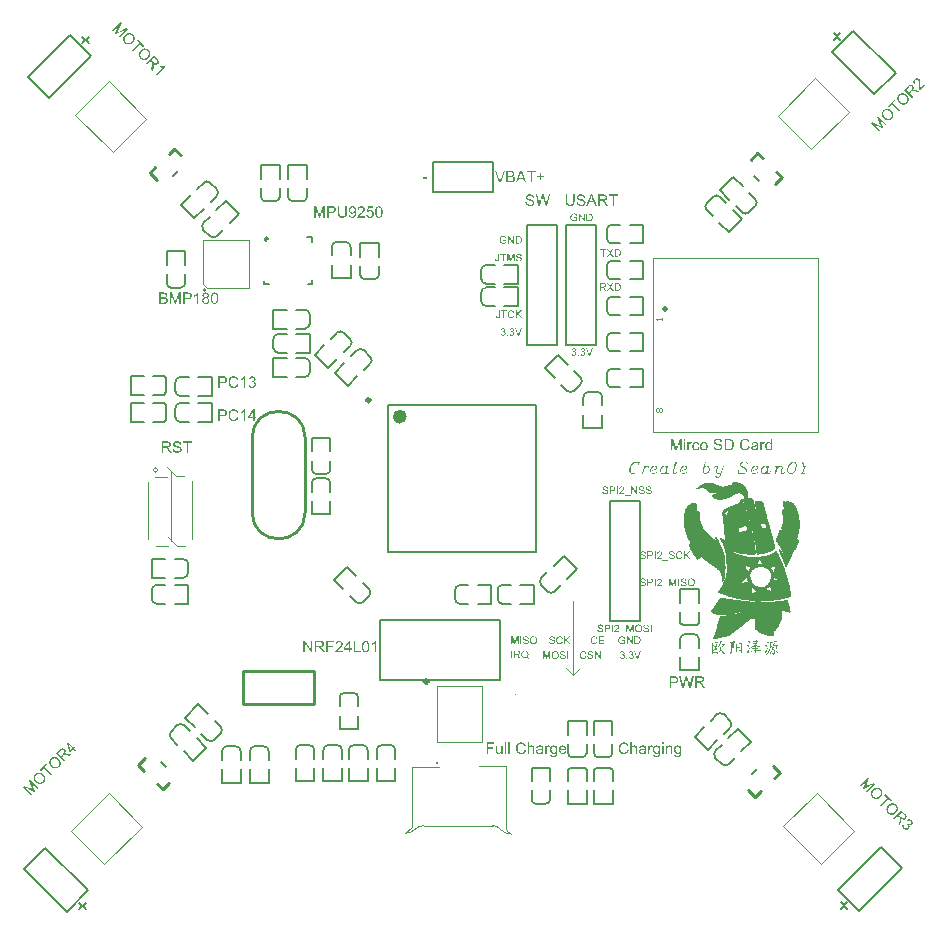
<source format=gto>
G04 Layer_Color=65535*
%FSLAX25Y25*%
%MOIN*%
G70*
G01*
G75*
%ADD36C,0.01000*%
%ADD54C,0.00787*%
%ADD55C,0.00100*%
%ADD56C,0.00394*%
%ADD57C,0.02362*%
%ADD58C,0.01181*%
%ADD59C,0.01378*%
%ADD60C,0.01968*%
%ADD61C,0.00591*%
%ADD62C,0.00197*%
G36*
X257679Y191144D02*
X257705D01*
X257771Y191136D01*
X257848Y191125D01*
X257932Y191109D01*
X258016Y191086D01*
X258097Y191056D01*
X258101D01*
X258105Y191052D01*
X258116Y191048D01*
X258132Y191040D01*
X258170Y191017D01*
X258220Y190990D01*
X258274Y190952D01*
X258328Y190906D01*
X258381Y190852D01*
X258427Y190791D01*
X258431Y190783D01*
X258447Y190760D01*
X258466Y190722D01*
X258485Y190675D01*
X258508Y190618D01*
X258531Y190549D01*
X258546Y190476D01*
X258554Y190395D01*
X258235Y190372D01*
Y190376D01*
Y190384D01*
X258232Y190395D01*
X258228Y190410D01*
X258220Y190453D01*
X258205Y190506D01*
X258182Y190564D01*
X258151Y190622D01*
X258109Y190679D01*
X258059Y190729D01*
X258051Y190733D01*
X258032Y190748D01*
X257997Y190768D01*
X257951Y190791D01*
X257890Y190814D01*
X257813Y190833D01*
X257725Y190848D01*
X257621Y190852D01*
X257571D01*
X257548Y190848D01*
X257517D01*
X257452Y190837D01*
X257379Y190825D01*
X257306Y190806D01*
X257237Y190779D01*
X257206Y190760D01*
X257179Y190741D01*
X257176Y190737D01*
X257160Y190722D01*
X257137Y190699D01*
X257114Y190664D01*
X257087Y190626D01*
X257068Y190579D01*
X257053Y190530D01*
X257045Y190472D01*
Y190464D01*
Y190449D01*
X257049Y190422D01*
X257056Y190391D01*
X257068Y190357D01*
X257087Y190318D01*
X257110Y190284D01*
X257141Y190249D01*
X257145Y190245D01*
X257164Y190234D01*
X257176Y190226D01*
X257191Y190215D01*
X257214Y190207D01*
X257241Y190196D01*
X257272Y190180D01*
X257306Y190165D01*
X257345Y190153D01*
X257391Y190138D01*
X257444Y190119D01*
X257502Y190103D01*
X257567Y190088D01*
X257640Y190069D01*
X257644D01*
X257659Y190065D01*
X257679Y190061D01*
X257705Y190053D01*
X257740Y190046D01*
X257778Y190034D01*
X257863Y190015D01*
X257955Y189988D01*
X258047Y189961D01*
X258093Y189950D01*
X258132Y189934D01*
X258170Y189919D01*
X258201Y189908D01*
X258205D01*
X258212Y189904D01*
X258220Y189896D01*
X258235Y189888D01*
X258274Y189865D01*
X258324Y189838D01*
X258378Y189800D01*
X258431Y189754D01*
X258481Y189704D01*
X258523Y189650D01*
X258527Y189643D01*
X258539Y189623D01*
X258558Y189593D01*
X258577Y189547D01*
X258596Y189497D01*
X258615Y189435D01*
X258627Y189366D01*
X258631Y189293D01*
Y189289D01*
Y189285D01*
Y189274D01*
Y189259D01*
X258623Y189220D01*
X258615Y189170D01*
X258604Y189113D01*
X258581Y189047D01*
X258554Y188978D01*
X258516Y188913D01*
X258512Y188905D01*
X258493Y188882D01*
X258470Y188851D01*
X258431Y188813D01*
X258385Y188767D01*
X258328Y188721D01*
X258258Y188679D01*
X258182Y188636D01*
X258178D01*
X258170Y188633D01*
X258159Y188629D01*
X258143Y188621D01*
X258124Y188613D01*
X258101Y188606D01*
X258040Y188590D01*
X257970Y188571D01*
X257886Y188556D01*
X257798Y188544D01*
X257698Y188540D01*
X257640D01*
X257613Y188544D01*
X257579D01*
X257540Y188548D01*
X257498Y188552D01*
X257410Y188564D01*
X257314Y188583D01*
X257218Y188606D01*
X257126Y188636D01*
X257122D01*
X257114Y188640D01*
X257103Y188648D01*
X257087Y188656D01*
X257045Y188679D01*
X256995Y188713D01*
X256934Y188756D01*
X256876Y188805D01*
X256815Y188867D01*
X256761Y188936D01*
Y188940D01*
X256757Y188944D01*
X256749Y188955D01*
X256742Y188970D01*
X256730Y188990D01*
X256719Y189013D01*
X256696Y189070D01*
X256673Y189136D01*
X256649Y189216D01*
X256634Y189301D01*
X256626Y189393D01*
X256941Y189420D01*
Y189416D01*
Y189412D01*
X256945Y189389D01*
X256953Y189355D01*
X256961Y189308D01*
X256976Y189259D01*
X256991Y189205D01*
X257014Y189155D01*
X257041Y189105D01*
X257045Y189101D01*
X257056Y189086D01*
X257076Y189063D01*
X257106Y189036D01*
X257141Y189005D01*
X257183Y188970D01*
X257237Y188940D01*
X257295Y188909D01*
X257298D01*
X257302Y188905D01*
X257325Y188898D01*
X257360Y188886D01*
X257410Y188874D01*
X257464Y188859D01*
X257533Y188848D01*
X257606Y188840D01*
X257682Y188836D01*
X257713D01*
X257751Y188840D01*
X257794Y188844D01*
X257848Y188848D01*
X257901Y188859D01*
X257959Y188871D01*
X258016Y188890D01*
X258024Y188894D01*
X258040Y188901D01*
X258066Y188913D01*
X258097Y188932D01*
X258136Y188955D01*
X258170Y188982D01*
X258205Y189013D01*
X258235Y189047D01*
X258239Y189051D01*
X258247Y189067D01*
X258258Y189086D01*
X258274Y189113D01*
X258285Y189143D01*
X258297Y189182D01*
X258305Y189220D01*
X258308Y189262D01*
Y189266D01*
Y189282D01*
X258305Y189305D01*
X258301Y189331D01*
X258293Y189366D01*
X258278Y189401D01*
X258262Y189435D01*
X258239Y189470D01*
X258235Y189474D01*
X258228Y189485D01*
X258208Y189500D01*
X258186Y189523D01*
X258155Y189547D01*
X258116Y189570D01*
X258066Y189596D01*
X258013Y189620D01*
X258009Y189623D01*
X257994Y189627D01*
X257963Y189635D01*
X257944Y189643D01*
X257921Y189650D01*
X257890Y189658D01*
X257859Y189666D01*
X257821Y189677D01*
X257782Y189689D01*
X257736Y189700D01*
X257682Y189712D01*
X257625Y189727D01*
X257563Y189742D01*
X257559D01*
X257548Y189746D01*
X257529Y189750D01*
X257506Y189758D01*
X257479Y189765D01*
X257448Y189773D01*
X257375Y189792D01*
X257295Y189819D01*
X257214Y189846D01*
X257141Y189873D01*
X257106Y189884D01*
X257080Y189900D01*
X257076D01*
X257072Y189904D01*
X257049Y189919D01*
X257018Y189938D01*
X256980Y189965D01*
X256934Y190000D01*
X256891Y190038D01*
X256849Y190084D01*
X256811Y190134D01*
X256807Y190142D01*
X256795Y190161D01*
X256784Y190188D01*
X256768Y190226D01*
X256749Y190272D01*
X256738Y190326D01*
X256726Y190387D01*
X256722Y190449D01*
Y190453D01*
Y190457D01*
Y190468D01*
Y190483D01*
X256730Y190518D01*
X256738Y190564D01*
X256749Y190622D01*
X256768Y190679D01*
X256795Y190745D01*
X256830Y190806D01*
Y190810D01*
X256834Y190814D01*
X256849Y190833D01*
X256876Y190864D01*
X256911Y190902D01*
X256953Y190940D01*
X257007Y190983D01*
X257072Y191025D01*
X257145Y191060D01*
X257149D01*
X257153Y191063D01*
X257164Y191067D01*
X257183Y191075D01*
X257202Y191079D01*
X257225Y191086D01*
X257279Y191106D01*
X257348Y191121D01*
X257425Y191132D01*
X257513Y191144D01*
X257606Y191148D01*
X257652D01*
X257679Y191144D01*
D02*
G37*
G36*
X260029D02*
X260055D01*
X260121Y191136D01*
X260198Y191125D01*
X260282Y191109D01*
X260367Y191086D01*
X260447Y191056D01*
X260451D01*
X260455Y191052D01*
X260466Y191048D01*
X260482Y191040D01*
X260520Y191017D01*
X260570Y190990D01*
X260624Y190952D01*
X260678Y190906D01*
X260731Y190852D01*
X260777Y190791D01*
X260781Y190783D01*
X260797Y190760D01*
X260816Y190722D01*
X260835Y190675D01*
X260858Y190618D01*
X260881Y190549D01*
X260896Y190476D01*
X260904Y190395D01*
X260585Y190372D01*
Y190376D01*
Y190384D01*
X260582Y190395D01*
X260578Y190410D01*
X260570Y190453D01*
X260555Y190506D01*
X260532Y190564D01*
X260501Y190622D01*
X260459Y190679D01*
X260409Y190729D01*
X260401Y190733D01*
X260382Y190748D01*
X260347Y190768D01*
X260301Y190791D01*
X260240Y190814D01*
X260163Y190833D01*
X260075Y190848D01*
X259971Y190852D01*
X259921D01*
X259898Y190848D01*
X259867D01*
X259802Y190837D01*
X259729Y190825D01*
X259656Y190806D01*
X259587Y190779D01*
X259556Y190760D01*
X259529Y190741D01*
X259526Y190737D01*
X259510Y190722D01*
X259487Y190699D01*
X259464Y190664D01*
X259437Y190626D01*
X259418Y190579D01*
X259403Y190530D01*
X259395Y190472D01*
Y190464D01*
Y190449D01*
X259399Y190422D01*
X259407Y190391D01*
X259418Y190357D01*
X259437Y190318D01*
X259460Y190284D01*
X259491Y190249D01*
X259495Y190245D01*
X259514Y190234D01*
X259526Y190226D01*
X259541Y190215D01*
X259564Y190207D01*
X259591Y190196D01*
X259622Y190180D01*
X259656Y190165D01*
X259695Y190153D01*
X259741Y190138D01*
X259794Y190119D01*
X259852Y190103D01*
X259917Y190088D01*
X259990Y190069D01*
X259994D01*
X260010Y190065D01*
X260029Y190061D01*
X260055Y190053D01*
X260090Y190046D01*
X260128Y190034D01*
X260213Y190015D01*
X260305Y189988D01*
X260397Y189961D01*
X260443Y189950D01*
X260482Y189934D01*
X260520Y189919D01*
X260551Y189908D01*
X260555D01*
X260562Y189904D01*
X260570Y189896D01*
X260585Y189888D01*
X260624Y189865D01*
X260674Y189838D01*
X260728Y189800D01*
X260781Y189754D01*
X260831Y189704D01*
X260874Y189650D01*
X260877Y189643D01*
X260889Y189623D01*
X260908Y189593D01*
X260927Y189547D01*
X260946Y189497D01*
X260966Y189435D01*
X260977Y189366D01*
X260981Y189293D01*
Y189289D01*
Y189285D01*
Y189274D01*
Y189259D01*
X260973Y189220D01*
X260966Y189170D01*
X260954Y189113D01*
X260931Y189047D01*
X260904Y188978D01*
X260866Y188913D01*
X260862Y188905D01*
X260843Y188882D01*
X260820Y188851D01*
X260781Y188813D01*
X260735Y188767D01*
X260678Y188721D01*
X260609Y188679D01*
X260532Y188636D01*
X260528D01*
X260520Y188633D01*
X260509Y188629D01*
X260493Y188621D01*
X260474Y188613D01*
X260451Y188606D01*
X260390Y188590D01*
X260320Y188571D01*
X260236Y188556D01*
X260148Y188544D01*
X260048Y188540D01*
X259990D01*
X259963Y188544D01*
X259929D01*
X259890Y188548D01*
X259848Y188552D01*
X259760Y188564D01*
X259664Y188583D01*
X259568Y188606D01*
X259476Y188636D01*
X259472D01*
X259464Y188640D01*
X259453Y188648D01*
X259437Y188656D01*
X259395Y188679D01*
X259345Y188713D01*
X259284Y188756D01*
X259226Y188805D01*
X259165Y188867D01*
X259111Y188936D01*
Y188940D01*
X259107Y188944D01*
X259099Y188955D01*
X259092Y188970D01*
X259080Y188990D01*
X259069Y189013D01*
X259046Y189070D01*
X259023Y189136D01*
X258999Y189216D01*
X258984Y189301D01*
X258977Y189393D01*
X259291Y189420D01*
Y189416D01*
Y189412D01*
X259295Y189389D01*
X259303Y189355D01*
X259311Y189308D01*
X259326Y189259D01*
X259341Y189205D01*
X259364Y189155D01*
X259391Y189105D01*
X259395Y189101D01*
X259407Y189086D01*
X259426Y189063D01*
X259456Y189036D01*
X259491Y189005D01*
X259533Y188970D01*
X259587Y188940D01*
X259645Y188909D01*
X259648D01*
X259652Y188905D01*
X259675Y188898D01*
X259710Y188886D01*
X259760Y188874D01*
X259814Y188859D01*
X259883Y188848D01*
X259956Y188840D01*
X260033Y188836D01*
X260063D01*
X260102Y188840D01*
X260144Y188844D01*
X260198Y188848D01*
X260251Y188859D01*
X260309Y188871D01*
X260367Y188890D01*
X260374Y188894D01*
X260390Y188901D01*
X260417Y188913D01*
X260447Y188932D01*
X260486Y188955D01*
X260520Y188982D01*
X260555Y189013D01*
X260585Y189047D01*
X260589Y189051D01*
X260597Y189067D01*
X260609Y189086D01*
X260624Y189113D01*
X260635Y189143D01*
X260647Y189182D01*
X260655Y189220D01*
X260658Y189262D01*
Y189266D01*
Y189282D01*
X260655Y189305D01*
X260651Y189331D01*
X260643Y189366D01*
X260628Y189401D01*
X260612Y189435D01*
X260589Y189470D01*
X260585Y189474D01*
X260578Y189485D01*
X260559Y189500D01*
X260536Y189523D01*
X260505Y189547D01*
X260466Y189570D01*
X260417Y189596D01*
X260363Y189620D01*
X260359Y189623D01*
X260344Y189627D01*
X260313Y189635D01*
X260294Y189643D01*
X260271Y189650D01*
X260240Y189658D01*
X260209Y189666D01*
X260171Y189677D01*
X260132Y189689D01*
X260086Y189700D01*
X260033Y189712D01*
X259975Y189727D01*
X259913Y189742D01*
X259910D01*
X259898Y189746D01*
X259879Y189750D01*
X259856Y189758D01*
X259829Y189765D01*
X259798Y189773D01*
X259725Y189792D01*
X259645Y189819D01*
X259564Y189846D01*
X259491Y189873D01*
X259456Y189884D01*
X259430Y189900D01*
X259426D01*
X259422Y189904D01*
X259399Y189919D01*
X259368Y189938D01*
X259330Y189965D01*
X259284Y190000D01*
X259242Y190038D01*
X259199Y190084D01*
X259161Y190134D01*
X259157Y190142D01*
X259145Y190161D01*
X259134Y190188D01*
X259119Y190226D01*
X259099Y190272D01*
X259088Y190326D01*
X259076Y190387D01*
X259072Y190449D01*
Y190453D01*
Y190457D01*
Y190468D01*
Y190483D01*
X259080Y190518D01*
X259088Y190564D01*
X259099Y190622D01*
X259119Y190679D01*
X259145Y190745D01*
X259180Y190806D01*
Y190810D01*
X259184Y190814D01*
X259199Y190833D01*
X259226Y190864D01*
X259261Y190902D01*
X259303Y190940D01*
X259357Y190983D01*
X259422Y191025D01*
X259495Y191060D01*
X259499D01*
X259503Y191063D01*
X259514Y191067D01*
X259533Y191075D01*
X259553Y191079D01*
X259576Y191086D01*
X259629Y191106D01*
X259698Y191121D01*
X259775Y191132D01*
X259863Y191144D01*
X259956Y191148D01*
X260002D01*
X260029Y191144D01*
D02*
G37*
G36*
X252333Y141821D02*
X250283D01*
Y142043D01*
X252333D01*
Y141821D01*
D02*
G37*
G36*
X245540Y191144D02*
X245567D01*
X245633Y191136D01*
X245709Y191125D01*
X245794Y191109D01*
X245878Y191086D01*
X245959Y191056D01*
X245963D01*
X245967Y191052D01*
X245978Y191048D01*
X245993Y191040D01*
X246032Y191017D01*
X246082Y190990D01*
X246136Y190952D01*
X246189Y190906D01*
X246243Y190852D01*
X246289Y190791D01*
X246293Y190783D01*
X246308Y190760D01*
X246328Y190722D01*
X246347Y190675D01*
X246370Y190618D01*
X246393Y190549D01*
X246408Y190476D01*
X246416Y190395D01*
X246097Y190372D01*
Y190376D01*
Y190384D01*
X246093Y190395D01*
X246090Y190410D01*
X246082Y190453D01*
X246066Y190506D01*
X246043Y190564D01*
X246013Y190622D01*
X245970Y190679D01*
X245920Y190729D01*
X245913Y190733D01*
X245894Y190748D01*
X245859Y190768D01*
X245813Y190791D01*
X245752Y190814D01*
X245675Y190833D01*
X245586Y190848D01*
X245483Y190852D01*
X245433D01*
X245410Y190848D01*
X245379D01*
X245314Y190837D01*
X245241Y190825D01*
X245168Y190806D01*
X245099Y190779D01*
X245068Y190760D01*
X245041Y190741D01*
X245037Y190737D01*
X245022Y190722D01*
X244999Y190699D01*
X244976Y190664D01*
X244949Y190626D01*
X244930Y190579D01*
X244914Y190530D01*
X244907Y190472D01*
Y190464D01*
Y190449D01*
X244911Y190422D01*
X244918Y190391D01*
X244930Y190357D01*
X244949Y190318D01*
X244972Y190284D01*
X245003Y190249D01*
X245007Y190245D01*
X245026Y190234D01*
X245037Y190226D01*
X245053Y190215D01*
X245076Y190207D01*
X245103Y190196D01*
X245133Y190180D01*
X245168Y190165D01*
X245206Y190153D01*
X245252Y190138D01*
X245306Y190119D01*
X245364Y190103D01*
X245429Y190088D01*
X245502Y190069D01*
X245506D01*
X245521Y190065D01*
X245540Y190061D01*
X245567Y190053D01*
X245602Y190046D01*
X245640Y190034D01*
X245725Y190015D01*
X245817Y189988D01*
X245909Y189961D01*
X245955Y189950D01*
X245993Y189934D01*
X246032Y189919D01*
X246063Y189908D01*
X246066D01*
X246074Y189904D01*
X246082Y189896D01*
X246097Y189888D01*
X246136Y189865D01*
X246185Y189838D01*
X246239Y189800D01*
X246293Y189754D01*
X246343Y189704D01*
X246385Y189650D01*
X246389Y189643D01*
X246400Y189623D01*
X246420Y189593D01*
X246439Y189547D01*
X246458Y189497D01*
X246477Y189435D01*
X246489Y189366D01*
X246493Y189293D01*
Y189289D01*
Y189285D01*
Y189274D01*
Y189259D01*
X246485Y189220D01*
X246477Y189170D01*
X246466Y189113D01*
X246443Y189047D01*
X246416Y188978D01*
X246377Y188913D01*
X246374Y188905D01*
X246354Y188882D01*
X246331Y188851D01*
X246293Y188813D01*
X246247Y188767D01*
X246189Y188721D01*
X246120Y188679D01*
X246043Y188636D01*
X246040D01*
X246032Y188633D01*
X246020Y188629D01*
X246005Y188621D01*
X245986Y188613D01*
X245963Y188606D01*
X245901Y188590D01*
X245832Y188571D01*
X245748Y188556D01*
X245659Y188544D01*
X245560Y188540D01*
X245502D01*
X245475Y188544D01*
X245441D01*
X245402Y188548D01*
X245360Y188552D01*
X245271Y188564D01*
X245176Y188583D01*
X245080Y188606D01*
X244987Y188636D01*
X244984D01*
X244976Y188640D01*
X244964Y188648D01*
X244949Y188656D01*
X244907Y188679D01*
X244857Y188713D01*
X244795Y188756D01*
X244738Y188805D01*
X244676Y188867D01*
X244623Y188936D01*
Y188940D01*
X244619Y188944D01*
X244611Y188955D01*
X244603Y188970D01*
X244592Y188990D01*
X244580Y189013D01*
X244557Y189070D01*
X244534Y189136D01*
X244511Y189216D01*
X244496Y189301D01*
X244488Y189393D01*
X244803Y189420D01*
Y189416D01*
Y189412D01*
X244807Y189389D01*
X244815Y189355D01*
X244822Y189308D01*
X244838Y189259D01*
X244853Y189205D01*
X244876Y189155D01*
X244903Y189105D01*
X244907Y189101D01*
X244918Y189086D01*
X244937Y189063D01*
X244968Y189036D01*
X245003Y189005D01*
X245045Y188970D01*
X245099Y188940D01*
X245156Y188909D01*
X245160D01*
X245164Y188905D01*
X245187Y188898D01*
X245222Y188886D01*
X245271Y188874D01*
X245325Y188859D01*
X245394Y188848D01*
X245467Y188840D01*
X245544Y188836D01*
X245575D01*
X245613Y188840D01*
X245655Y188844D01*
X245709Y188848D01*
X245763Y188859D01*
X245821Y188871D01*
X245878Y188890D01*
X245886Y188894D01*
X245901Y188901D01*
X245928Y188913D01*
X245959Y188932D01*
X245997Y188955D01*
X246032Y188982D01*
X246066Y189013D01*
X246097Y189047D01*
X246101Y189051D01*
X246109Y189067D01*
X246120Y189086D01*
X246136Y189113D01*
X246147Y189143D01*
X246159Y189182D01*
X246166Y189220D01*
X246170Y189262D01*
Y189266D01*
Y189282D01*
X246166Y189305D01*
X246162Y189331D01*
X246155Y189366D01*
X246139Y189401D01*
X246124Y189435D01*
X246101Y189470D01*
X246097Y189474D01*
X246090Y189485D01*
X246070Y189500D01*
X246047Y189523D01*
X246017Y189547D01*
X245978Y189570D01*
X245928Y189596D01*
X245874Y189620D01*
X245871Y189623D01*
X245855Y189627D01*
X245825Y189635D01*
X245805Y189643D01*
X245782Y189650D01*
X245752Y189658D01*
X245721Y189666D01*
X245682Y189677D01*
X245644Y189689D01*
X245598Y189700D01*
X245544Y189712D01*
X245487Y189727D01*
X245425Y189742D01*
X245421D01*
X245410Y189746D01*
X245391Y189750D01*
X245368Y189758D01*
X245341Y189765D01*
X245310Y189773D01*
X245237Y189792D01*
X245156Y189819D01*
X245076Y189846D01*
X245003Y189873D01*
X244968Y189884D01*
X244941Y189900D01*
X244937D01*
X244934Y189904D01*
X244911Y189919D01*
X244880Y189938D01*
X244842Y189965D01*
X244795Y190000D01*
X244753Y190038D01*
X244711Y190084D01*
X244672Y190134D01*
X244669Y190142D01*
X244657Y190161D01*
X244646Y190188D01*
X244630Y190226D01*
X244611Y190272D01*
X244600Y190326D01*
X244588Y190387D01*
X244584Y190449D01*
Y190453D01*
Y190457D01*
Y190468D01*
Y190483D01*
X244592Y190518D01*
X244600Y190564D01*
X244611Y190622D01*
X244630Y190679D01*
X244657Y190745D01*
X244692Y190806D01*
Y190810D01*
X244696Y190814D01*
X244711Y190833D01*
X244738Y190864D01*
X244772Y190902D01*
X244815Y190940D01*
X244868Y190983D01*
X244934Y191025D01*
X245007Y191060D01*
X245010D01*
X245014Y191063D01*
X245026Y191067D01*
X245045Y191075D01*
X245064Y191079D01*
X245087Y191086D01*
X245141Y191106D01*
X245210Y191121D01*
X245287Y191132D01*
X245375Y191144D01*
X245467Y191148D01*
X245514D01*
X245540Y191144D01*
D02*
G37*
G36*
X249691Y188583D02*
X249357D01*
Y191106D01*
X249691D01*
Y188583D01*
D02*
G37*
G36*
X251047Y191113D02*
X251078Y191109D01*
X251112Y191106D01*
X251151Y191102D01*
X251193Y191090D01*
X251285Y191067D01*
X251381Y191033D01*
X251431Y191010D01*
X251477Y190983D01*
X251519Y190948D01*
X251561Y190914D01*
X251565Y190910D01*
X251569Y190906D01*
X251581Y190894D01*
X251596Y190879D01*
X251611Y190856D01*
X251631Y190833D01*
X251669Y190775D01*
X251707Y190702D01*
X251742Y190618D01*
X251769Y190522D01*
X251773Y190468D01*
X251777Y190414D01*
Y190407D01*
Y190387D01*
X251773Y190357D01*
X251769Y190318D01*
X251761Y190272D01*
X251750Y190222D01*
X251734Y190169D01*
X251711Y190115D01*
X251707Y190107D01*
X251700Y190088D01*
X251684Y190061D01*
X251661Y190023D01*
X251634Y189977D01*
X251600Y189923D01*
X251554Y189869D01*
X251504Y189808D01*
X251496Y189800D01*
X251477Y189777D01*
X251442Y189742D01*
X251419Y189719D01*
X251393Y189692D01*
X251362Y189662D01*
X251323Y189627D01*
X251285Y189593D01*
X251243Y189550D01*
X251197Y189508D01*
X251143Y189462D01*
X251089Y189416D01*
X251028Y189362D01*
X251024Y189358D01*
X251016Y189351D01*
X251001Y189339D01*
X250982Y189324D01*
X250936Y189285D01*
X250878Y189235D01*
X250820Y189182D01*
X250759Y189128D01*
X250709Y189082D01*
X250690Y189063D01*
X250671Y189043D01*
X250667Y189040D01*
X250659Y189028D01*
X250644Y189013D01*
X250624Y188990D01*
X250582Y188940D01*
X250540Y188878D01*
X251780D01*
Y188583D01*
X250110D01*
Y188586D01*
Y188602D01*
Y188625D01*
X250114Y188652D01*
X250118Y188682D01*
X250121Y188717D01*
X250133Y188756D01*
X250145Y188794D01*
Y188798D01*
X250148Y188802D01*
X250156Y188825D01*
X250171Y188855D01*
X250194Y188901D01*
X250221Y188951D01*
X250260Y189009D01*
X250298Y189067D01*
X250348Y189128D01*
Y189132D01*
X250356Y189136D01*
X250375Y189159D01*
X250406Y189193D01*
X250452Y189239D01*
X250509Y189293D01*
X250578Y189358D01*
X250663Y189431D01*
X250755Y189512D01*
X250759Y189516D01*
X250774Y189527D01*
X250794Y189543D01*
X250820Y189570D01*
X250855Y189596D01*
X250893Y189631D01*
X250978Y189704D01*
X251070Y189792D01*
X251162Y189881D01*
X251208Y189923D01*
X251247Y189965D01*
X251281Y190007D01*
X251312Y190046D01*
Y190050D01*
X251320Y190053D01*
X251327Y190065D01*
X251335Y190080D01*
X251358Y190119D01*
X251385Y190169D01*
X251412Y190226D01*
X251435Y190288D01*
X251450Y190357D01*
X251458Y190422D01*
Y190426D01*
Y190430D01*
X251454Y190453D01*
X251450Y190487D01*
X251442Y190530D01*
X251423Y190579D01*
X251400Y190629D01*
X251370Y190683D01*
X251323Y190733D01*
X251316Y190737D01*
X251300Y190752D01*
X251270Y190771D01*
X251231Y190798D01*
X251181Y190821D01*
X251124Y190841D01*
X251055Y190856D01*
X250978Y190860D01*
X250955D01*
X250939Y190856D01*
X250901Y190852D01*
X250851Y190844D01*
X250794Y190825D01*
X250732Y190802D01*
X250674Y190768D01*
X250621Y190722D01*
X250617Y190714D01*
X250602Y190699D01*
X250578Y190668D01*
X250555Y190626D01*
X250529Y190572D01*
X250509Y190510D01*
X250494Y190437D01*
X250486Y190353D01*
X250167Y190387D01*
Y190391D01*
Y190403D01*
X250171Y190422D01*
X250175Y190445D01*
X250183Y190476D01*
X250187Y190510D01*
X250210Y190587D01*
X250240Y190675D01*
X250283Y190764D01*
X250340Y190852D01*
X250371Y190891D01*
X250410Y190929D01*
X250413Y190933D01*
X250421Y190937D01*
X250432Y190948D01*
X250448Y190960D01*
X250471Y190971D01*
X250498Y190990D01*
X250529Y191006D01*
X250563Y191025D01*
X250602Y191040D01*
X250644Y191060D01*
X250694Y191075D01*
X250744Y191086D01*
X250859Y191109D01*
X250920Y191113D01*
X250986Y191117D01*
X251020D01*
X251047Y191113D01*
D02*
G37*
G36*
X256177Y188583D02*
X255835D01*
X254511Y190564D01*
Y188583D01*
X254192D01*
Y191106D01*
X254530D01*
X255858Y189124D01*
Y191106D01*
X256177D01*
Y188583D01*
D02*
G37*
G36*
X256661Y145081D02*
X256692D01*
X256730Y145077D01*
X256768Y145070D01*
X256815Y145066D01*
X256911Y145043D01*
X257018Y145012D01*
X257126Y144974D01*
X257179Y144947D01*
X257233Y144916D01*
X257237D01*
X257245Y144908D01*
X257260Y144901D01*
X257279Y144885D01*
X257302Y144870D01*
X257329Y144847D01*
X257391Y144797D01*
X257460Y144731D01*
X257533Y144651D01*
X257598Y144559D01*
X257659Y144451D01*
Y144447D01*
X257667Y144436D01*
X257675Y144421D01*
X257682Y144397D01*
X257694Y144371D01*
X257705Y144336D01*
X257721Y144298D01*
X257736Y144255D01*
X257748Y144205D01*
X257763Y144156D01*
X257786Y144040D01*
X257802Y143914D01*
X257809Y143775D01*
Y143772D01*
Y143760D01*
Y143737D01*
X257805Y143710D01*
Y143675D01*
X257802Y143637D01*
X257798Y143595D01*
X257790Y143545D01*
X257771Y143437D01*
X257744Y143322D01*
X257705Y143203D01*
X257652Y143088D01*
Y143084D01*
X257644Y143077D01*
X257636Y143061D01*
X257625Y143038D01*
X257606Y143015D01*
X257586Y142984D01*
X257540Y142919D01*
X257479Y142846D01*
X257402Y142769D01*
X257314Y142696D01*
X257214Y142631D01*
X257210D01*
X257202Y142623D01*
X257187Y142616D01*
X257164Y142608D01*
X257137Y142596D01*
X257106Y142581D01*
X257072Y142570D01*
X257030Y142554D01*
X256941Y142527D01*
X256838Y142500D01*
X256722Y142485D01*
X256603Y142477D01*
X256569D01*
X256542Y142481D01*
X256511D01*
X256477Y142485D01*
X256434Y142493D01*
X256388Y142500D01*
X256292Y142520D01*
X256185Y142550D01*
X256073Y142593D01*
X256020Y142616D01*
X255966Y142646D01*
X255962Y142650D01*
X255954Y142654D01*
X255939Y142666D01*
X255920Y142677D01*
X255897Y142696D01*
X255870Y142716D01*
X255808Y142769D01*
X255739Y142838D01*
X255666Y142915D01*
X255601Y143011D01*
X255540Y143115D01*
Y143119D01*
X255532Y143130D01*
X255528Y143146D01*
X255517Y143169D01*
X255505Y143195D01*
X255494Y143226D01*
X255482Y143265D01*
X255471Y143307D01*
X255455Y143353D01*
X255444Y143399D01*
X255421Y143507D01*
X255405Y143622D01*
X255398Y143745D01*
Y143752D01*
Y143772D01*
X255401Y143806D01*
Y143848D01*
X255409Y143902D01*
X255417Y143964D01*
X255424Y144029D01*
X255440Y144106D01*
X255459Y144182D01*
X255478Y144263D01*
X255505Y144344D01*
X255540Y144424D01*
X255578Y144505D01*
X255620Y144586D01*
X255674Y144659D01*
X255732Y144728D01*
X255736Y144731D01*
X255747Y144743D01*
X255766Y144762D01*
X255793Y144785D01*
X255828Y144812D01*
X255866Y144839D01*
X255912Y144874D01*
X255966Y144908D01*
X256027Y144939D01*
X256093Y144974D01*
X256166Y145000D01*
X256242Y145031D01*
X256323Y145050D01*
X256411Y145070D01*
X256507Y145081D01*
X256603Y145085D01*
X256638D01*
X256661Y145081D01*
D02*
G37*
G36*
X254964Y142520D02*
X254641D01*
Y144632D01*
X253904Y142520D01*
X253604D01*
X252879Y144666D01*
Y142520D01*
X252556D01*
Y145043D01*
X253055D01*
X253654Y143257D01*
Y143253D01*
X253658Y143245D01*
X253662Y143234D01*
X253666Y143215D01*
X253681Y143173D01*
X253700Y143119D01*
X253719Y143057D01*
X253739Y142996D01*
X253758Y142934D01*
X253773Y142885D01*
X253777Y142892D01*
X253781Y142911D01*
X253793Y142942D01*
X253808Y142984D01*
X253823Y143042D01*
X253846Y143111D01*
X253877Y143192D01*
X253908Y143288D01*
X254511Y145043D01*
X254964D01*
Y142520D01*
D02*
G37*
G36*
X243912Y145081D02*
X243939D01*
X244004Y145073D01*
X244081Y145062D01*
X244166Y145046D01*
X244250Y145023D01*
X244331Y144993D01*
X244335D01*
X244338Y144989D01*
X244350Y144985D01*
X244365Y144977D01*
X244404Y144954D01*
X244454Y144927D01*
X244507Y144889D01*
X244561Y144843D01*
X244615Y144789D01*
X244661Y144728D01*
X244665Y144720D01*
X244680Y144697D01*
X244699Y144659D01*
X244719Y144613D01*
X244742Y144555D01*
X244765Y144486D01*
X244780Y144413D01*
X244788Y144332D01*
X244469Y144309D01*
Y144313D01*
Y144321D01*
X244465Y144332D01*
X244461Y144348D01*
X244454Y144390D01*
X244438Y144444D01*
X244415Y144501D01*
X244385Y144559D01*
X244342Y144616D01*
X244292Y144666D01*
X244285Y144670D01*
X244266Y144685D01*
X244231Y144705D01*
X244185Y144728D01*
X244123Y144751D01*
X244047Y144770D01*
X243958Y144785D01*
X243855Y144789D01*
X243805D01*
X243782Y144785D01*
X243751D01*
X243686Y144774D01*
X243613Y144762D01*
X243540Y144743D01*
X243471Y144716D01*
X243440Y144697D01*
X243413Y144678D01*
X243409Y144674D01*
X243394Y144659D01*
X243371Y144635D01*
X243348Y144601D01*
X243321Y144563D01*
X243302Y144517D01*
X243286Y144467D01*
X243279Y144409D01*
Y144401D01*
Y144386D01*
X243282Y144359D01*
X243290Y144328D01*
X243302Y144294D01*
X243321Y144255D01*
X243344Y144221D01*
X243375Y144186D01*
X243378Y144182D01*
X243398Y144171D01*
X243409Y144163D01*
X243425Y144152D01*
X243448Y144144D01*
X243474Y144132D01*
X243505Y144117D01*
X243540Y144102D01*
X243578Y144090D01*
X243624Y144075D01*
X243678Y144056D01*
X243736Y144040D01*
X243801Y144025D01*
X243874Y144006D01*
X243878D01*
X243893Y144002D01*
X243912Y143998D01*
X243939Y143990D01*
X243974Y143983D01*
X244012Y143971D01*
X244096Y143952D01*
X244189Y143925D01*
X244281Y143898D01*
X244327Y143887D01*
X244365Y143871D01*
X244404Y143856D01*
X244434Y143844D01*
X244438D01*
X244446Y143841D01*
X244454Y143833D01*
X244469Y143825D01*
X244507Y143802D01*
X244557Y143775D01*
X244611Y143737D01*
X244665Y143691D01*
X244715Y143641D01*
X244757Y143587D01*
X244761Y143579D01*
X244772Y143560D01*
X244792Y143530D01*
X244811Y143483D01*
X244830Y143434D01*
X244849Y143372D01*
X244861Y143303D01*
X244865Y143230D01*
Y143226D01*
Y143222D01*
Y143211D01*
Y143195D01*
X244857Y143157D01*
X244849Y143107D01*
X244838Y143050D01*
X244815Y142984D01*
X244788Y142915D01*
X244749Y142850D01*
X244745Y142842D01*
X244726Y142819D01*
X244703Y142789D01*
X244665Y142750D01*
X244619Y142704D01*
X244561Y142658D01*
X244492Y142616D01*
X244415Y142573D01*
X244411D01*
X244404Y142570D01*
X244392Y142566D01*
X244377Y142558D01*
X244358Y142550D01*
X244335Y142543D01*
X244273Y142527D01*
X244204Y142508D01*
X244120Y142493D01*
X244031Y142481D01*
X243931Y142477D01*
X243874D01*
X243847Y142481D01*
X243812D01*
X243774Y142485D01*
X243732Y142489D01*
X243643Y142500D01*
X243547Y142520D01*
X243451Y142543D01*
X243359Y142573D01*
X243355D01*
X243348Y142577D01*
X243336Y142585D01*
X243321Y142593D01*
X243279Y142616D01*
X243229Y142650D01*
X243167Y142692D01*
X243110Y142742D01*
X243048Y142804D01*
X242994Y142873D01*
Y142877D01*
X242991Y142881D01*
X242983Y142892D01*
X242975Y142908D01*
X242964Y142927D01*
X242952Y142950D01*
X242929Y143007D01*
X242906Y143073D01*
X242883Y143153D01*
X242868Y143238D01*
X242860Y143330D01*
X243175Y143357D01*
Y143353D01*
Y143349D01*
X243179Y143326D01*
X243186Y143291D01*
X243194Y143245D01*
X243210Y143195D01*
X243225Y143142D01*
X243248Y143092D01*
X243275Y143042D01*
X243279Y143038D01*
X243290Y143023D01*
X243309Y143000D01*
X243340Y142973D01*
X243375Y142942D01*
X243417Y142908D01*
X243471Y142877D01*
X243528Y142846D01*
X243532D01*
X243536Y142842D01*
X243559Y142835D01*
X243594Y142823D01*
X243643Y142812D01*
X243697Y142796D01*
X243766Y142785D01*
X243839Y142777D01*
X243916Y142773D01*
X243947D01*
X243985Y142777D01*
X244027Y142781D01*
X244081Y142785D01*
X244135Y142796D01*
X244193Y142808D01*
X244250Y142827D01*
X244258Y142831D01*
X244273Y142838D01*
X244300Y142850D01*
X244331Y142869D01*
X244369Y142892D01*
X244404Y142919D01*
X244438Y142950D01*
X244469Y142984D01*
X244473Y142988D01*
X244480Y143003D01*
X244492Y143023D01*
X244507Y143050D01*
X244519Y143080D01*
X244530Y143119D01*
X244538Y143157D01*
X244542Y143199D01*
Y143203D01*
Y143219D01*
X244538Y143242D01*
X244534Y143269D01*
X244527Y143303D01*
X244511Y143338D01*
X244496Y143372D01*
X244473Y143407D01*
X244469Y143411D01*
X244461Y143422D01*
X244442Y143437D01*
X244419Y143461D01*
X244388Y143483D01*
X244350Y143507D01*
X244300Y143533D01*
X244246Y143556D01*
X244242Y143560D01*
X244227Y143564D01*
X244196Y143572D01*
X244177Y143579D01*
X244154Y143587D01*
X244123Y143595D01*
X244093Y143603D01*
X244054Y143614D01*
X244016Y143626D01*
X243970Y143637D01*
X243916Y143649D01*
X243858Y143664D01*
X243797Y143679D01*
X243793D01*
X243782Y143683D01*
X243762Y143687D01*
X243739Y143695D01*
X243712Y143702D01*
X243682Y143710D01*
X243609Y143729D01*
X243528Y143756D01*
X243448Y143783D01*
X243375Y143810D01*
X243340Y143822D01*
X243313Y143837D01*
X243309D01*
X243305Y143841D01*
X243282Y143856D01*
X243252Y143875D01*
X243213Y143902D01*
X243167Y143937D01*
X243125Y143975D01*
X243083Y144021D01*
X243044Y144071D01*
X243040Y144079D01*
X243029Y144098D01*
X243018Y144125D01*
X243002Y144163D01*
X242983Y144209D01*
X242971Y144263D01*
X242960Y144325D01*
X242956Y144386D01*
Y144390D01*
Y144394D01*
Y144405D01*
Y144421D01*
X242964Y144455D01*
X242971Y144501D01*
X242983Y144559D01*
X243002Y144616D01*
X243029Y144682D01*
X243063Y144743D01*
Y144747D01*
X243067Y144751D01*
X243083Y144770D01*
X243110Y144801D01*
X243144Y144839D01*
X243186Y144877D01*
X243240Y144920D01*
X243305Y144962D01*
X243378Y144997D01*
X243382D01*
X243386Y145000D01*
X243398Y145004D01*
X243417Y145012D01*
X243436Y145016D01*
X243459Y145023D01*
X243513Y145043D01*
X243582Y145058D01*
X243659Y145070D01*
X243747Y145081D01*
X243839Y145085D01*
X243885D01*
X243912Y145081D01*
D02*
G37*
G36*
X259180D02*
X259207D01*
X259272Y145073D01*
X259349Y145062D01*
X259434Y145046D01*
X259518Y145023D01*
X259599Y144993D01*
X259602D01*
X259606Y144989D01*
X259618Y144985D01*
X259633Y144977D01*
X259671Y144954D01*
X259721Y144927D01*
X259775Y144889D01*
X259829Y144843D01*
X259883Y144789D01*
X259929Y144728D01*
X259933Y144720D01*
X259948Y144697D01*
X259967Y144659D01*
X259986Y144613D01*
X260010Y144555D01*
X260033Y144486D01*
X260048Y144413D01*
X260055Y144332D01*
X259737Y144309D01*
Y144313D01*
Y144321D01*
X259733Y144332D01*
X259729Y144348D01*
X259721Y144390D01*
X259706Y144444D01*
X259683Y144501D01*
X259652Y144559D01*
X259610Y144616D01*
X259560Y144666D01*
X259553Y144670D01*
X259533Y144685D01*
X259499Y144705D01*
X259453Y144728D01*
X259391Y144751D01*
X259314Y144770D01*
X259226Y144785D01*
X259122Y144789D01*
X259072D01*
X259050Y144785D01*
X259019D01*
X258953Y144774D01*
X258880Y144762D01*
X258807Y144743D01*
X258738Y144716D01*
X258708Y144697D01*
X258681Y144678D01*
X258677Y144674D01*
X258662Y144659D01*
X258639Y144635D01*
X258615Y144601D01*
X258589Y144563D01*
X258570Y144517D01*
X258554Y144467D01*
X258546Y144409D01*
Y144401D01*
Y144386D01*
X258550Y144359D01*
X258558Y144328D01*
X258570Y144294D01*
X258589Y144255D01*
X258612Y144221D01*
X258642Y144186D01*
X258646Y144182D01*
X258665Y144171D01*
X258677Y144163D01*
X258692Y144152D01*
X258715Y144144D01*
X258742Y144132D01*
X258773Y144117D01*
X258807Y144102D01*
X258846Y144090D01*
X258892Y144075D01*
X258946Y144056D01*
X259003Y144040D01*
X259069Y144025D01*
X259142Y144006D01*
X259145D01*
X259161Y144002D01*
X259180Y143998D01*
X259207Y143990D01*
X259242Y143983D01*
X259280Y143971D01*
X259364Y143952D01*
X259456Y143925D01*
X259549Y143898D01*
X259595Y143887D01*
X259633Y143871D01*
X259671Y143856D01*
X259702Y143844D01*
X259706D01*
X259714Y143841D01*
X259721Y143833D01*
X259737Y143825D01*
X259775Y143802D01*
X259825Y143775D01*
X259879Y143737D01*
X259933Y143691D01*
X259983Y143641D01*
X260025Y143587D01*
X260029Y143579D01*
X260040Y143560D01*
X260059Y143530D01*
X260079Y143483D01*
X260098Y143434D01*
X260117Y143372D01*
X260128Y143303D01*
X260132Y143230D01*
Y143226D01*
Y143222D01*
Y143211D01*
Y143195D01*
X260125Y143157D01*
X260117Y143107D01*
X260105Y143050D01*
X260082Y142984D01*
X260055Y142915D01*
X260017Y142850D01*
X260013Y142842D01*
X259994Y142819D01*
X259971Y142789D01*
X259933Y142750D01*
X259887Y142704D01*
X259829Y142658D01*
X259760Y142616D01*
X259683Y142573D01*
X259679D01*
X259671Y142570D01*
X259660Y142566D01*
X259645Y142558D01*
X259626Y142550D01*
X259602Y142543D01*
X259541Y142527D01*
X259472Y142508D01*
X259387Y142493D01*
X259299Y142481D01*
X259199Y142477D01*
X259142D01*
X259115Y142481D01*
X259080D01*
X259042Y142485D01*
X258999Y142489D01*
X258911Y142500D01*
X258815Y142520D01*
X258719Y142543D01*
X258627Y142573D01*
X258623D01*
X258615Y142577D01*
X258604Y142585D01*
X258589Y142593D01*
X258546Y142616D01*
X258496Y142650D01*
X258435Y142692D01*
X258378Y142742D01*
X258316Y142804D01*
X258262Y142873D01*
Y142877D01*
X258258Y142881D01*
X258251Y142892D01*
X258243Y142908D01*
X258232Y142927D01*
X258220Y142950D01*
X258197Y143007D01*
X258174Y143073D01*
X258151Y143153D01*
X258136Y143238D01*
X258128Y143330D01*
X258443Y143357D01*
Y143353D01*
Y143349D01*
X258447Y143326D01*
X258454Y143291D01*
X258462Y143245D01*
X258477Y143195D01*
X258493Y143142D01*
X258516Y143092D01*
X258543Y143042D01*
X258546Y143038D01*
X258558Y143023D01*
X258577Y143000D01*
X258608Y142973D01*
X258642Y142942D01*
X258685Y142908D01*
X258738Y142877D01*
X258796Y142846D01*
X258800D01*
X258804Y142842D01*
X258827Y142835D01*
X258861Y142823D01*
X258911Y142812D01*
X258965Y142796D01*
X259034Y142785D01*
X259107Y142777D01*
X259184Y142773D01*
X259215D01*
X259253Y142777D01*
X259295Y142781D01*
X259349Y142785D01*
X259403Y142796D01*
X259460Y142808D01*
X259518Y142827D01*
X259526Y142831D01*
X259541Y142838D01*
X259568Y142850D01*
X259599Y142869D01*
X259637Y142892D01*
X259671Y142919D01*
X259706Y142950D01*
X259737Y142984D01*
X259741Y142988D01*
X259748Y143003D01*
X259760Y143023D01*
X259775Y143050D01*
X259787Y143080D01*
X259798Y143119D01*
X259806Y143157D01*
X259810Y143199D01*
Y143203D01*
Y143219D01*
X259806Y143242D01*
X259802Y143269D01*
X259794Y143303D01*
X259779Y143338D01*
X259764Y143372D01*
X259741Y143407D01*
X259737Y143411D01*
X259729Y143422D01*
X259710Y143437D01*
X259687Y143461D01*
X259656Y143483D01*
X259618Y143507D01*
X259568Y143533D01*
X259514Y143556D01*
X259510Y143560D01*
X259495Y143564D01*
X259464Y143572D01*
X259445Y143579D01*
X259422Y143587D01*
X259391Y143595D01*
X259361Y143603D01*
X259322Y143614D01*
X259284Y143626D01*
X259238Y143637D01*
X259184Y143649D01*
X259126Y143664D01*
X259065Y143679D01*
X259061D01*
X259050Y143683D01*
X259030Y143687D01*
X259007Y143695D01*
X258980Y143702D01*
X258950Y143710D01*
X258877Y143729D01*
X258796Y143756D01*
X258715Y143783D01*
X258642Y143810D01*
X258608Y143822D01*
X258581Y143837D01*
X258577D01*
X258573Y143841D01*
X258550Y143856D01*
X258520Y143875D01*
X258481Y143902D01*
X258435Y143937D01*
X258393Y143975D01*
X258351Y144021D01*
X258312Y144071D01*
X258308Y144079D01*
X258297Y144098D01*
X258285Y144125D01*
X258270Y144163D01*
X258251Y144209D01*
X258239Y144263D01*
X258228Y144325D01*
X258224Y144386D01*
Y144390D01*
Y144394D01*
Y144405D01*
Y144421D01*
X258232Y144455D01*
X258239Y144501D01*
X258251Y144559D01*
X258270Y144616D01*
X258297Y144682D01*
X258331Y144743D01*
Y144747D01*
X258335Y144751D01*
X258351Y144770D01*
X258378Y144801D01*
X258412Y144839D01*
X258454Y144877D01*
X258508Y144920D01*
X258573Y144962D01*
X258646Y144997D01*
X258650D01*
X258654Y145000D01*
X258665Y145004D01*
X258685Y145012D01*
X258704Y145016D01*
X258727Y145023D01*
X258781Y145043D01*
X258850Y145058D01*
X258927Y145070D01*
X259015Y145081D01*
X259107Y145085D01*
X259153D01*
X259180Y145081D01*
D02*
G37*
G36*
X260981Y142520D02*
X260647D01*
Y145043D01*
X260981D01*
Y142520D01*
D02*
G37*
G36*
X246412Y145039D02*
X246474Y145035D01*
X246539Y145031D01*
X246600Y145023D01*
X246654Y145016D01*
X246662D01*
X246685Y145008D01*
X246719Y145000D01*
X246761Y144989D01*
X246811Y144974D01*
X246861Y144954D01*
X246915Y144927D01*
X246965Y144897D01*
X246969Y144893D01*
X246988Y144881D01*
X247011Y144862D01*
X247038Y144835D01*
X247069Y144801D01*
X247103Y144758D01*
X247138Y144712D01*
X247168Y144655D01*
X247172Y144647D01*
X247180Y144628D01*
X247192Y144597D01*
X247207Y144555D01*
X247222Y144505D01*
X247234Y144447D01*
X247241Y144382D01*
X247245Y144313D01*
Y144309D01*
Y144298D01*
Y144282D01*
X247241Y144259D01*
X247238Y144232D01*
X247234Y144198D01*
X247230Y144163D01*
X247218Y144125D01*
X247195Y144036D01*
X247157Y143948D01*
X247134Y143902D01*
X247107Y143856D01*
X247076Y143810D01*
X247038Y143768D01*
X247034Y143764D01*
X247026Y143760D01*
X247015Y143748D01*
X247000Y143733D01*
X246973Y143718D01*
X246946Y143699D01*
X246911Y143679D01*
X246869Y143660D01*
X246823Y143637D01*
X246769Y143618D01*
X246708Y143599D01*
X246642Y143583D01*
X246566Y143568D01*
X246485Y143556D01*
X246397Y143553D01*
X246301Y143549D01*
X245655D01*
Y142520D01*
X245321D01*
Y145043D01*
X246354D01*
X246412Y145039D01*
D02*
G37*
G36*
X248063Y142520D02*
X247729D01*
Y145043D01*
X248063D01*
Y142520D01*
D02*
G37*
G36*
X249419Y145050D02*
X249449Y145046D01*
X249484Y145043D01*
X249522Y145039D01*
X249565Y145027D01*
X249657Y145004D01*
X249753Y144970D01*
X249803Y144947D01*
X249849Y144920D01*
X249891Y144885D01*
X249933Y144851D01*
X249937Y144847D01*
X249941Y144843D01*
X249953Y144831D01*
X249968Y144816D01*
X249983Y144793D01*
X250002Y144770D01*
X250041Y144712D01*
X250079Y144639D01*
X250114Y144555D01*
X250141Y144459D01*
X250145Y144405D01*
X250148Y144351D01*
Y144344D01*
Y144325D01*
X250145Y144294D01*
X250141Y144255D01*
X250133Y144209D01*
X250121Y144159D01*
X250106Y144106D01*
X250083Y144052D01*
X250079Y144044D01*
X250072Y144025D01*
X250056Y143998D01*
X250033Y143960D01*
X250006Y143914D01*
X249972Y143860D01*
X249926Y143806D01*
X249876Y143745D01*
X249868Y143737D01*
X249849Y143714D01*
X249814Y143679D01*
X249791Y143656D01*
X249764Y143629D01*
X249734Y143599D01*
X249695Y143564D01*
X249657Y143530D01*
X249615Y143487D01*
X249569Y143445D01*
X249515Y143399D01*
X249461Y143353D01*
X249399Y143299D01*
X249396Y143295D01*
X249388Y143288D01*
X249373Y143276D01*
X249354Y143261D01*
X249307Y143222D01*
X249250Y143173D01*
X249192Y143119D01*
X249131Y143065D01*
X249081Y143019D01*
X249062Y143000D01*
X249042Y142981D01*
X249039Y142977D01*
X249031Y142965D01*
X249015Y142950D01*
X248996Y142927D01*
X248954Y142877D01*
X248912Y142815D01*
X250152D01*
Y142520D01*
X248482D01*
Y142524D01*
Y142539D01*
Y142562D01*
X248486Y142589D01*
X248489Y142620D01*
X248493Y142654D01*
X248505Y142692D01*
X248516Y142731D01*
Y142735D01*
X248520Y142739D01*
X248528Y142762D01*
X248543Y142792D01*
X248566Y142838D01*
X248593Y142888D01*
X248632Y142946D01*
X248670Y143003D01*
X248720Y143065D01*
Y143069D01*
X248728Y143073D01*
X248747Y143096D01*
X248778Y143130D01*
X248823Y143176D01*
X248881Y143230D01*
X248950Y143295D01*
X249035Y143368D01*
X249127Y143449D01*
X249131Y143453D01*
X249146Y143464D01*
X249165Y143480D01*
X249192Y143507D01*
X249227Y143533D01*
X249265Y143568D01*
X249350Y143641D01*
X249442Y143729D01*
X249534Y143818D01*
X249580Y143860D01*
X249618Y143902D01*
X249653Y143944D01*
X249684Y143983D01*
Y143987D01*
X249691Y143990D01*
X249699Y144002D01*
X249707Y144017D01*
X249730Y144056D01*
X249757Y144106D01*
X249784Y144163D01*
X249807Y144225D01*
X249822Y144294D01*
X249830Y144359D01*
Y144363D01*
Y144367D01*
X249826Y144390D01*
X249822Y144424D01*
X249814Y144467D01*
X249795Y144517D01*
X249772Y144566D01*
X249741Y144620D01*
X249695Y144670D01*
X249688Y144674D01*
X249672Y144689D01*
X249641Y144709D01*
X249603Y144735D01*
X249553Y144758D01*
X249496Y144778D01*
X249426Y144793D01*
X249350Y144797D01*
X249327D01*
X249311Y144793D01*
X249273Y144789D01*
X249223Y144781D01*
X249165Y144762D01*
X249104Y144739D01*
X249046Y144705D01*
X248992Y144659D01*
X248989Y144651D01*
X248973Y144635D01*
X248950Y144605D01*
X248927Y144563D01*
X248900Y144509D01*
X248881Y144447D01*
X248866Y144374D01*
X248858Y144290D01*
X248539Y144325D01*
Y144328D01*
Y144340D01*
X248543Y144359D01*
X248547Y144382D01*
X248555Y144413D01*
X248559Y144447D01*
X248582Y144524D01*
X248612Y144613D01*
X248655Y144701D01*
X248712Y144789D01*
X248743Y144827D01*
X248781Y144866D01*
X248785Y144870D01*
X248793Y144874D01*
X248804Y144885D01*
X248820Y144897D01*
X248843Y144908D01*
X248870Y144927D01*
X248900Y144943D01*
X248935Y144962D01*
X248973Y144977D01*
X249015Y144997D01*
X249065Y145012D01*
X249115Y145023D01*
X249231Y145046D01*
X249292Y145050D01*
X249357Y145054D01*
X249392D01*
X249419Y145050D01*
D02*
G37*
G36*
X248040Y191102D02*
X248102Y191098D01*
X248167Y191094D01*
X248228Y191086D01*
X248282Y191079D01*
X248290D01*
X248313Y191071D01*
X248347Y191063D01*
X248390Y191052D01*
X248440Y191036D01*
X248489Y191017D01*
X248543Y190990D01*
X248593Y190960D01*
X248597Y190956D01*
X248616Y190944D01*
X248639Y190925D01*
X248666Y190898D01*
X248697Y190864D01*
X248731Y190821D01*
X248766Y190775D01*
X248797Y190718D01*
X248800Y190710D01*
X248808Y190691D01*
X248820Y190660D01*
X248835Y190618D01*
X248850Y190568D01*
X248862Y190510D01*
X248870Y190445D01*
X248873Y190376D01*
Y190372D01*
Y190361D01*
Y190345D01*
X248870Y190322D01*
X248866Y190295D01*
X248862Y190261D01*
X248858Y190226D01*
X248847Y190188D01*
X248823Y190100D01*
X248785Y190011D01*
X248762Y189965D01*
X248735Y189919D01*
X248705Y189873D01*
X248666Y189831D01*
X248662Y189827D01*
X248655Y189823D01*
X248643Y189812D01*
X248628Y189796D01*
X248601Y189781D01*
X248574Y189762D01*
X248539Y189742D01*
X248497Y189723D01*
X248451Y189700D01*
X248397Y189681D01*
X248336Y189662D01*
X248271Y189646D01*
X248194Y189631D01*
X248113Y189620D01*
X248025Y189616D01*
X247929Y189612D01*
X247284D01*
Y188583D01*
X246950D01*
Y191106D01*
X247983D01*
X248040Y191102D01*
D02*
G37*
G36*
X233169Y133634D02*
X232835D01*
Y136156D01*
X233169D01*
Y133634D01*
D02*
G37*
G36*
X227152D02*
X226829D01*
Y135746D01*
X226092Y133634D01*
X225792D01*
X225067Y135780D01*
Y133634D01*
X224744D01*
Y136156D01*
X225243D01*
X225842Y134371D01*
Y134367D01*
X225846Y134359D01*
X225850Y134348D01*
X225854Y134329D01*
X225869Y134286D01*
X225888Y134233D01*
X225908Y134171D01*
X225927Y134110D01*
X225946Y134048D01*
X225961Y133998D01*
X225965Y134006D01*
X225969Y134025D01*
X225981Y134056D01*
X225996Y134098D01*
X226011Y134156D01*
X226034Y134225D01*
X226065Y134306D01*
X226096Y134402D01*
X226699Y136156D01*
X227152D01*
Y133634D01*
D02*
G37*
G36*
X231368Y136195D02*
X231395D01*
X231460Y136187D01*
X231537Y136176D01*
X231622Y136160D01*
X231706Y136137D01*
X231787Y136107D01*
X231790D01*
X231794Y136103D01*
X231806Y136099D01*
X231821Y136091D01*
X231860Y136068D01*
X231910Y136041D01*
X231963Y136003D01*
X232017Y135957D01*
X232071Y135903D01*
X232117Y135842D01*
X232121Y135834D01*
X232136Y135811D01*
X232155Y135773D01*
X232174Y135726D01*
X232198Y135669D01*
X232221Y135600D01*
X232236Y135527D01*
X232244Y135446D01*
X231925Y135423D01*
Y135427D01*
Y135435D01*
X231921Y135446D01*
X231917Y135461D01*
X231910Y135504D01*
X231894Y135557D01*
X231871Y135615D01*
X231840Y135673D01*
X231798Y135730D01*
X231748Y135780D01*
X231741Y135784D01*
X231721Y135799D01*
X231687Y135819D01*
X231641Y135842D01*
X231579Y135865D01*
X231503Y135884D01*
X231414Y135899D01*
X231311Y135903D01*
X231261D01*
X231238Y135899D01*
X231207D01*
X231142Y135888D01*
X231069Y135876D01*
X230996Y135857D01*
X230926Y135830D01*
X230896Y135811D01*
X230869Y135792D01*
X230865Y135788D01*
X230850Y135773D01*
X230827Y135749D01*
X230804Y135715D01*
X230777Y135677D01*
X230758Y135630D01*
X230742Y135581D01*
X230734Y135523D01*
Y135515D01*
Y135500D01*
X230738Y135473D01*
X230746Y135442D01*
X230758Y135408D01*
X230777Y135369D01*
X230800Y135335D01*
X230831Y135300D01*
X230834Y135296D01*
X230854Y135285D01*
X230865Y135277D01*
X230880Y135266D01*
X230904Y135258D01*
X230930Y135246D01*
X230961Y135231D01*
X230996Y135216D01*
X231034Y135204D01*
X231080Y135189D01*
X231134Y135170D01*
X231191Y135154D01*
X231257Y135139D01*
X231330Y135120D01*
X231334D01*
X231349Y135116D01*
X231368Y135112D01*
X231395Y135104D01*
X231430Y135097D01*
X231468Y135085D01*
X231552Y135066D01*
X231645Y135039D01*
X231737Y135012D01*
X231783Y135001D01*
X231821Y134985D01*
X231860Y134970D01*
X231890Y134958D01*
X231894D01*
X231902Y134955D01*
X231910Y134947D01*
X231925Y134939D01*
X231963Y134916D01*
X232013Y134889D01*
X232067Y134851D01*
X232121Y134805D01*
X232171Y134755D01*
X232213Y134701D01*
X232217Y134694D01*
X232228Y134674D01*
X232247Y134643D01*
X232267Y134598D01*
X232286Y134547D01*
X232305Y134486D01*
X232317Y134417D01*
X232320Y134344D01*
Y134340D01*
Y134336D01*
Y134325D01*
Y134309D01*
X232313Y134271D01*
X232305Y134221D01*
X232294Y134163D01*
X232271Y134098D01*
X232244Y134029D01*
X232205Y133964D01*
X232201Y133956D01*
X232182Y133933D01*
X232159Y133902D01*
X232121Y133864D01*
X232075Y133818D01*
X232017Y133772D01*
X231948Y133730D01*
X231871Y133687D01*
X231867D01*
X231860Y133684D01*
X231848Y133680D01*
X231833Y133672D01*
X231814Y133664D01*
X231790Y133657D01*
X231729Y133641D01*
X231660Y133622D01*
X231575Y133607D01*
X231487Y133595D01*
X231387Y133591D01*
X231330D01*
X231303Y133595D01*
X231268D01*
X231230Y133599D01*
X231188Y133603D01*
X231099Y133614D01*
X231003Y133634D01*
X230907Y133657D01*
X230815Y133687D01*
X230811D01*
X230804Y133691D01*
X230792Y133699D01*
X230777Y133707D01*
X230734Y133730D01*
X230685Y133764D01*
X230623Y133806D01*
X230566Y133856D01*
X230504Y133918D01*
X230450Y133987D01*
Y133991D01*
X230447Y133995D01*
X230439Y134006D01*
X230431Y134021D01*
X230420Y134041D01*
X230408Y134064D01*
X230385Y134121D01*
X230362Y134187D01*
X230339Y134267D01*
X230324Y134352D01*
X230316Y134444D01*
X230631Y134471D01*
Y134467D01*
Y134463D01*
X230635Y134440D01*
X230642Y134406D01*
X230650Y134359D01*
X230665Y134309D01*
X230681Y134256D01*
X230704Y134206D01*
X230731Y134156D01*
X230734Y134152D01*
X230746Y134137D01*
X230765Y134114D01*
X230796Y134087D01*
X230831Y134056D01*
X230873Y134021D01*
X230926Y133991D01*
X230984Y133960D01*
X230988D01*
X230992Y133956D01*
X231015Y133949D01*
X231049Y133937D01*
X231099Y133925D01*
X231153Y133910D01*
X231222Y133899D01*
X231295Y133891D01*
X231372Y133887D01*
X231403D01*
X231441Y133891D01*
X231483Y133895D01*
X231537Y133899D01*
X231591Y133910D01*
X231648Y133922D01*
X231706Y133941D01*
X231714Y133945D01*
X231729Y133952D01*
X231756Y133964D01*
X231787Y133983D01*
X231825Y134006D01*
X231860Y134033D01*
X231894Y134064D01*
X231925Y134098D01*
X231929Y134102D01*
X231936Y134117D01*
X231948Y134137D01*
X231963Y134163D01*
X231975Y134194D01*
X231986Y134233D01*
X231994Y134271D01*
X231998Y134313D01*
Y134317D01*
Y134333D01*
X231994Y134355D01*
X231990Y134382D01*
X231982Y134417D01*
X231967Y134451D01*
X231952Y134486D01*
X231929Y134521D01*
X231925Y134525D01*
X231917Y134536D01*
X231898Y134551D01*
X231875Y134574D01*
X231844Y134598D01*
X231806Y134620D01*
X231756Y134647D01*
X231702Y134670D01*
X231698Y134674D01*
X231683Y134678D01*
X231652Y134686D01*
X231633Y134694D01*
X231610Y134701D01*
X231579Y134709D01*
X231549Y134716D01*
X231510Y134728D01*
X231472Y134739D01*
X231426Y134751D01*
X231372Y134763D01*
X231314Y134778D01*
X231253Y134793D01*
X231249D01*
X231238Y134797D01*
X231218Y134801D01*
X231195Y134809D01*
X231168Y134816D01*
X231138Y134824D01*
X231065Y134843D01*
X230984Y134870D01*
X230904Y134897D01*
X230831Y134924D01*
X230796Y134935D01*
X230769Y134951D01*
X230765D01*
X230761Y134955D01*
X230738Y134970D01*
X230708Y134989D01*
X230669Y135016D01*
X230623Y135051D01*
X230581Y135089D01*
X230539Y135135D01*
X230500Y135185D01*
X230496Y135193D01*
X230485Y135212D01*
X230473Y135239D01*
X230458Y135277D01*
X230439Y135323D01*
X230427Y135377D01*
X230416Y135438D01*
X230412Y135500D01*
Y135504D01*
Y135508D01*
Y135519D01*
Y135534D01*
X230420Y135569D01*
X230427Y135615D01*
X230439Y135673D01*
X230458Y135730D01*
X230485Y135795D01*
X230520Y135857D01*
Y135861D01*
X230523Y135865D01*
X230539Y135884D01*
X230566Y135915D01*
X230600Y135953D01*
X230642Y135991D01*
X230696Y136034D01*
X230761Y136076D01*
X230834Y136110D01*
X230838D01*
X230842Y136114D01*
X230854Y136118D01*
X230873Y136126D01*
X230892Y136130D01*
X230915Y136137D01*
X230969Y136156D01*
X231038Y136172D01*
X231115Y136183D01*
X231203Y136195D01*
X231295Y136199D01*
X231341D01*
X231368Y136195D01*
D02*
G37*
G36*
X228849D02*
X228880D01*
X228918Y136191D01*
X228957Y136183D01*
X229003Y136179D01*
X229099Y136156D01*
X229206Y136126D01*
X229314Y136087D01*
X229367Y136061D01*
X229421Y136030D01*
X229425D01*
X229433Y136022D01*
X229448Y136014D01*
X229467Y135999D01*
X229490Y135984D01*
X229517Y135961D01*
X229579Y135911D01*
X229648Y135845D01*
X229721Y135765D01*
X229786Y135673D01*
X229848Y135565D01*
Y135561D01*
X229855Y135550D01*
X229863Y135534D01*
X229871Y135511D01*
X229882Y135485D01*
X229894Y135450D01*
X229909Y135412D01*
X229924Y135369D01*
X229936Y135319D01*
X229951Y135269D01*
X229974Y135154D01*
X229990Y135028D01*
X229997Y134889D01*
Y134886D01*
Y134874D01*
Y134851D01*
X229993Y134824D01*
Y134790D01*
X229990Y134751D01*
X229986Y134709D01*
X229978Y134659D01*
X229959Y134551D01*
X229932Y134436D01*
X229894Y134317D01*
X229840Y134202D01*
Y134198D01*
X229832Y134190D01*
X229824Y134175D01*
X229813Y134152D01*
X229794Y134129D01*
X229774Y134098D01*
X229728Y134033D01*
X229667Y133960D01*
X229590Y133883D01*
X229502Y133810D01*
X229402Y133745D01*
X229398D01*
X229391Y133737D01*
X229375Y133730D01*
X229352Y133722D01*
X229325Y133710D01*
X229294Y133695D01*
X229260Y133684D01*
X229218Y133668D01*
X229129Y133641D01*
X229026Y133614D01*
X228910Y133599D01*
X228791Y133591D01*
X228757D01*
X228730Y133595D01*
X228699D01*
X228665Y133599D01*
X228623Y133607D01*
X228576Y133614D01*
X228480Y133634D01*
X228373Y133664D01*
X228262Y133707D01*
X228208Y133730D01*
X228154Y133760D01*
X228150Y133764D01*
X228142Y133768D01*
X228127Y133780D01*
X228108Y133791D01*
X228085Y133810D01*
X228058Y133829D01*
X227997Y133883D01*
X227927Y133952D01*
X227854Y134029D01*
X227789Y134125D01*
X227728Y134229D01*
Y134233D01*
X227720Y134244D01*
X227716Y134259D01*
X227705Y134283D01*
X227693Y134309D01*
X227682Y134340D01*
X227670Y134379D01*
X227659Y134421D01*
X227643Y134467D01*
X227632Y134513D01*
X227609Y134620D01*
X227593Y134736D01*
X227586Y134859D01*
Y134866D01*
Y134886D01*
X227590Y134920D01*
Y134962D01*
X227597Y135016D01*
X227605Y135078D01*
X227613Y135143D01*
X227628Y135220D01*
X227647Y135296D01*
X227666Y135377D01*
X227693Y135458D01*
X227728Y135538D01*
X227766Y135619D01*
X227808Y135699D01*
X227862Y135773D01*
X227920Y135842D01*
X227924Y135845D01*
X227935Y135857D01*
X227954Y135876D01*
X227981Y135899D01*
X228016Y135926D01*
X228054Y135953D01*
X228100Y135987D01*
X228154Y136022D01*
X228216Y136053D01*
X228281Y136087D01*
X228354Y136114D01*
X228431Y136145D01*
X228511Y136164D01*
X228600Y136183D01*
X228696Y136195D01*
X228791Y136199D01*
X228826D01*
X228849Y136195D01*
D02*
G37*
G36*
X218774Y136419D02*
X218804D01*
X218843Y136416D01*
X218881Y136408D01*
X218927Y136404D01*
X219023Y136381D01*
X219131Y136350D01*
X219238Y136312D01*
X219292Y136285D01*
X219346Y136254D01*
X219350D01*
X219357Y136247D01*
X219373Y136239D01*
X219392Y136224D01*
X219415Y136208D01*
X219442Y136185D01*
X219503Y136135D01*
X219572Y136070D01*
X219645Y135989D01*
X219710Y135897D01*
X219772Y135790D01*
Y135786D01*
X219780Y135778D01*
X219787Y135759D01*
X219795Y135736D01*
X219807Y135709D01*
X219818Y135678D01*
X219833Y135640D01*
X219849Y135594D01*
X219860Y135548D01*
X219876Y135494D01*
X219899Y135383D01*
X219914Y135256D01*
X219922Y135118D01*
Y135114D01*
Y135102D01*
Y135087D01*
Y135064D01*
X219918Y135037D01*
Y135006D01*
X219914Y134972D01*
X219910Y134930D01*
X219899Y134845D01*
X219880Y134749D01*
X219856Y134653D01*
X219826Y134557D01*
Y134553D01*
X219822Y134546D01*
X219814Y134534D01*
X219807Y134515D01*
X219799Y134496D01*
X219783Y134469D01*
X219753Y134411D01*
X219714Y134346D01*
X219664Y134273D01*
X219607Y134200D01*
X219538Y134127D01*
X219542D01*
X219549Y134119D01*
X219561Y134112D01*
X219576Y134100D01*
X219599Y134089D01*
X219622Y134073D01*
X219680Y134039D01*
X219745Y134000D01*
X219818Y133962D01*
X219895Y133923D01*
X219972Y133893D01*
X219868Y133666D01*
X219864D01*
X219856Y133670D01*
X219841Y133678D01*
X219822Y133686D01*
X219799Y133693D01*
X219768Y133709D01*
X219737Y133724D01*
X219699Y133739D01*
X219618Y133782D01*
X219526Y133835D01*
X219426Y133897D01*
X219326Y133970D01*
X219323D01*
X219315Y133962D01*
X219300Y133954D01*
X219277Y133947D01*
X219250Y133935D01*
X219219Y133920D01*
X219184Y133908D01*
X219146Y133893D01*
X219100Y133878D01*
X219054Y133866D01*
X218946Y133839D01*
X218831Y133824D01*
X218708Y133816D01*
X218674D01*
X218651Y133820D01*
X218620D01*
X218585Y133824D01*
X218547Y133831D01*
X218505Y133835D01*
X218409Y133854D01*
X218305Y133885D01*
X218198Y133923D01*
X218090Y133977D01*
X218086Y133981D01*
X218078Y133985D01*
X218063Y133996D01*
X218044Y134008D01*
X218021Y134023D01*
X217994Y134046D01*
X217933Y134096D01*
X217863Y134162D01*
X217794Y134242D01*
X217725Y134334D01*
X217664Y134442D01*
Y134446D01*
X217656Y134457D01*
X217648Y134473D01*
X217641Y134496D01*
X217629Y134523D01*
X217618Y134557D01*
X217602Y134596D01*
X217591Y134638D01*
X217576Y134688D01*
X217560Y134738D01*
X217537Y134853D01*
X217522Y134979D01*
X217514Y135118D01*
Y135122D01*
Y135133D01*
Y135156D01*
X217518Y135179D01*
Y135214D01*
X217522Y135252D01*
X217526Y135294D01*
X217533Y135340D01*
X217552Y135448D01*
X217576Y135559D01*
X217614Y135678D01*
X217664Y135794D01*
Y135798D01*
X217671Y135809D01*
X217679Y135824D01*
X217691Y135844D01*
X217706Y135870D01*
X217725Y135901D01*
X217775Y135966D01*
X217837Y136043D01*
X217910Y136120D01*
X217994Y136197D01*
X218094Y136262D01*
X218098Y136266D01*
X218105Y136270D01*
X218121Y136277D01*
X218144Y136289D01*
X218171Y136301D01*
X218201Y136312D01*
X218236Y136327D01*
X218278Y136343D01*
X218320Y136358D01*
X218370Y136373D01*
X218474Y136397D01*
X218593Y136416D01*
X218716Y136423D01*
X218751D01*
X218774Y136419D01*
D02*
G37*
G36*
X214507Y133858D02*
X214173D01*
Y136381D01*
X214507D01*
Y133858D01*
D02*
G37*
G36*
X216301Y136377D02*
X216331D01*
X216408Y136373D01*
X216489Y136366D01*
X216573Y136350D01*
X216654Y136335D01*
X216692Y136323D01*
X216727Y136312D01*
X216731D01*
X216735Y136308D01*
X216757Y136301D01*
X216788Y136281D01*
X216827Y136254D01*
X216873Y136224D01*
X216919Y136181D01*
X216965Y136132D01*
X217007Y136070D01*
X217011Y136062D01*
X217022Y136039D01*
X217042Y136005D01*
X217061Y135959D01*
X217080Y135901D01*
X217099Y135836D01*
X217111Y135767D01*
X217115Y135690D01*
Y135686D01*
Y135678D01*
Y135663D01*
X217111Y135644D01*
Y135621D01*
X217107Y135594D01*
X217092Y135532D01*
X217072Y135459D01*
X217042Y135387D01*
X216996Y135310D01*
X216969Y135271D01*
X216938Y135237D01*
X216930Y135229D01*
X216919Y135222D01*
X216907Y135206D01*
X216888Y135195D01*
X216865Y135175D01*
X216838Y135160D01*
X216808Y135141D01*
X216773Y135122D01*
X216731Y135102D01*
X216688Y135083D01*
X216638Y135064D01*
X216589Y135045D01*
X216531Y135029D01*
X216470Y135018D01*
X216404Y135006D01*
X216412Y135003D01*
X216427Y134995D01*
X216450Y134983D01*
X216477Y134968D01*
X216543Y134926D01*
X216577Y134903D01*
X216604Y134880D01*
X216612Y134872D01*
X216631Y134857D01*
X216658Y134826D01*
X216692Y134787D01*
X216735Y134738D01*
X216781Y134680D01*
X216830Y134615D01*
X216880Y134542D01*
X217318Y133858D01*
X216900D01*
X216565Y134380D01*
Y134384D01*
X216558Y134392D01*
X216550Y134404D01*
X216543Y134419D01*
X216516Y134457D01*
X216481Y134507D01*
X216443Y134565D01*
X216400Y134622D01*
X216362Y134676D01*
X216324Y134726D01*
X216320Y134730D01*
X216308Y134745D01*
X216289Y134768D01*
X216270Y134795D01*
X216212Y134849D01*
X216185Y134876D01*
X216155Y134895D01*
X216151Y134899D01*
X216143Y134903D01*
X216128Y134910D01*
X216109Y134922D01*
X216062Y134945D01*
X216005Y134964D01*
X216001D01*
X215993Y134968D01*
X215978D01*
X215959Y134972D01*
X215932Y134976D01*
X215901D01*
X215863Y134979D01*
X215433D01*
Y133858D01*
X215099D01*
Y136381D01*
X216270D01*
X216301Y136377D01*
D02*
G37*
G36*
X243977Y133634D02*
X243636D01*
X242311Y135615D01*
Y133634D01*
X241992D01*
Y136156D01*
X242330D01*
X243659Y134175D01*
Y136156D01*
X243977D01*
Y133634D01*
D02*
G37*
G36*
X251254Y136164D02*
X251304Y136156D01*
X251361Y136145D01*
X251427Y136130D01*
X251492Y136107D01*
X251557Y136076D01*
X251561D01*
X251565Y136072D01*
X251588Y136061D01*
X251619Y136041D01*
X251657Y136014D01*
X251699Y135980D01*
X251745Y135938D01*
X251788Y135888D01*
X251826Y135834D01*
X251830Y135826D01*
X251841Y135807D01*
X251857Y135776D01*
X251872Y135738D01*
X251887Y135688D01*
X251903Y135634D01*
X251914Y135577D01*
X251918Y135511D01*
Y135504D01*
Y135485D01*
X251914Y135454D01*
X251907Y135415D01*
X251895Y135369D01*
X251880Y135319D01*
X251861Y135266D01*
X251830Y135216D01*
X251826Y135208D01*
X251815Y135193D01*
X251792Y135170D01*
X251765Y135139D01*
X251726Y135104D01*
X251684Y135070D01*
X251630Y135031D01*
X251569Y135001D01*
X251573D01*
X251580Y134997D01*
X251592D01*
X251607Y134989D01*
X251645Y134978D01*
X251695Y134955D01*
X251749Y134928D01*
X251807Y134889D01*
X251864Y134843D01*
X251914Y134786D01*
X251918Y134778D01*
X251934Y134755D01*
X251953Y134720D01*
X251980Y134674D01*
X252003Y134617D01*
X252022Y134547D01*
X252037Y134467D01*
X252041Y134379D01*
Y134375D01*
Y134363D01*
Y134348D01*
X252037Y134325D01*
X252033Y134294D01*
X252029Y134263D01*
X252022Y134225D01*
X252010Y134187D01*
X251983Y134098D01*
X251964Y134048D01*
X251937Y134002D01*
X251910Y133956D01*
X251880Y133910D01*
X251841Y133864D01*
X251799Y133818D01*
X251795Y133814D01*
X251788Y133806D01*
X251776Y133799D01*
X251757Y133783D01*
X251734Y133764D01*
X251703Y133745D01*
X251669Y133726D01*
X251634Y133707D01*
X251592Y133684D01*
X251546Y133664D01*
X251496Y133645D01*
X251442Y133626D01*
X251384Y133611D01*
X251323Y133603D01*
X251258Y133595D01*
X251192Y133591D01*
X251162D01*
X251139Y133595D01*
X251108Y133599D01*
X251077Y133603D01*
X251039Y133607D01*
X251000Y133614D01*
X250912Y133637D01*
X250820Y133676D01*
X250774Y133695D01*
X250732Y133722D01*
X250686Y133753D01*
X250643Y133787D01*
X250640Y133791D01*
X250636Y133795D01*
X250624Y133806D01*
X250609Y133822D01*
X250593Y133845D01*
X250574Y133868D01*
X250551Y133895D01*
X250532Y133925D01*
X250486Y134002D01*
X250448Y134091D01*
X250413Y134190D01*
X250401Y134244D01*
X250394Y134302D01*
X250705Y134344D01*
Y134340D01*
X250709Y134333D01*
Y134317D01*
X250716Y134302D01*
X250728Y134256D01*
X250747Y134198D01*
X250770Y134137D01*
X250801Y134071D01*
X250839Y134014D01*
X250881Y133964D01*
X250889Y133960D01*
X250904Y133945D01*
X250931Y133929D01*
X250970Y133906D01*
X251012Y133887D01*
X251066Y133868D01*
X251127Y133853D01*
X251192Y133849D01*
X251216D01*
X251231Y133853D01*
X251269Y133856D01*
X251319Y133868D01*
X251381Y133887D01*
X251442Y133910D01*
X251503Y133949D01*
X251561Y133998D01*
X251569Y134006D01*
X251584Y134025D01*
X251607Y134056D01*
X251638Y134102D01*
X251665Y134156D01*
X251688Y134221D01*
X251703Y134294D01*
X251711Y134375D01*
Y134379D01*
Y134382D01*
Y134394D01*
X251707Y134409D01*
X251703Y134448D01*
X251692Y134498D01*
X251676Y134551D01*
X251649Y134613D01*
X251615Y134670D01*
X251569Y134724D01*
X251561Y134732D01*
X251546Y134747D01*
X251515Y134766D01*
X251473Y134793D01*
X251423Y134820D01*
X251361Y134839D01*
X251296Y134855D01*
X251219Y134862D01*
X251185D01*
X251158Y134859D01*
X251127Y134855D01*
X251089Y134851D01*
X251046Y134843D01*
X251000Y134832D01*
X251035Y135104D01*
X251054D01*
X251069Y135100D01*
X251119D01*
X251154Y135104D01*
X251204Y135112D01*
X251258Y135124D01*
X251315Y135143D01*
X251377Y135166D01*
X251438Y135200D01*
X251446Y135204D01*
X251465Y135220D01*
X251488Y135246D01*
X251519Y135281D01*
X251550Y135323D01*
X251573Y135377D01*
X251592Y135442D01*
X251600Y135519D01*
Y135523D01*
Y135527D01*
Y135546D01*
X251592Y135577D01*
X251584Y135619D01*
X251573Y135661D01*
X251550Y135707D01*
X251523Y135757D01*
X251484Y135799D01*
X251480Y135803D01*
X251465Y135819D01*
X251438Y135838D01*
X251404Y135857D01*
X251361Y135880D01*
X251311Y135895D01*
X251254Y135911D01*
X251189Y135915D01*
X251158D01*
X251123Y135907D01*
X251085Y135899D01*
X251035Y135888D01*
X250985Y135865D01*
X250935Y135838D01*
X250885Y135799D01*
X250881Y135795D01*
X250866Y135780D01*
X250847Y135753D01*
X250824Y135715D01*
X250797Y135669D01*
X250774Y135611D01*
X250751Y135542D01*
X250735Y135461D01*
X250424Y135515D01*
Y135519D01*
X250428Y135531D01*
X250432Y135546D01*
X250436Y135565D01*
X250444Y135592D01*
X250451Y135623D01*
X250478Y135692D01*
X250509Y135769D01*
X250555Y135849D01*
X250609Y135926D01*
X250678Y135995D01*
X250682Y135999D01*
X250686Y136003D01*
X250697Y136011D01*
X250716Y136022D01*
X250735Y136034D01*
X250759Y136049D01*
X250816Y136083D01*
X250889Y136114D01*
X250977Y136141D01*
X251073Y136160D01*
X251127Y136168D01*
X251216D01*
X251254Y136164D01*
D02*
G37*
G36*
X254191D02*
X254241Y136156D01*
X254299Y136145D01*
X254364Y136130D01*
X254430Y136107D01*
X254495Y136076D01*
X254499D01*
X254503Y136072D01*
X254525Y136061D01*
X254556Y136041D01*
X254595Y136014D01*
X254637Y135980D01*
X254683Y135938D01*
X254725Y135888D01*
X254764Y135834D01*
X254767Y135826D01*
X254779Y135807D01*
X254794Y135776D01*
X254810Y135738D01*
X254825Y135688D01*
X254840Y135634D01*
X254852Y135577D01*
X254856Y135511D01*
Y135504D01*
Y135485D01*
X254852Y135454D01*
X254844Y135415D01*
X254833Y135369D01*
X254817Y135319D01*
X254798Y135266D01*
X254767Y135216D01*
X254764Y135208D01*
X254752Y135193D01*
X254729Y135170D01*
X254702Y135139D01*
X254664Y135104D01*
X254622Y135070D01*
X254568Y135031D01*
X254506Y135001D01*
X254510D01*
X254518Y134997D01*
X254529D01*
X254545Y134989D01*
X254583Y134978D01*
X254633Y134955D01*
X254687Y134928D01*
X254744Y134889D01*
X254802Y134843D01*
X254852Y134786D01*
X254856Y134778D01*
X254871Y134755D01*
X254890Y134720D01*
X254917Y134674D01*
X254940Y134617D01*
X254960Y134547D01*
X254975Y134467D01*
X254979Y134379D01*
Y134375D01*
Y134363D01*
Y134348D01*
X254975Y134325D01*
X254971Y134294D01*
X254967Y134263D01*
X254960Y134225D01*
X254948Y134187D01*
X254921Y134098D01*
X254902Y134048D01*
X254875Y134002D01*
X254848Y133956D01*
X254817Y133910D01*
X254779Y133864D01*
X254737Y133818D01*
X254733Y133814D01*
X254725Y133806D01*
X254714Y133799D01*
X254695Y133783D01*
X254672Y133764D01*
X254641Y133745D01*
X254606Y133726D01*
X254572Y133707D01*
X254529Y133684D01*
X254483Y133664D01*
X254433Y133645D01*
X254380Y133626D01*
X254322Y133611D01*
X254261Y133603D01*
X254195Y133595D01*
X254130Y133591D01*
X254099D01*
X254076Y133595D01*
X254046Y133599D01*
X254015Y133603D01*
X253976Y133607D01*
X253938Y133614D01*
X253850Y133637D01*
X253758Y133676D01*
X253712Y133695D01*
X253669Y133722D01*
X253623Y133753D01*
X253581Y133787D01*
X253577Y133791D01*
X253573Y133795D01*
X253562Y133806D01*
X253546Y133822D01*
X253531Y133845D01*
X253512Y133868D01*
X253489Y133895D01*
X253469Y133925D01*
X253424Y134002D01*
X253385Y134091D01*
X253350Y134190D01*
X253339Y134244D01*
X253331Y134302D01*
X253642Y134344D01*
Y134340D01*
X253646Y134333D01*
Y134317D01*
X253654Y134302D01*
X253665Y134256D01*
X253685Y134198D01*
X253708Y134137D01*
X253738Y134071D01*
X253777Y134014D01*
X253819Y133964D01*
X253827Y133960D01*
X253842Y133945D01*
X253869Y133929D01*
X253907Y133906D01*
X253949Y133887D01*
X254003Y133868D01*
X254065Y133853D01*
X254130Y133849D01*
X254153D01*
X254168Y133853D01*
X254207Y133856D01*
X254257Y133868D01*
X254318Y133887D01*
X254380Y133910D01*
X254441Y133949D01*
X254499Y133998D01*
X254506Y134006D01*
X254522Y134025D01*
X254545Y134056D01*
X254575Y134102D01*
X254602Y134156D01*
X254625Y134221D01*
X254641Y134294D01*
X254648Y134375D01*
Y134379D01*
Y134382D01*
Y134394D01*
X254645Y134409D01*
X254641Y134448D01*
X254629Y134498D01*
X254614Y134551D01*
X254587Y134613D01*
X254552Y134670D01*
X254506Y134724D01*
X254499Y134732D01*
X254483Y134747D01*
X254453Y134766D01*
X254410Y134793D01*
X254360Y134820D01*
X254299Y134839D01*
X254234Y134855D01*
X254157Y134862D01*
X254122D01*
X254096Y134859D01*
X254065Y134855D01*
X254026Y134851D01*
X253984Y134843D01*
X253938Y134832D01*
X253973Y135104D01*
X253992D01*
X254007Y135100D01*
X254057D01*
X254092Y135104D01*
X254141Y135112D01*
X254195Y135124D01*
X254253Y135143D01*
X254314Y135166D01*
X254376Y135200D01*
X254383Y135204D01*
X254403Y135220D01*
X254426Y135246D01*
X254456Y135281D01*
X254487Y135323D01*
X254510Y135377D01*
X254529Y135442D01*
X254537Y135519D01*
Y135523D01*
Y135527D01*
Y135546D01*
X254529Y135577D01*
X254522Y135619D01*
X254510Y135661D01*
X254487Y135707D01*
X254460Y135757D01*
X254422Y135799D01*
X254418Y135803D01*
X254403Y135819D01*
X254376Y135838D01*
X254341Y135857D01*
X254299Y135880D01*
X254249Y135895D01*
X254191Y135911D01*
X254126Y135915D01*
X254096D01*
X254061Y135907D01*
X254023Y135899D01*
X253973Y135888D01*
X253923Y135865D01*
X253873Y135838D01*
X253823Y135799D01*
X253819Y135795D01*
X253804Y135780D01*
X253784Y135753D01*
X253761Y135715D01*
X253734Y135669D01*
X253712Y135611D01*
X253688Y135542D01*
X253673Y135461D01*
X253362Y135515D01*
Y135519D01*
X253366Y135531D01*
X253370Y135546D01*
X253374Y135565D01*
X253381Y135592D01*
X253389Y135623D01*
X253416Y135692D01*
X253447Y135769D01*
X253493Y135849D01*
X253546Y135926D01*
X253615Y135995D01*
X253619Y135999D01*
X253623Y136003D01*
X253635Y136011D01*
X253654Y136022D01*
X253673Y136034D01*
X253696Y136049D01*
X253754Y136083D01*
X253827Y136114D01*
X253915Y136141D01*
X254011Y136160D01*
X254065Y136168D01*
X254153D01*
X254191Y136164D01*
D02*
G37*
G36*
X253961Y187884D02*
X251911D01*
Y188107D01*
X253961D01*
Y187884D01*
D02*
G37*
G36*
X256472Y133634D02*
X256131D01*
X255152Y136156D01*
X255516D01*
X256169Y134325D01*
Y134321D01*
X256173Y134313D01*
X256177Y134302D01*
X256184Y134286D01*
X256196Y134244D01*
X256215Y134190D01*
X256238Y134125D01*
X256261Y134056D01*
X256304Y133910D01*
Y133914D01*
X256307Y133918D01*
X256311Y133929D01*
X256315Y133945D01*
X256327Y133987D01*
X256342Y134041D01*
X256361Y134102D01*
X256384Y134171D01*
X256411Y134248D01*
X256438Y134325D01*
X257121Y136156D01*
X257459D01*
X256472Y133634D01*
D02*
G37*
G36*
X238260Y136195D02*
X238290Y136191D01*
X238329Y136187D01*
X238371Y136183D01*
X238417Y136176D01*
X238517Y136153D01*
X238625Y136118D01*
X238678Y136095D01*
X238732Y136068D01*
X238782Y136038D01*
X238832Y136003D01*
X238836Y135999D01*
X238843Y135995D01*
X238855Y135984D01*
X238874Y135968D01*
X238893Y135949D01*
X238920Y135922D01*
X238947Y135895D01*
X238974Y135865D01*
X239005Y135826D01*
X239032Y135788D01*
X239062Y135742D01*
X239093Y135692D01*
X239120Y135642D01*
X239147Y135584D01*
X239193Y135461D01*
X238863Y135385D01*
Y135389D01*
X238859Y135396D01*
X238855Y135412D01*
X238847Y135431D01*
X238836Y135454D01*
X238824Y135481D01*
X238797Y135538D01*
X238763Y135603D01*
X238717Y135673D01*
X238667Y135734D01*
X238605Y135788D01*
X238598Y135792D01*
X238575Y135807D01*
X238540Y135826D01*
X238490Y135853D01*
X238433Y135876D01*
X238359Y135895D01*
X238279Y135911D01*
X238187Y135915D01*
X238160D01*
X238141Y135911D01*
X238114D01*
X238087Y135907D01*
X238018Y135895D01*
X237941Y135880D01*
X237860Y135853D01*
X237780Y135819D01*
X237703Y135773D01*
X237699D01*
X237695Y135765D01*
X237672Y135746D01*
X237638Y135715D01*
X237595Y135673D01*
X237553Y135619D01*
X237507Y135557D01*
X237465Y135481D01*
X237430Y135396D01*
Y135392D01*
X237426Y135385D01*
X237423Y135373D01*
X237419Y135354D01*
X237411Y135335D01*
X237407Y135308D01*
X237392Y135246D01*
X237376Y135173D01*
X237365Y135093D01*
X237357Y135004D01*
X237353Y134912D01*
Y134908D01*
Y134897D01*
Y134882D01*
Y134859D01*
X237357Y134832D01*
Y134797D01*
X237361Y134763D01*
X237365Y134724D01*
X237376Y134636D01*
X237392Y134540D01*
X237415Y134444D01*
X237446Y134352D01*
Y134348D01*
X237450Y134340D01*
X237457Y134329D01*
X237465Y134313D01*
X237484Y134267D01*
X237515Y134217D01*
X237557Y134156D01*
X237607Y134098D01*
X237665Y134041D01*
X237734Y133991D01*
X237737D01*
X237741Y133987D01*
X237753Y133979D01*
X237768Y133972D01*
X237810Y133956D01*
X237864Y133933D01*
X237926Y133914D01*
X237999Y133895D01*
X238079Y133879D01*
X238164Y133876D01*
X238191D01*
X238210Y133879D01*
X238233D01*
X238264Y133883D01*
X238329Y133895D01*
X238402Y133914D01*
X238482Y133945D01*
X238559Y133983D01*
X238636Y134037D01*
X238640Y134041D01*
X238644Y134045D01*
X238667Y134067D01*
X238701Y134106D01*
X238744Y134156D01*
X238786Y134225D01*
X238832Y134306D01*
X238870Y134406D01*
X238901Y134517D01*
X239235Y134432D01*
Y134429D01*
X239231Y134413D01*
X239224Y134394D01*
X239216Y134363D01*
X239200Y134333D01*
X239185Y134290D01*
X239170Y134248D01*
X239147Y134202D01*
X239097Y134098D01*
X239028Y133995D01*
X238951Y133895D01*
X238905Y133849D01*
X238855Y133806D01*
X238851Y133803D01*
X238843Y133799D01*
X238828Y133787D01*
X238805Y133772D01*
X238778Y133756D01*
X238747Y133737D01*
X238713Y133718D01*
X238671Y133699D01*
X238625Y133680D01*
X238575Y133660D01*
X238517Y133641D01*
X238459Y133626D01*
X238333Y133599D01*
X238264Y133595D01*
X238191Y133591D01*
X238152D01*
X238122Y133595D01*
X238087D01*
X238049Y133599D01*
X238002Y133607D01*
X237956Y133611D01*
X237849Y133634D01*
X237737Y133660D01*
X237630Y133703D01*
X237576Y133726D01*
X237526Y133756D01*
X237522Y133760D01*
X237515Y133764D01*
X237503Y133776D01*
X237484Y133787D01*
X237438Y133826D01*
X237384Y133879D01*
X237319Y133945D01*
X237258Y134029D01*
X237192Y134125D01*
X237138Y134237D01*
Y134240D01*
X237135Y134252D01*
X237127Y134267D01*
X237119Y134290D01*
X237108Y134321D01*
X237096Y134355D01*
X237085Y134394D01*
X237073Y134440D01*
X237062Y134486D01*
X237050Y134540D01*
X237027Y134655D01*
X237012Y134778D01*
X237008Y134912D01*
Y134916D01*
Y134932D01*
Y134951D01*
X237012Y134978D01*
Y135012D01*
X237016Y135054D01*
X237019Y135097D01*
X237027Y135147D01*
X237046Y135254D01*
X237069Y135369D01*
X237108Y135488D01*
X237158Y135600D01*
Y135603D01*
X237165Y135611D01*
X237173Y135627D01*
X237185Y135650D01*
X237200Y135673D01*
X237219Y135699D01*
X237269Y135765D01*
X237327Y135838D01*
X237400Y135911D01*
X237488Y135984D01*
X237584Y136045D01*
X237588D01*
X237595Y136053D01*
X237611Y136061D01*
X237634Y136068D01*
X237657Y136080D01*
X237688Y136095D01*
X237726Y136107D01*
X237764Y136122D01*
X237807Y136137D01*
X237853Y136149D01*
X237956Y136176D01*
X238071Y136191D01*
X238194Y136199D01*
X238233D01*
X238260Y136195D01*
D02*
G37*
G36*
X240587D02*
X240614D01*
X240679Y136187D01*
X240756Y136176D01*
X240840Y136160D01*
X240925Y136137D01*
X241005Y136107D01*
X241009D01*
X241013Y136103D01*
X241024Y136099D01*
X241040Y136091D01*
X241078Y136068D01*
X241128Y136041D01*
X241182Y136003D01*
X241236Y135957D01*
X241289Y135903D01*
X241336Y135842D01*
X241339Y135834D01*
X241355Y135811D01*
X241374Y135773D01*
X241393Y135726D01*
X241416Y135669D01*
X241439Y135600D01*
X241455Y135527D01*
X241462Y135446D01*
X241144Y135423D01*
Y135427D01*
Y135435D01*
X241140Y135446D01*
X241136Y135461D01*
X241128Y135504D01*
X241113Y135557D01*
X241090Y135615D01*
X241059Y135673D01*
X241017Y135730D01*
X240967Y135780D01*
X240959Y135784D01*
X240940Y135799D01*
X240905Y135819D01*
X240859Y135842D01*
X240798Y135865D01*
X240721Y135884D01*
X240633Y135899D01*
X240529Y135903D01*
X240479D01*
X240456Y135899D01*
X240425D01*
X240360Y135888D01*
X240287Y135876D01*
X240214Y135857D01*
X240145Y135830D01*
X240114Y135811D01*
X240088Y135792D01*
X240084Y135788D01*
X240068Y135773D01*
X240045Y135749D01*
X240022Y135715D01*
X239995Y135677D01*
X239976Y135630D01*
X239961Y135581D01*
X239953Y135523D01*
Y135515D01*
Y135500D01*
X239957Y135473D01*
X239965Y135442D01*
X239976Y135408D01*
X239995Y135369D01*
X240018Y135335D01*
X240049Y135300D01*
X240053Y135296D01*
X240072Y135285D01*
X240084Y135277D01*
X240099Y135266D01*
X240122Y135258D01*
X240149Y135246D01*
X240180Y135231D01*
X240214Y135216D01*
X240253Y135204D01*
X240299Y135189D01*
X240353Y135170D01*
X240410Y135154D01*
X240475Y135139D01*
X240548Y135120D01*
X240552D01*
X240567Y135116D01*
X240587Y135112D01*
X240614Y135104D01*
X240648Y135097D01*
X240687Y135085D01*
X240771Y135066D01*
X240863Y135039D01*
X240955Y135012D01*
X241002Y135001D01*
X241040Y134985D01*
X241078Y134970D01*
X241109Y134958D01*
X241113D01*
X241121Y134955D01*
X241128Y134947D01*
X241144Y134939D01*
X241182Y134916D01*
X241232Y134889D01*
X241286Y134851D01*
X241339Y134805D01*
X241389Y134755D01*
X241432Y134701D01*
X241435Y134694D01*
X241447Y134674D01*
X241466Y134643D01*
X241485Y134598D01*
X241505Y134547D01*
X241524Y134486D01*
X241535Y134417D01*
X241539Y134344D01*
Y134340D01*
Y134336D01*
Y134325D01*
Y134309D01*
X241531Y134271D01*
X241524Y134221D01*
X241512Y134163D01*
X241489Y134098D01*
X241462Y134029D01*
X241424Y133964D01*
X241420Y133956D01*
X241401Y133933D01*
X241378Y133902D01*
X241339Y133864D01*
X241293Y133818D01*
X241236Y133772D01*
X241167Y133730D01*
X241090Y133687D01*
X241086D01*
X241078Y133684D01*
X241067Y133680D01*
X241051Y133672D01*
X241032Y133664D01*
X241009Y133657D01*
X240948Y133641D01*
X240879Y133622D01*
X240794Y133607D01*
X240706Y133595D01*
X240606Y133591D01*
X240548D01*
X240522Y133595D01*
X240487D01*
X240448Y133599D01*
X240406Y133603D01*
X240318Y133614D01*
X240222Y133634D01*
X240126Y133657D01*
X240034Y133687D01*
X240030D01*
X240022Y133691D01*
X240011Y133699D01*
X239995Y133707D01*
X239953Y133730D01*
X239903Y133764D01*
X239842Y133806D01*
X239784Y133856D01*
X239723Y133918D01*
X239669Y133987D01*
Y133991D01*
X239665Y133995D01*
X239657Y134006D01*
X239650Y134021D01*
X239638Y134041D01*
X239627Y134064D01*
X239604Y134121D01*
X239581Y134187D01*
X239558Y134267D01*
X239542Y134352D01*
X239535Y134444D01*
X239849Y134471D01*
Y134467D01*
Y134463D01*
X239853Y134440D01*
X239861Y134406D01*
X239869Y134359D01*
X239884Y134309D01*
X239899Y134256D01*
X239922Y134206D01*
X239949Y134156D01*
X239953Y134152D01*
X239965Y134137D01*
X239984Y134114D01*
X240015Y134087D01*
X240049Y134056D01*
X240091Y134021D01*
X240145Y133991D01*
X240203Y133960D01*
X240207D01*
X240210Y133956D01*
X240233Y133949D01*
X240268Y133937D01*
X240318Y133925D01*
X240372Y133910D01*
X240441Y133899D01*
X240514Y133891D01*
X240591Y133887D01*
X240621D01*
X240660Y133891D01*
X240702Y133895D01*
X240756Y133899D01*
X240809Y133910D01*
X240867Y133922D01*
X240925Y133941D01*
X240932Y133945D01*
X240948Y133952D01*
X240975Y133964D01*
X241005Y133983D01*
X241044Y134006D01*
X241078Y134033D01*
X241113Y134064D01*
X241144Y134098D01*
X241147Y134102D01*
X241155Y134117D01*
X241167Y134137D01*
X241182Y134163D01*
X241194Y134194D01*
X241205Y134233D01*
X241213Y134271D01*
X241216Y134313D01*
Y134317D01*
Y134333D01*
X241213Y134355D01*
X241209Y134382D01*
X241201Y134417D01*
X241186Y134451D01*
X241170Y134486D01*
X241147Y134521D01*
X241144Y134525D01*
X241136Y134536D01*
X241117Y134551D01*
X241094Y134574D01*
X241063Y134598D01*
X241024Y134620D01*
X240975Y134647D01*
X240921Y134670D01*
X240917Y134674D01*
X240902Y134678D01*
X240871Y134686D01*
X240852Y134694D01*
X240829Y134701D01*
X240798Y134709D01*
X240767Y134716D01*
X240729Y134728D01*
X240690Y134739D01*
X240644Y134751D01*
X240591Y134763D01*
X240533Y134778D01*
X240472Y134793D01*
X240468D01*
X240456Y134797D01*
X240437Y134801D01*
X240414Y134809D01*
X240387Y134816D01*
X240356Y134824D01*
X240283Y134843D01*
X240203Y134870D01*
X240122Y134897D01*
X240049Y134924D01*
X240015Y134935D01*
X239988Y134951D01*
X239984D01*
X239980Y134955D01*
X239957Y134970D01*
X239926Y134989D01*
X239888Y135016D01*
X239842Y135051D01*
X239799Y135089D01*
X239757Y135135D01*
X239719Y135185D01*
X239715Y135193D01*
X239703Y135212D01*
X239692Y135239D01*
X239677Y135277D01*
X239657Y135323D01*
X239646Y135377D01*
X239634Y135438D01*
X239631Y135500D01*
Y135504D01*
Y135508D01*
Y135519D01*
Y135534D01*
X239638Y135569D01*
X239646Y135615D01*
X239657Y135673D01*
X239677Y135730D01*
X239703Y135795D01*
X239738Y135857D01*
Y135861D01*
X239742Y135865D01*
X239757Y135884D01*
X239784Y135915D01*
X239819Y135953D01*
X239861Y135991D01*
X239915Y136034D01*
X239980Y136076D01*
X240053Y136110D01*
X240057D01*
X240061Y136114D01*
X240072Y136118D01*
X240091Y136126D01*
X240111Y136130D01*
X240134Y136137D01*
X240187Y136156D01*
X240257Y136172D01*
X240333Y136183D01*
X240422Y136195D01*
X240514Y136199D01*
X240560D01*
X240587Y136195D01*
D02*
G37*
G36*
X252874Y133634D02*
X252521D01*
Y133987D01*
X252874D01*
Y133634D01*
D02*
G37*
G36*
X295558Y205949D02*
X295639Y205943D01*
X295731Y205932D01*
X295829Y205920D01*
X295921Y205897D01*
X296008Y205868D01*
X296019Y205863D01*
X296042Y205857D01*
X296082Y205834D01*
X296129Y205811D01*
X296180Y205782D01*
X296238Y205747D01*
X296284Y205707D01*
X296330Y205661D01*
X296336Y205655D01*
X296347Y205638D01*
X296365Y205615D01*
X296388Y205575D01*
X296411Y205528D01*
X296434Y205477D01*
X296457Y205413D01*
X296474Y205344D01*
Y205338D01*
X296480Y205321D01*
X296486Y205292D01*
X296492Y205246D01*
Y205189D01*
X296497Y205114D01*
X296503Y205027D01*
Y204918D01*
Y204296D01*
Y204290D01*
Y204267D01*
Y204233D01*
Y204192D01*
Y204140D01*
Y204083D01*
X296509Y203950D01*
Y203806D01*
X296515Y203674D01*
X296520Y203610D01*
Y203559D01*
X296526Y203513D01*
X296532Y203472D01*
Y203466D01*
X296538Y203443D01*
X296543Y203409D01*
X296555Y203368D01*
X296572Y203322D01*
X296595Y203265D01*
X296647Y203150D01*
X296163D01*
X296157Y203155D01*
X296152Y203173D01*
X296140Y203207D01*
X296123Y203247D01*
X296106Y203299D01*
X296094Y203357D01*
X296082Y203420D01*
X296071Y203495D01*
X296059Y203484D01*
X296025Y203461D01*
X295979Y203420D01*
X295910Y203374D01*
X295835Y203317D01*
X295748Y203265D01*
X295662Y203219D01*
X295570Y203178D01*
X295558Y203173D01*
X295530Y203167D01*
X295483Y203150D01*
X295420Y203132D01*
X295339Y203115D01*
X295253Y203103D01*
X295161Y203092D01*
X295057Y203086D01*
X295017D01*
X294982Y203092D01*
X294948D01*
X294902Y203098D01*
X294804Y203115D01*
X294689Y203138D01*
X294579Y203178D01*
X294464Y203230D01*
X294366Y203305D01*
X294355Y203317D01*
X294326Y203345D01*
X294291Y203392D01*
X294245Y203461D01*
X294199Y203541D01*
X294164Y203633D01*
X294136Y203749D01*
X294124Y203870D01*
Y203881D01*
Y203904D01*
X294130Y203944D01*
X294136Y203991D01*
X294147Y204048D01*
X294159Y204112D01*
X294182Y204175D01*
X294211Y204238D01*
X294216Y204244D01*
X294228Y204267D01*
X294245Y204296D01*
X294274Y204336D01*
X294308Y204377D01*
X294355Y204423D01*
X294401Y204463D01*
X294452Y204503D01*
X294458Y204509D01*
X294481Y204521D01*
X294510Y204538D01*
X294550Y204561D01*
X294602Y204590D01*
X294654Y204613D01*
X294717Y204636D01*
X294787Y204659D01*
X294792D01*
X294815Y204664D01*
X294844Y204670D01*
X294890Y204682D01*
X294948Y204693D01*
X295023Y204705D01*
X295103Y204716D01*
X295201Y204728D01*
X295207D01*
X295224Y204734D01*
X295253D01*
X295293Y204739D01*
X295339Y204745D01*
X295391Y204751D01*
X295518Y204774D01*
X295651Y204797D01*
X295789Y204820D01*
X295921Y204855D01*
X295979Y204872D01*
X296031Y204889D01*
Y204895D01*
Y204906D01*
X296036Y204941D01*
Y204981D01*
Y204999D01*
Y205010D01*
Y205016D01*
Y205022D01*
Y205056D01*
X296031Y205108D01*
X296019Y205166D01*
X296002Y205229D01*
X295979Y205298D01*
X295950Y205356D01*
X295904Y205408D01*
X295898Y205413D01*
X295869Y205431D01*
X295829Y205459D01*
X295772Y205488D01*
X295697Y205517D01*
X295604Y205546D01*
X295495Y205563D01*
X295374Y205569D01*
X295322D01*
X295265Y205563D01*
X295190Y205557D01*
X295109Y205540D01*
X295034Y205523D01*
X294953Y205494D01*
X294890Y205454D01*
X294884Y205448D01*
X294867Y205431D01*
X294838Y205402D01*
X294804Y205362D01*
X294763Y205304D01*
X294729Y205235D01*
X294689Y205148D01*
X294660Y205050D01*
X294205Y205114D01*
Y205119D01*
X294211Y205125D01*
X294216Y205160D01*
X294234Y205212D01*
X294251Y205281D01*
X294280Y205356D01*
X294314Y205431D01*
X294355Y205511D01*
X294406Y205580D01*
X294412Y205586D01*
X294435Y205609D01*
X294464Y205644D01*
X294510Y205684D01*
X294568Y205724D01*
X294642Y205770D01*
X294723Y205817D01*
X294815Y205857D01*
X294821D01*
X294827Y205863D01*
X294844Y205868D01*
X294861Y205874D01*
X294919Y205886D01*
X294994Y205909D01*
X295086Y205926D01*
X295190Y205937D01*
X295311Y205949D01*
X295437Y205955D01*
X295495D01*
X295558Y205949D01*
D02*
G37*
G36*
X270934Y203150D02*
X270450D01*
Y206318D01*
X269345Y203150D01*
X268895D01*
X267807Y206369D01*
Y203150D01*
X267323D01*
Y206934D01*
X268072D01*
X268970Y204256D01*
Y204250D01*
X268976Y204238D01*
X268982Y204221D01*
X268987Y204192D01*
X269010Y204129D01*
X269039Y204048D01*
X269068Y203956D01*
X269097Y203864D01*
X269126Y203772D01*
X269149Y203697D01*
X269155Y203708D01*
X269160Y203737D01*
X269178Y203783D01*
X269201Y203847D01*
X269224Y203933D01*
X269258Y204037D01*
X269304Y204158D01*
X269350Y204302D01*
X270255Y206934D01*
X270934D01*
Y203150D01*
D02*
G37*
G36*
X275790Y205949D02*
X275830D01*
X275871Y205943D01*
X275974Y205926D01*
X276090Y205897D01*
X276216Y205857D01*
X276337Y205799D01*
X276447Y205724D01*
X276452D01*
X276458Y205713D01*
X276493Y205684D01*
X276539Y205632D01*
X276596Y205563D01*
X276660Y205471D01*
X276717Y205362D01*
X276769Y205229D01*
X276810Y205085D01*
X276360Y205016D01*
Y205022D01*
X276355Y205027D01*
X276349Y205062D01*
X276331Y205108D01*
X276308Y205171D01*
X276274Y205241D01*
X276234Y205310D01*
X276187Y205373D01*
X276130Y205431D01*
X276124Y205436D01*
X276101Y205454D01*
X276066Y205477D01*
X276020Y205505D01*
X275963Y205528D01*
X275900Y205552D01*
X275819Y205569D01*
X275738Y205575D01*
X275704D01*
X275681Y205569D01*
X275617Y205563D01*
X275537Y205546D01*
X275444Y205511D01*
X275352Y205465D01*
X275254Y205408D01*
X275208Y205367D01*
X275168Y205321D01*
X275156Y205310D01*
X275151Y205292D01*
X275133Y205275D01*
X275116Y205246D01*
X275099Y205212D01*
X275082Y205171D01*
X275064Y205125D01*
X275041Y205073D01*
X275024Y205016D01*
X275007Y204947D01*
X274989Y204878D01*
X274972Y204797D01*
X274966Y204711D01*
X274955Y204618D01*
Y204521D01*
Y204515D01*
Y204498D01*
Y204469D01*
X274961Y204428D01*
Y204382D01*
X274966Y204330D01*
X274984Y204215D01*
X275007Y204083D01*
X275041Y203944D01*
X275093Y203823D01*
X275128Y203766D01*
X275162Y203714D01*
X275174Y203703D01*
X275202Y203674D01*
X275249Y203633D01*
X275312Y203593D01*
X275387Y203547D01*
X275485Y203507D01*
X275588Y203478D01*
X275646Y203472D01*
X275709Y203466D01*
X275756D01*
X275807Y203478D01*
X275871Y203489D01*
X275940Y203507D01*
X276020Y203536D01*
X276095Y203576D01*
X276164Y203633D01*
X276170Y203639D01*
X276193Y203668D01*
X276228Y203703D01*
X276262Y203760D01*
X276303Y203835D01*
X276343Y203922D01*
X276378Y204031D01*
X276401Y204152D01*
X276856Y204088D01*
Y204083D01*
X276850Y204065D01*
X276844Y204042D01*
X276838Y204014D01*
X276827Y203973D01*
X276815Y203927D01*
X276781Y203818D01*
X276729Y203703D01*
X276660Y203576D01*
X276573Y203461D01*
X276470Y203351D01*
X276464D01*
X276458Y203340D01*
X276441Y203328D01*
X276418Y203311D01*
X276383Y203288D01*
X276349Y203265D01*
X276262Y203219D01*
X276153Y203173D01*
X276020Y203127D01*
X275876Y203098D01*
X275796Y203092D01*
X275715Y203086D01*
X275663D01*
X275623Y203092D01*
X275577Y203098D01*
X275519Y203103D01*
X275462Y203115D01*
X275393Y203132D01*
X275249Y203173D01*
X275174Y203207D01*
X275099Y203242D01*
X275024Y203282D01*
X274955Y203328D01*
X274886Y203386D01*
X274817Y203449D01*
X274811Y203455D01*
X274799Y203466D01*
X274788Y203489D01*
X274765Y203518D01*
X274736Y203559D01*
X274707Y203605D01*
X274678Y203657D01*
X274650Y203720D01*
X274615Y203789D01*
X274586Y203870D01*
X274557Y203956D01*
X274529Y204054D01*
X274505Y204152D01*
X274494Y204267D01*
X274482Y204382D01*
X274477Y204509D01*
Y204515D01*
Y204526D01*
Y204555D01*
Y204584D01*
X274482Y204624D01*
Y204664D01*
X274494Y204774D01*
X274511Y204895D01*
X274540Y205022D01*
X274575Y205160D01*
X274621Y205287D01*
Y205292D01*
X274626Y205304D01*
X274638Y205321D01*
X274650Y205344D01*
X274684Y205402D01*
X274730Y205477D01*
X274794Y205557D01*
X274868Y205638D01*
X274961Y205719D01*
X275064Y205788D01*
X275070D01*
X275076Y205793D01*
X275093Y205805D01*
X275116Y205817D01*
X275180Y205839D01*
X275260Y205874D01*
X275352Y205903D01*
X275467Y205932D01*
X275588Y205949D01*
X275715Y205955D01*
X275761D01*
X275790Y205949D01*
D02*
G37*
G36*
X286797Y206928D02*
X286901Y206922D01*
X287016Y206911D01*
X287126Y206894D01*
X287218Y206876D01*
X287224D01*
X287235Y206871D01*
X287247D01*
X287270Y206859D01*
X287333Y206842D01*
X287408Y206813D01*
X287494Y206778D01*
X287586Y206732D01*
X287679Y206675D01*
X287771Y206606D01*
X287777D01*
X287782Y206594D01*
X287823Y206559D01*
X287875Y206502D01*
X287938Y206427D01*
X288013Y206335D01*
X288088Y206225D01*
X288157Y206099D01*
X288220Y205955D01*
Y205949D01*
X288226Y205937D01*
X288232Y205914D01*
X288243Y205886D01*
X288255Y205851D01*
X288266Y205805D01*
X288283Y205753D01*
X288295Y205696D01*
X288306Y205632D01*
X288324Y205563D01*
X288347Y205413D01*
X288364Y205246D01*
X288370Y205062D01*
Y205056D01*
Y205045D01*
Y205022D01*
Y204987D01*
X288364Y204953D01*
Y204906D01*
X288358Y204803D01*
X288347Y204688D01*
X288324Y204555D01*
X288301Y204423D01*
X288266Y204296D01*
Y204290D01*
X288260Y204279D01*
X288255Y204261D01*
X288249Y204238D01*
X288226Y204181D01*
X288197Y204100D01*
X288162Y204014D01*
X288116Y203922D01*
X288065Y203829D01*
X288007Y203743D01*
X288001Y203731D01*
X287978Y203708D01*
X287949Y203668D01*
X287903Y203616D01*
X287857Y203564D01*
X287794Y203507D01*
X287731Y203449D01*
X287661Y203397D01*
X287656Y203392D01*
X287627Y203380D01*
X287586Y203357D01*
X287535Y203328D01*
X287471Y203299D01*
X287396Y203271D01*
X287310Y203242D01*
X287212Y203213D01*
X287201D01*
X287166Y203201D01*
X287114Y203196D01*
X287039Y203184D01*
X286953Y203173D01*
X286849Y203161D01*
X286734Y203155D01*
X286607Y203150D01*
X285248D01*
Y206934D01*
X286700D01*
X286797Y206928D01*
D02*
G37*
G36*
X267735Y169490D02*
X267762D01*
X267827Y169483D01*
X267904Y169471D01*
X267988Y169456D01*
X268073Y169433D01*
X268154Y169402D01*
X268157D01*
X268161Y169398D01*
X268173Y169394D01*
X268188Y169387D01*
X268227Y169364D01*
X268276Y169337D01*
X268330Y169298D01*
X268384Y169252D01*
X268438Y169199D01*
X268484Y169137D01*
X268488Y169129D01*
X268503Y169106D01*
X268522Y169068D01*
X268541Y169022D01*
X268564Y168964D01*
X268587Y168895D01*
X268603Y168822D01*
X268610Y168742D01*
X268292Y168719D01*
Y168722D01*
Y168730D01*
X268288Y168742D01*
X268284Y168757D01*
X268276Y168799D01*
X268261Y168853D01*
X268238Y168911D01*
X268207Y168968D01*
X268165Y169026D01*
X268115Y169076D01*
X268107Y169079D01*
X268088Y169095D01*
X268054Y169114D01*
X268008Y169137D01*
X267946Y169160D01*
X267869Y169179D01*
X267781Y169195D01*
X267677Y169199D01*
X267627D01*
X267604Y169195D01*
X267574D01*
X267508Y169183D01*
X267435Y169172D01*
X267362Y169152D01*
X267293Y169126D01*
X267263Y169106D01*
X267236Y169087D01*
X267232Y169083D01*
X267216Y169068D01*
X267194Y169045D01*
X267170Y169010D01*
X267144Y168972D01*
X267124Y168926D01*
X267109Y168876D01*
X267101Y168818D01*
Y168811D01*
Y168795D01*
X267105Y168769D01*
X267113Y168738D01*
X267124Y168703D01*
X267144Y168665D01*
X267167Y168630D01*
X267197Y168596D01*
X267201Y168592D01*
X267220Y168580D01*
X267232Y168573D01*
X267247Y168561D01*
X267270Y168553D01*
X267297Y168542D01*
X267328Y168527D01*
X267362Y168511D01*
X267401Y168500D01*
X267447Y168484D01*
X267501Y168465D01*
X267558Y168450D01*
X267624Y168434D01*
X267696Y168415D01*
X267700D01*
X267716Y168411D01*
X267735Y168407D01*
X267762Y168400D01*
X267796Y168392D01*
X267835Y168381D01*
X267919Y168361D01*
X268011Y168335D01*
X268104Y168308D01*
X268150Y168296D01*
X268188Y168281D01*
X268227Y168265D01*
X268257Y168254D01*
X268261D01*
X268269Y168250D01*
X268276Y168242D01*
X268292Y168235D01*
X268330Y168212D01*
X268380Y168185D01*
X268434Y168146D01*
X268488Y168100D01*
X268537Y168050D01*
X268580Y167997D01*
X268584Y167989D01*
X268595Y167970D01*
X268614Y167939D01*
X268634Y167893D01*
X268653Y167843D01*
X268672Y167782D01*
X268683Y167712D01*
X268687Y167640D01*
Y167636D01*
Y167632D01*
Y167620D01*
Y167605D01*
X268680Y167567D01*
X268672Y167517D01*
X268660Y167459D01*
X268637Y167394D01*
X268610Y167325D01*
X268572Y167259D01*
X268568Y167252D01*
X268549Y167229D01*
X268526Y167198D01*
X268488Y167159D01*
X268442Y167113D01*
X268384Y167067D01*
X268315Y167025D01*
X268238Y166983D01*
X268234D01*
X268227Y166979D01*
X268215Y166975D01*
X268200Y166967D01*
X268180Y166960D01*
X268157Y166952D01*
X268096Y166937D01*
X268027Y166918D01*
X267942Y166902D01*
X267854Y166891D01*
X267754Y166887D01*
X267696D01*
X267670Y166891D01*
X267635D01*
X267597Y166895D01*
X267554Y166898D01*
X267466Y166910D01*
X267370Y166929D01*
X267274Y166952D01*
X267182Y166983D01*
X267178D01*
X267170Y166987D01*
X267159Y166994D01*
X267144Y167002D01*
X267101Y167025D01*
X267051Y167060D01*
X266990Y167102D01*
X266932Y167152D01*
X266871Y167213D01*
X266817Y167282D01*
Y167286D01*
X266813Y167290D01*
X266806Y167302D01*
X266798Y167317D01*
X266787Y167336D01*
X266775Y167359D01*
X266752Y167417D01*
X266729Y167482D01*
X266706Y167563D01*
X266690Y167647D01*
X266683Y167739D01*
X266998Y167766D01*
Y167762D01*
Y167759D01*
X267002Y167736D01*
X267009Y167701D01*
X267017Y167655D01*
X267032Y167605D01*
X267048Y167551D01*
X267071Y167501D01*
X267097Y167451D01*
X267101Y167447D01*
X267113Y167432D01*
X267132Y167409D01*
X267163Y167382D01*
X267197Y167351D01*
X267240Y167317D01*
X267293Y167286D01*
X267351Y167255D01*
X267355D01*
X267359Y167252D01*
X267382Y167244D01*
X267416Y167233D01*
X267466Y167221D01*
X267520Y167206D01*
X267589Y167194D01*
X267662Y167186D01*
X267739Y167183D01*
X267770D01*
X267808Y167186D01*
X267850Y167190D01*
X267904Y167194D01*
X267958Y167206D01*
X268015Y167217D01*
X268073Y167236D01*
X268080Y167240D01*
X268096Y167248D01*
X268123Y167259D01*
X268154Y167279D01*
X268192Y167302D01*
X268227Y167329D01*
X268261Y167359D01*
X268292Y167394D01*
X268296Y167398D01*
X268303Y167413D01*
X268315Y167432D01*
X268330Y167459D01*
X268342Y167490D01*
X268353Y167528D01*
X268361Y167567D01*
X268365Y167609D01*
Y167613D01*
Y167628D01*
X268361Y167651D01*
X268357Y167678D01*
X268349Y167712D01*
X268334Y167747D01*
X268319Y167782D01*
X268296Y167816D01*
X268292Y167820D01*
X268284Y167832D01*
X268265Y167847D01*
X268242Y167870D01*
X268211Y167893D01*
X268173Y167916D01*
X268123Y167943D01*
X268069Y167966D01*
X268065Y167970D01*
X268050Y167974D01*
X268019Y167981D01*
X268000Y167989D01*
X267977Y167997D01*
X267946Y168004D01*
X267915Y168012D01*
X267877Y168024D01*
X267839Y168035D01*
X267793Y168047D01*
X267739Y168058D01*
X267681Y168073D01*
X267620Y168089D01*
X267616D01*
X267604Y168093D01*
X267585Y168096D01*
X267562Y168104D01*
X267535Y168112D01*
X267505Y168120D01*
X267432Y168139D01*
X267351Y168166D01*
X267270Y168193D01*
X267197Y168219D01*
X267163Y168231D01*
X267136Y168246D01*
X267132D01*
X267128Y168250D01*
X267105Y168265D01*
X267074Y168285D01*
X267036Y168312D01*
X266990Y168346D01*
X266948Y168385D01*
X266905Y168431D01*
X266867Y168481D01*
X266863Y168488D01*
X266852Y168507D01*
X266840Y168534D01*
X266825Y168573D01*
X266806Y168619D01*
X266794Y168673D01*
X266783Y168734D01*
X266779Y168795D01*
Y168799D01*
Y168803D01*
Y168815D01*
Y168830D01*
X266787Y168865D01*
X266794Y168911D01*
X266806Y168968D01*
X266825Y169026D01*
X266852Y169091D01*
X266886Y169152D01*
Y169156D01*
X266890Y169160D01*
X266905Y169179D01*
X266932Y169210D01*
X266967Y169248D01*
X267009Y169287D01*
X267063Y169329D01*
X267128Y169371D01*
X267201Y169406D01*
X267205D01*
X267209Y169410D01*
X267220Y169414D01*
X267240Y169421D01*
X267259Y169425D01*
X267282Y169433D01*
X267336Y169452D01*
X267405Y169467D01*
X267481Y169479D01*
X267570Y169490D01*
X267662Y169494D01*
X267708D01*
X267735Y169490D01*
D02*
G37*
G36*
X278457Y205949D02*
X278509Y205943D01*
X278561Y205937D01*
X278624Y205926D01*
X278693Y205909D01*
X278837Y205863D01*
X278912Y205834D01*
X278993Y205799D01*
X279067Y205753D01*
X279142Y205701D01*
X279217Y205644D01*
X279286Y205580D01*
X279292Y205575D01*
X279304Y205563D01*
X279321Y205540D01*
X279344Y205511D01*
X279373Y205477D01*
X279401Y205431D01*
X279436Y205373D01*
X279471Y205315D01*
X279500Y205246D01*
X279534Y205166D01*
X279563Y205085D01*
X279592Y204993D01*
X279615Y204895D01*
X279632Y204785D01*
X279644Y204676D01*
X279649Y204555D01*
Y204549D01*
Y204532D01*
Y204503D01*
Y204469D01*
X279644Y204423D01*
Y204371D01*
X279638Y204313D01*
X279632Y204250D01*
X279609Y204117D01*
X279580Y203979D01*
X279540Y203841D01*
X279488Y203720D01*
Y203714D01*
X279482Y203708D01*
X279459Y203668D01*
X279419Y203616D01*
X279367Y203547D01*
X279304Y203472D01*
X279223Y203397D01*
X279131Y203322D01*
X279021Y203253D01*
X279016D01*
X279010Y203247D01*
X278993Y203236D01*
X278970Y203230D01*
X278906Y203201D01*
X278826Y203173D01*
X278728Y203138D01*
X278618Y203115D01*
X278497Y203092D01*
X278365Y203086D01*
X278307D01*
X278267Y203092D01*
X278221Y203098D01*
X278163Y203103D01*
X278100Y203115D01*
X278031Y203132D01*
X277887Y203178D01*
X277806Y203207D01*
X277731Y203242D01*
X277650Y203282D01*
X277576Y203334D01*
X277501Y203392D01*
X277432Y203455D01*
X277426Y203461D01*
X277414Y203472D01*
X277397Y203495D01*
X277380Y203524D01*
X277351Y203564D01*
X277322Y203610D01*
X277288Y203662D01*
X277259Y203726D01*
X277224Y203801D01*
X277190Y203875D01*
X277161Y203967D01*
X277138Y204060D01*
X277115Y204163D01*
X277098Y204273D01*
X277086Y204394D01*
X277080Y204521D01*
Y204532D01*
Y204555D01*
X277086Y204595D01*
Y204647D01*
X277092Y204711D01*
X277103Y204780D01*
X277115Y204860D01*
X277132Y204947D01*
X277155Y205039D01*
X277184Y205131D01*
X277219Y205223D01*
X277259Y205315D01*
X277305Y205408D01*
X277362Y205494D01*
X277426Y205575D01*
X277501Y205649D01*
X277506Y205655D01*
X277518Y205661D01*
X277535Y205678D01*
X277564Y205696D01*
X277599Y205719D01*
X277639Y205747D01*
X277685Y205776D01*
X277743Y205805D01*
X277800Y205828D01*
X277864Y205857D01*
X278013Y205909D01*
X278180Y205943D01*
X278273Y205949D01*
X278365Y205955D01*
X278417D01*
X278457Y205949D01*
D02*
G37*
G36*
X272150Y203150D02*
X271683D01*
Y205891D01*
X272150D01*
Y203150D01*
D02*
G37*
G36*
X273947Y205949D02*
X274010Y205937D01*
X274079Y205914D01*
X274160Y205891D01*
X274246Y205851D01*
X274339Y205799D01*
X274171Y205373D01*
X274166Y205379D01*
X274143Y205390D01*
X274108Y205408D01*
X274068Y205425D01*
X274016Y205442D01*
X273958Y205459D01*
X273895Y205471D01*
X273832Y205477D01*
X273809D01*
X273780Y205471D01*
X273740Y205465D01*
X273699Y205454D01*
X273653Y205436D01*
X273607Y205413D01*
X273561Y205384D01*
X273555Y205379D01*
X273544Y205367D01*
X273521Y205344D01*
X273498Y205315D01*
X273469Y205281D01*
X273440Y205235D01*
X273417Y205183D01*
X273394Y205125D01*
X273388Y205114D01*
X273382Y205085D01*
X273371Y205033D01*
X273359Y204964D01*
X273342Y204883D01*
X273330Y204791D01*
X273325Y204693D01*
X273319Y204584D01*
Y203150D01*
X272852D01*
Y205891D01*
X273273D01*
Y205482D01*
X273279Y205488D01*
X273302Y205523D01*
X273330Y205575D01*
X273365Y205632D01*
X273411Y205696D01*
X273463Y205759D01*
X273509Y205817D01*
X273561Y205857D01*
X273567Y205863D01*
X273584Y205874D01*
X273613Y205886D01*
X273653Y205909D01*
X273693Y205926D01*
X273745Y205937D01*
X273803Y205949D01*
X273860Y205955D01*
X273901D01*
X273947Y205949D01*
D02*
G37*
G36*
X272150Y206404D02*
X271683D01*
Y206934D01*
X272150D01*
Y206404D01*
D02*
G37*
G36*
X214076Y296298D02*
X214116D01*
X214214Y296292D01*
X214323Y296275D01*
X214439Y296258D01*
X214554Y296229D01*
X214658Y296189D01*
X214663D01*
X214669Y296183D01*
X214704Y296166D01*
X214750Y296137D01*
X214807Y296102D01*
X214877Y296051D01*
X214946Y295987D01*
X215009Y295918D01*
X215072Y295832D01*
X215078Y295820D01*
X215095Y295791D01*
X215118Y295740D01*
X215147Y295676D01*
X215176Y295601D01*
X215199Y295521D01*
X215216Y295428D01*
X215222Y295331D01*
Y295319D01*
Y295290D01*
X215216Y295244D01*
X215205Y295181D01*
X215188Y295112D01*
X215164Y295037D01*
X215136Y294950D01*
X215090Y294870D01*
X215084Y294858D01*
X215067Y294835D01*
X215032Y294795D01*
X214992Y294749D01*
X214934Y294691D01*
X214865Y294639D01*
X214784Y294582D01*
X214686Y294530D01*
X214692D01*
X214704Y294524D01*
X214721Y294518D01*
X214744Y294513D01*
X214807Y294484D01*
X214882Y294449D01*
X214969Y294397D01*
X215055Y294340D01*
X215141Y294271D01*
X215216Y294184D01*
X215222Y294173D01*
X215245Y294144D01*
X215274Y294092D01*
X215314Y294023D01*
X215349Y293937D01*
X215378Y293845D01*
X215401Y293735D01*
X215406Y293614D01*
Y293603D01*
Y293568D01*
X215401Y293516D01*
X215395Y293453D01*
X215378Y293378D01*
X215360Y293291D01*
X215332Y293205D01*
X215291Y293119D01*
X215285Y293107D01*
X215274Y293078D01*
X215245Y293038D01*
X215216Y292986D01*
X215176Y292929D01*
X215130Y292871D01*
X215072Y292813D01*
X215015Y292762D01*
X215009Y292756D01*
X214986Y292744D01*
X214951Y292721D01*
X214899Y292692D01*
X214842Y292664D01*
X214767Y292635D01*
X214686Y292606D01*
X214600Y292577D01*
X214588D01*
X214554Y292566D01*
X214502Y292560D01*
X214433Y292548D01*
X214341Y292537D01*
X214237Y292531D01*
X214122Y292520D01*
X212549D01*
Y296304D01*
X214036D01*
X214076Y296298D01*
D02*
G37*
G36*
X219214Y292520D02*
X218649D01*
X218212Y293666D01*
X216622D01*
X216213Y292520D01*
X215683D01*
X217129Y296304D01*
X217676D01*
X219214Y292520D01*
D02*
G37*
G36*
X283134Y206992D02*
X283174D01*
X283272Y206980D01*
X283387Y206963D01*
X283514Y206940D01*
X283641Y206905D01*
X283762Y206859D01*
X283768D01*
X283773Y206853D01*
X283791Y206848D01*
X283814Y206836D01*
X283871Y206802D01*
X283946Y206761D01*
X284027Y206703D01*
X284107Y206634D01*
X284188Y206554D01*
X284257Y206462D01*
X284263Y206450D01*
X284286Y206416D01*
X284315Y206358D01*
X284344Y206289D01*
X284378Y206202D01*
X284413Y206099D01*
X284436Y205989D01*
X284447Y205868D01*
X283969Y205834D01*
Y205839D01*
Y205851D01*
X283963Y205868D01*
X283958Y205891D01*
X283946Y205955D01*
X283923Y206035D01*
X283889Y206122D01*
X283842Y206208D01*
X283779Y206295D01*
X283704Y206369D01*
X283693Y206375D01*
X283664Y206398D01*
X283612Y206427D01*
X283543Y206462D01*
X283451Y206496D01*
X283336Y206525D01*
X283203Y206548D01*
X283048Y206554D01*
X282973D01*
X282938Y206548D01*
X282892D01*
X282794Y206531D01*
X282685Y206514D01*
X282575Y206485D01*
X282472Y206444D01*
X282426Y206416D01*
X282385Y206387D01*
X282380Y206381D01*
X282356Y206358D01*
X282322Y206323D01*
X282287Y206272D01*
X282247Y206214D01*
X282218Y206145D01*
X282195Y206070D01*
X282184Y205983D01*
Y205972D01*
Y205949D01*
X282189Y205909D01*
X282201Y205863D01*
X282218Y205811D01*
X282247Y205753D01*
X282282Y205701D01*
X282328Y205649D01*
X282333Y205644D01*
X282362Y205626D01*
X282380Y205615D01*
X282402Y205598D01*
X282437Y205586D01*
X282477Y205569D01*
X282523Y205546D01*
X282575Y205523D01*
X282633Y205505D01*
X282702Y205482D01*
X282783Y205454D01*
X282869Y205431D01*
X282967Y205408D01*
X283076Y205379D01*
X283082D01*
X283105Y205373D01*
X283134Y205367D01*
X283174Y205356D01*
X283226Y205344D01*
X283284Y205327D01*
X283411Y205298D01*
X283549Y205258D01*
X283687Y205218D01*
X283756Y205200D01*
X283814Y205177D01*
X283871Y205154D01*
X283917Y205137D01*
X283923D01*
X283935Y205131D01*
X283946Y205119D01*
X283969Y205108D01*
X284027Y205073D01*
X284102Y205033D01*
X284182Y204976D01*
X284263Y204906D01*
X284338Y204832D01*
X284401Y204751D01*
X284407Y204739D01*
X284424Y204711D01*
X284453Y204664D01*
X284482Y204595D01*
X284511Y204521D01*
X284540Y204428D01*
X284557Y204325D01*
X284562Y204215D01*
Y204209D01*
Y204204D01*
Y204186D01*
Y204163D01*
X284551Y204106D01*
X284540Y204031D01*
X284522Y203944D01*
X284488Y203847D01*
X284447Y203743D01*
X284390Y203645D01*
X284384Y203633D01*
X284355Y203599D01*
X284321Y203553D01*
X284263Y203495D01*
X284194Y203426D01*
X284107Y203357D01*
X284004Y203294D01*
X283889Y203230D01*
X283883D01*
X283871Y203224D01*
X283854Y203219D01*
X283831Y203207D01*
X283802Y203196D01*
X283768Y203184D01*
X283676Y203161D01*
X283572Y203132D01*
X283445Y203109D01*
X283313Y203092D01*
X283163Y203086D01*
X283076D01*
X283036Y203092D01*
X282984D01*
X282927Y203098D01*
X282863Y203103D01*
X282731Y203121D01*
X282587Y203150D01*
X282443Y203184D01*
X282305Y203230D01*
X282299D01*
X282287Y203236D01*
X282270Y203247D01*
X282247Y203259D01*
X282184Y203294D01*
X282109Y203345D01*
X282017Y203409D01*
X281930Y203484D01*
X281838Y203576D01*
X281757Y203679D01*
Y203685D01*
X281752Y203691D01*
X281740Y203708D01*
X281729Y203731D01*
X281711Y203760D01*
X281694Y203795D01*
X281660Y203881D01*
X281625Y203979D01*
X281590Y204100D01*
X281567Y204227D01*
X281556Y204365D01*
X282028Y204405D01*
Y204399D01*
Y204394D01*
X282034Y204359D01*
X282045Y204307D01*
X282057Y204238D01*
X282080Y204163D01*
X282103Y204083D01*
X282138Y204008D01*
X282178Y203933D01*
X282184Y203927D01*
X282201Y203904D01*
X282230Y203870D01*
X282276Y203829D01*
X282328Y203783D01*
X282391Y203731D01*
X282472Y203685D01*
X282558Y203639D01*
X282564D01*
X282570Y203633D01*
X282604Y203622D01*
X282656Y203605D01*
X282731Y203587D01*
X282811Y203564D01*
X282915Y203547D01*
X283025Y203536D01*
X283140Y203530D01*
X283186D01*
X283243Y203536D01*
X283307Y203541D01*
X283387Y203547D01*
X283468Y203564D01*
X283555Y203582D01*
X283641Y203610D01*
X283652Y203616D01*
X283676Y203628D01*
X283716Y203645D01*
X283762Y203674D01*
X283820Y203708D01*
X283871Y203749D01*
X283923Y203795D01*
X283969Y203847D01*
X283975Y203852D01*
X283986Y203875D01*
X284004Y203904D01*
X284027Y203944D01*
X284044Y203991D01*
X284061Y204048D01*
X284073Y204106D01*
X284079Y204169D01*
Y204175D01*
Y204198D01*
X284073Y204233D01*
X284067Y204273D01*
X284056Y204325D01*
X284033Y204377D01*
X284010Y204428D01*
X283975Y204480D01*
X283969Y204486D01*
X283958Y204503D01*
X283929Y204526D01*
X283894Y204561D01*
X283848Y204595D01*
X283791Y204630D01*
X283716Y204670D01*
X283635Y204705D01*
X283629Y204711D01*
X283606Y204716D01*
X283560Y204728D01*
X283531Y204739D01*
X283497Y204751D01*
X283451Y204762D01*
X283405Y204774D01*
X283347Y204791D01*
X283290Y204808D01*
X283220Y204826D01*
X283140Y204843D01*
X283053Y204866D01*
X282961Y204889D01*
X282956D01*
X282938Y204895D01*
X282909Y204901D01*
X282875Y204912D01*
X282835Y204924D01*
X282788Y204935D01*
X282679Y204964D01*
X282558Y205004D01*
X282437Y205045D01*
X282328Y205085D01*
X282276Y205102D01*
X282236Y205125D01*
X282230D01*
X282224Y205131D01*
X282189Y205154D01*
X282143Y205183D01*
X282086Y205223D01*
X282017Y205275D01*
X281953Y205333D01*
X281890Y205402D01*
X281832Y205477D01*
X281826Y205488D01*
X281809Y205517D01*
X281792Y205557D01*
X281769Y205615D01*
X281740Y205684D01*
X281723Y205765D01*
X281705Y205857D01*
X281700Y205949D01*
Y205955D01*
Y205960D01*
Y205978D01*
Y206001D01*
X281711Y206053D01*
X281723Y206122D01*
X281740Y206208D01*
X281769Y206295D01*
X281809Y206393D01*
X281861Y206485D01*
Y206490D01*
X281867Y206496D01*
X281890Y206525D01*
X281930Y206571D01*
X281982Y206629D01*
X282045Y206686D01*
X282126Y206750D01*
X282224Y206813D01*
X282333Y206865D01*
X282339D01*
X282345Y206871D01*
X282362Y206876D01*
X282391Y206888D01*
X282420Y206894D01*
X282454Y206905D01*
X282535Y206934D01*
X282639Y206957D01*
X282754Y206974D01*
X282886Y206992D01*
X283025Y206997D01*
X283094D01*
X283134Y206992D01*
D02*
G37*
G36*
X298312Y205949D02*
X298375Y205937D01*
X298444Y205914D01*
X298525Y205891D01*
X298611Y205851D01*
X298703Y205799D01*
X298536Y205373D01*
X298531Y205379D01*
X298507Y205390D01*
X298473Y205408D01*
X298433Y205425D01*
X298381Y205442D01*
X298323Y205459D01*
X298260Y205471D01*
X298196Y205477D01*
X298173D01*
X298145Y205471D01*
X298104Y205465D01*
X298064Y205454D01*
X298018Y205436D01*
X297972Y205413D01*
X297926Y205384D01*
X297920Y205379D01*
X297908Y205367D01*
X297885Y205344D01*
X297862Y205315D01*
X297834Y205281D01*
X297805Y205235D01*
X297782Y205183D01*
X297759Y205125D01*
X297753Y205114D01*
X297747Y205085D01*
X297736Y205033D01*
X297724Y204964D01*
X297707Y204883D01*
X297695Y204791D01*
X297690Y204693D01*
X297684Y204584D01*
Y203150D01*
X297217D01*
Y205891D01*
X297638D01*
Y205482D01*
X297643Y205488D01*
X297667Y205523D01*
X297695Y205575D01*
X297730Y205632D01*
X297776Y205696D01*
X297828Y205759D01*
X297874Y205817D01*
X297926Y205857D01*
X297932Y205863D01*
X297949Y205874D01*
X297978Y205886D01*
X298018Y205909D01*
X298058Y205926D01*
X298110Y205937D01*
X298168Y205949D01*
X298225Y205955D01*
X298266D01*
X298312Y205949D01*
D02*
G37*
G36*
X301180Y203150D02*
X300748D01*
Y203489D01*
X300742Y203484D01*
X300737Y203472D01*
X300719Y203455D01*
X300696Y203426D01*
X300673Y203397D01*
X300639Y203363D01*
X300598Y203328D01*
X300552Y203288D01*
X300500Y203253D01*
X300443Y203213D01*
X300379Y203178D01*
X300316Y203150D01*
X300241Y203121D01*
X300161Y203103D01*
X300074Y203092D01*
X299982Y203086D01*
X299948D01*
X299924Y203092D01*
X299861Y203098D01*
X299786Y203109D01*
X299688Y203132D01*
X299590Y203161D01*
X299481Y203207D01*
X299377Y203265D01*
X299372D01*
X299366Y203271D01*
X299331Y203299D01*
X299285Y203340D01*
X299222Y203397D01*
X299158Y203466D01*
X299083Y203553D01*
X299020Y203651D01*
X298957Y203766D01*
Y203772D01*
X298951Y203783D01*
X298945Y203801D01*
X298934Y203823D01*
X298922Y203852D01*
X298911Y203893D01*
X298882Y203985D01*
X298853Y204094D01*
X298830Y204221D01*
X298813Y204359D01*
X298807Y204515D01*
Y204521D01*
Y204532D01*
Y204555D01*
Y204584D01*
X298813Y204618D01*
Y204664D01*
X298824Y204762D01*
X298842Y204878D01*
X298865Y204999D01*
X298893Y205131D01*
X298939Y205258D01*
Y205263D01*
X298945Y205275D01*
X298957Y205292D01*
X298968Y205315D01*
X298997Y205373D01*
X299043Y205448D01*
X299101Y205534D01*
X299170Y205621D01*
X299251Y205701D01*
X299348Y205776D01*
X299354D01*
X299360Y205782D01*
X299394Y205805D01*
X299452Y205834D01*
X299527Y205868D01*
X299619Y205897D01*
X299723Y205926D01*
X299838Y205949D01*
X299959Y205955D01*
X299999D01*
X300045Y205949D01*
X300109Y205943D01*
X300172Y205926D01*
X300247Y205909D01*
X300322Y205880D01*
X300397Y205845D01*
X300408Y205839D01*
X300431Y205828D01*
X300466Y205805D01*
X300512Y205770D01*
X300558Y205736D01*
X300616Y205690D01*
X300668Y205632D01*
X300713Y205575D01*
Y206934D01*
X301180D01*
Y203150D01*
D02*
G37*
G36*
X292264Y206992D02*
X292310Y206986D01*
X292367Y206980D01*
X292431Y206974D01*
X292500Y206963D01*
X292650Y206928D01*
X292811Y206876D01*
X292892Y206842D01*
X292972Y206802D01*
X293047Y206755D01*
X293122Y206703D01*
X293128Y206698D01*
X293139Y206692D01*
X293156Y206675D01*
X293185Y206652D01*
X293214Y206623D01*
X293254Y206583D01*
X293295Y206542D01*
X293335Y206496D01*
X293381Y206439D01*
X293421Y206381D01*
X293467Y206312D01*
X293513Y206237D01*
X293554Y206162D01*
X293594Y206076D01*
X293663Y205891D01*
X293168Y205776D01*
Y205782D01*
X293162Y205793D01*
X293156Y205817D01*
X293145Y205845D01*
X293128Y205880D01*
X293110Y205920D01*
X293070Y206007D01*
X293018Y206104D01*
X292949Y206208D01*
X292874Y206300D01*
X292782Y206381D01*
X292771Y206387D01*
X292736Y206410D01*
X292684Y206439D01*
X292609Y206479D01*
X292523Y206514D01*
X292413Y206542D01*
X292292Y206565D01*
X292154Y206571D01*
X292114D01*
X292085Y206565D01*
X292045D01*
X292004Y206559D01*
X291901Y206542D01*
X291786Y206519D01*
X291665Y206479D01*
X291544Y206427D01*
X291428Y206358D01*
X291423D01*
X291417Y206346D01*
X291382Y206318D01*
X291331Y206272D01*
X291267Y206208D01*
X291204Y206128D01*
X291135Y206035D01*
X291071Y205920D01*
X291020Y205793D01*
Y205788D01*
X291014Y205776D01*
X291008Y205759D01*
X291002Y205730D01*
X290991Y205701D01*
X290985Y205661D01*
X290962Y205569D01*
X290939Y205459D01*
X290921Y205338D01*
X290910Y205206D01*
X290904Y205068D01*
Y205062D01*
Y205045D01*
Y205022D01*
Y204987D01*
X290910Y204947D01*
Y204895D01*
X290916Y204843D01*
X290921Y204785D01*
X290939Y204653D01*
X290962Y204509D01*
X290996Y204365D01*
X291042Y204227D01*
Y204221D01*
X291048Y204209D01*
X291060Y204192D01*
X291071Y204169D01*
X291100Y204100D01*
X291146Y204025D01*
X291210Y203933D01*
X291284Y203847D01*
X291371Y203760D01*
X291475Y203685D01*
X291480D01*
X291486Y203679D01*
X291503Y203668D01*
X291526Y203657D01*
X291590Y203633D01*
X291670Y203599D01*
X291762Y203570D01*
X291872Y203541D01*
X291993Y203518D01*
X292120Y203513D01*
X292160D01*
X292189Y203518D01*
X292223D01*
X292269Y203524D01*
X292367Y203541D01*
X292477Y203570D01*
X292598Y203616D01*
X292713Y203674D01*
X292828Y203754D01*
X292834Y203760D01*
X292840Y203766D01*
X292874Y203801D01*
X292926Y203858D01*
X292989Y203933D01*
X293053Y204037D01*
X293122Y204158D01*
X293179Y204307D01*
X293226Y204474D01*
X293727Y204348D01*
Y204342D01*
X293721Y204319D01*
X293709Y204290D01*
X293698Y204244D01*
X293675Y204198D01*
X293652Y204135D01*
X293629Y204071D01*
X293594Y204002D01*
X293519Y203847D01*
X293416Y203691D01*
X293300Y203541D01*
X293231Y203472D01*
X293156Y203409D01*
X293151Y203403D01*
X293139Y203397D01*
X293116Y203380D01*
X293082Y203357D01*
X293041Y203334D01*
X292995Y203305D01*
X292943Y203276D01*
X292880Y203247D01*
X292811Y203219D01*
X292736Y203190D01*
X292650Y203161D01*
X292563Y203138D01*
X292373Y203098D01*
X292269Y203092D01*
X292160Y203086D01*
X292102D01*
X292056Y203092D01*
X292004D01*
X291947Y203098D01*
X291878Y203109D01*
X291809Y203115D01*
X291647Y203150D01*
X291480Y203190D01*
X291319Y203253D01*
X291238Y203288D01*
X291163Y203334D01*
X291158Y203340D01*
X291146Y203345D01*
X291129Y203363D01*
X291100Y203380D01*
X291031Y203438D01*
X290950Y203518D01*
X290852Y203616D01*
X290760Y203743D01*
X290662Y203887D01*
X290582Y204054D01*
Y204060D01*
X290576Y204077D01*
X290564Y204100D01*
X290553Y204135D01*
X290536Y204181D01*
X290518Y204233D01*
X290501Y204290D01*
X290484Y204359D01*
X290466Y204428D01*
X290449Y204509D01*
X290415Y204682D01*
X290392Y204866D01*
X290386Y205068D01*
Y205073D01*
Y205097D01*
Y205125D01*
X290392Y205166D01*
Y205218D01*
X290397Y205281D01*
X290403Y205344D01*
X290415Y205419D01*
X290443Y205580D01*
X290478Y205753D01*
X290536Y205932D01*
X290611Y206099D01*
Y206104D01*
X290622Y206116D01*
X290634Y206139D01*
X290651Y206174D01*
X290674Y206208D01*
X290703Y206248D01*
X290778Y206346D01*
X290864Y206456D01*
X290973Y206565D01*
X291106Y206675D01*
X291250Y206767D01*
X291256D01*
X291267Y206778D01*
X291290Y206790D01*
X291325Y206802D01*
X291359Y206819D01*
X291405Y206842D01*
X291463Y206859D01*
X291521Y206882D01*
X291584Y206905D01*
X291653Y206922D01*
X291809Y206963D01*
X291981Y206986D01*
X292166Y206997D01*
X292223D01*
X292264Y206992D01*
D02*
G37*
G36*
X258139Y169490D02*
X258166D01*
X258231Y169483D01*
X258308Y169471D01*
X258392Y169456D01*
X258477Y169433D01*
X258557Y169402D01*
X258561D01*
X258565Y169398D01*
X258576Y169394D01*
X258592Y169387D01*
X258630Y169364D01*
X258680Y169337D01*
X258734Y169298D01*
X258788Y169252D01*
X258841Y169199D01*
X258888Y169137D01*
X258891Y169129D01*
X258907Y169106D01*
X258926Y169068D01*
X258945Y169022D01*
X258968Y168964D01*
X258991Y168895D01*
X259007Y168822D01*
X259014Y168742D01*
X258696Y168719D01*
Y168722D01*
Y168730D01*
X258692Y168742D01*
X258688Y168757D01*
X258680Y168799D01*
X258665Y168853D01*
X258642Y168911D01*
X258611Y168968D01*
X258569Y169026D01*
X258519Y169076D01*
X258511Y169079D01*
X258492Y169095D01*
X258457Y169114D01*
X258411Y169137D01*
X258350Y169160D01*
X258273Y169179D01*
X258185Y169195D01*
X258081Y169199D01*
X258031D01*
X258008Y169195D01*
X257978D01*
X257912Y169183D01*
X257839Y169172D01*
X257766Y169152D01*
X257697Y169126D01*
X257666Y169106D01*
X257640Y169087D01*
X257636Y169083D01*
X257620Y169068D01*
X257597Y169045D01*
X257574Y169010D01*
X257547Y168972D01*
X257528Y168926D01*
X257513Y168876D01*
X257505Y168818D01*
Y168811D01*
Y168795D01*
X257509Y168769D01*
X257517Y168738D01*
X257528Y168703D01*
X257547Y168665D01*
X257570Y168630D01*
X257601Y168596D01*
X257605Y168592D01*
X257624Y168580D01*
X257636Y168573D01*
X257651Y168561D01*
X257674Y168553D01*
X257701Y168542D01*
X257732Y168527D01*
X257766Y168511D01*
X257805Y168500D01*
X257851Y168484D01*
X257905Y168465D01*
X257962Y168450D01*
X258027Y168434D01*
X258100Y168415D01*
X258104D01*
X258120Y168411D01*
X258139Y168407D01*
X258166Y168400D01*
X258200Y168392D01*
X258239Y168381D01*
X258323Y168361D01*
X258415Y168335D01*
X258507Y168308D01*
X258554Y168296D01*
X258592Y168281D01*
X258630Y168265D01*
X258661Y168254D01*
X258665D01*
X258672Y168250D01*
X258680Y168242D01*
X258696Y168235D01*
X258734Y168212D01*
X258784Y168185D01*
X258838Y168146D01*
X258891Y168100D01*
X258941Y168050D01*
X258984Y167997D01*
X258987Y167989D01*
X258999Y167970D01*
X259018Y167939D01*
X259037Y167893D01*
X259056Y167843D01*
X259076Y167782D01*
X259087Y167712D01*
X259091Y167640D01*
Y167636D01*
Y167632D01*
Y167620D01*
Y167605D01*
X259083Y167567D01*
X259076Y167517D01*
X259064Y167459D01*
X259041Y167394D01*
X259014Y167325D01*
X258976Y167259D01*
X258972Y167252D01*
X258953Y167229D01*
X258930Y167198D01*
X258891Y167159D01*
X258845Y167113D01*
X258788Y167067D01*
X258719Y167025D01*
X258642Y166983D01*
X258638D01*
X258630Y166979D01*
X258619Y166975D01*
X258603Y166967D01*
X258584Y166960D01*
X258561Y166952D01*
X258500Y166937D01*
X258431Y166918D01*
X258346Y166902D01*
X258258Y166891D01*
X258158Y166887D01*
X258100D01*
X258073Y166891D01*
X258039D01*
X258000Y166895D01*
X257958Y166898D01*
X257870Y166910D01*
X257774Y166929D01*
X257678Y166952D01*
X257586Y166983D01*
X257582D01*
X257574Y166987D01*
X257563Y166994D01*
X257547Y167002D01*
X257505Y167025D01*
X257455Y167060D01*
X257394Y167102D01*
X257336Y167152D01*
X257275Y167213D01*
X257221Y167282D01*
Y167286D01*
X257217Y167290D01*
X257209Y167302D01*
X257202Y167317D01*
X257190Y167336D01*
X257179Y167359D01*
X257156Y167417D01*
X257133Y167482D01*
X257110Y167563D01*
X257094Y167647D01*
X257087Y167739D01*
X257401Y167766D01*
Y167762D01*
Y167759D01*
X257405Y167736D01*
X257413Y167701D01*
X257421Y167655D01*
X257436Y167605D01*
X257451Y167551D01*
X257474Y167501D01*
X257501Y167451D01*
X257505Y167447D01*
X257517Y167432D01*
X257536Y167409D01*
X257567Y167382D01*
X257601Y167351D01*
X257643Y167317D01*
X257697Y167286D01*
X257755Y167255D01*
X257759D01*
X257762Y167252D01*
X257786Y167244D01*
X257820Y167233D01*
X257870Y167221D01*
X257924Y167206D01*
X257993Y167194D01*
X258066Y167186D01*
X258143Y167183D01*
X258173D01*
X258212Y167186D01*
X258254Y167190D01*
X258308Y167194D01*
X258362Y167206D01*
X258419Y167217D01*
X258477Y167236D01*
X258484Y167240D01*
X258500Y167248D01*
X258527Y167259D01*
X258557Y167279D01*
X258596Y167302D01*
X258630Y167329D01*
X258665Y167359D01*
X258696Y167394D01*
X258699Y167398D01*
X258707Y167413D01*
X258719Y167432D01*
X258734Y167459D01*
X258746Y167490D01*
X258757Y167528D01*
X258765Y167567D01*
X258769Y167609D01*
Y167613D01*
Y167628D01*
X258765Y167651D01*
X258761Y167678D01*
X258753Y167712D01*
X258738Y167747D01*
X258722Y167782D01*
X258699Y167816D01*
X258696Y167820D01*
X258688Y167832D01*
X258669Y167847D01*
X258646Y167870D01*
X258615Y167893D01*
X258576Y167916D01*
X258527Y167943D01*
X258473Y167966D01*
X258469Y167970D01*
X258454Y167974D01*
X258423Y167981D01*
X258404Y167989D01*
X258381Y167997D01*
X258350Y168004D01*
X258319Y168012D01*
X258281Y168024D01*
X258243Y168035D01*
X258196Y168047D01*
X258143Y168058D01*
X258085Y168073D01*
X258024Y168089D01*
X258020D01*
X258008Y168093D01*
X257989Y168096D01*
X257966Y168104D01*
X257939Y168112D01*
X257908Y168120D01*
X257835Y168139D01*
X257755Y168166D01*
X257674Y168193D01*
X257601Y168219D01*
X257567Y168231D01*
X257540Y168246D01*
X257536D01*
X257532Y168250D01*
X257509Y168265D01*
X257478Y168285D01*
X257440Y168312D01*
X257394Y168346D01*
X257352Y168385D01*
X257309Y168431D01*
X257271Y168481D01*
X257267Y168488D01*
X257256Y168507D01*
X257244Y168534D01*
X257229Y168573D01*
X257209Y168619D01*
X257198Y168673D01*
X257187Y168734D01*
X257183Y168795D01*
Y168799D01*
Y168803D01*
Y168815D01*
Y168830D01*
X257190Y168865D01*
X257198Y168911D01*
X257209Y168968D01*
X257229Y169026D01*
X257256Y169091D01*
X257290Y169152D01*
Y169156D01*
X257294Y169160D01*
X257309Y169179D01*
X257336Y169210D01*
X257371Y169248D01*
X257413Y169287D01*
X257467Y169329D01*
X257532Y169371D01*
X257605Y169406D01*
X257609D01*
X257613Y169410D01*
X257624Y169414D01*
X257643Y169421D01*
X257663Y169425D01*
X257686Y169433D01*
X257739Y169452D01*
X257808Y169467D01*
X257885Y169479D01*
X257974Y169490D01*
X258066Y169494D01*
X258112D01*
X258139Y169490D01*
D02*
G37*
G36*
X263645Y160405D02*
X263676Y160401D01*
X263711Y160397D01*
X263749Y160393D01*
X263791Y160381D01*
X263883Y160359D01*
X263979Y160324D01*
X264029Y160301D01*
X264075Y160274D01*
X264118Y160240D01*
X264160Y160205D01*
X264164Y160201D01*
X264168Y160197D01*
X264179Y160186D01*
X264194Y160170D01*
X264210Y160147D01*
X264229Y160124D01*
X264267Y160067D01*
X264306Y159994D01*
X264340Y159909D01*
X264367Y159813D01*
X264371Y159759D01*
X264375Y159706D01*
Y159698D01*
Y159679D01*
X264371Y159648D01*
X264367Y159610D01*
X264360Y159564D01*
X264348Y159514D01*
X264333Y159460D01*
X264310Y159406D01*
X264306Y159398D01*
X264298Y159379D01*
X264283Y159352D01*
X264260Y159314D01*
X264233Y159268D01*
X264198Y159214D01*
X264152Y159160D01*
X264102Y159099D01*
X264095Y159091D01*
X264075Y159068D01*
X264041Y159034D01*
X264018Y159011D01*
X263991Y158984D01*
X263960Y158953D01*
X263922Y158918D01*
X263883Y158884D01*
X263841Y158842D01*
X263795Y158800D01*
X263741Y158753D01*
X263688Y158707D01*
X263626Y158653D01*
X263622Y158650D01*
X263615Y158642D01*
X263599Y158631D01*
X263580Y158615D01*
X263534Y158577D01*
X263476Y158527D01*
X263419Y158473D01*
X263357Y158419D01*
X263307Y158373D01*
X263288Y158354D01*
X263269Y158335D01*
X263265Y158331D01*
X263258Y158319D01*
X263242Y158304D01*
X263223Y158281D01*
X263181Y158231D01*
X263139Y158170D01*
X264379D01*
Y157874D01*
X262708D01*
Y157878D01*
Y157893D01*
Y157916D01*
X262712Y157943D01*
X262716Y157974D01*
X262720Y158008D01*
X262731Y158047D01*
X262743Y158085D01*
Y158089D01*
X262747Y158093D01*
X262754Y158116D01*
X262770Y158147D01*
X262793Y158193D01*
X262820Y158243D01*
X262858Y158300D01*
X262896Y158358D01*
X262947Y158419D01*
Y158423D01*
X262954Y158427D01*
X262973Y158450D01*
X263004Y158485D01*
X263050Y158531D01*
X263108Y158584D01*
X263177Y158650D01*
X263261Y158723D01*
X263353Y158803D01*
X263357Y158807D01*
X263373Y158819D01*
X263392Y158834D01*
X263419Y158861D01*
X263453Y158888D01*
X263492Y158922D01*
X263576Y158995D01*
X263668Y159084D01*
X263760Y159172D01*
X263807Y159214D01*
X263845Y159256D01*
X263880Y159299D01*
X263910Y159337D01*
Y159341D01*
X263918Y159345D01*
X263926Y159356D01*
X263933Y159372D01*
X263956Y159410D01*
X263983Y159460D01*
X264010Y159518D01*
X264033Y159579D01*
X264049Y159648D01*
X264056Y159713D01*
Y159717D01*
Y159721D01*
X264052Y159744D01*
X264049Y159779D01*
X264041Y159821D01*
X264022Y159871D01*
X263999Y159921D01*
X263968Y159975D01*
X263922Y160024D01*
X263914Y160028D01*
X263899Y160044D01*
X263868Y160063D01*
X263830Y160090D01*
X263780Y160113D01*
X263722Y160132D01*
X263653Y160147D01*
X263576Y160151D01*
X263553D01*
X263538Y160147D01*
X263499Y160143D01*
X263450Y160136D01*
X263392Y160117D01*
X263331Y160093D01*
X263273Y160059D01*
X263219Y160013D01*
X263215Y160005D01*
X263200Y159990D01*
X263177Y159959D01*
X263154Y159917D01*
X263127Y159863D01*
X263108Y159802D01*
X263092Y159729D01*
X263085Y159644D01*
X262766Y159679D01*
Y159683D01*
Y159694D01*
X262770Y159713D01*
X262774Y159736D01*
X262781Y159767D01*
X262785Y159802D01*
X262808Y159879D01*
X262839Y159967D01*
X262881Y160055D01*
X262939Y160143D01*
X262969Y160182D01*
X263008Y160220D01*
X263012Y160224D01*
X263019Y160228D01*
X263031Y160240D01*
X263046Y160251D01*
X263069Y160263D01*
X263096Y160282D01*
X263127Y160297D01*
X263161Y160316D01*
X263200Y160332D01*
X263242Y160351D01*
X263292Y160366D01*
X263342Y160378D01*
X263457Y160401D01*
X263519Y160405D01*
X263584Y160408D01*
X263618D01*
X263645Y160405D01*
D02*
G37*
G36*
X270120Y157874D02*
X269785D01*
Y160397D01*
X270120D01*
Y157874D01*
D02*
G37*
G36*
X269190D02*
X268868D01*
Y159986D01*
X268130Y157874D01*
X267831D01*
X267105Y160021D01*
Y157874D01*
X266783D01*
Y160397D01*
X267282D01*
X267881Y158611D01*
Y158607D01*
X267885Y158600D01*
X267888Y158588D01*
X267892Y158569D01*
X267908Y158527D01*
X267927Y158473D01*
X267946Y158412D01*
X267965Y158350D01*
X267985Y158289D01*
X268000Y158239D01*
X268004Y158247D01*
X268008Y158266D01*
X268019Y158296D01*
X268035Y158339D01*
X268050Y158396D01*
X268073Y158465D01*
X268104Y158546D01*
X268134Y158642D01*
X268737Y160397D01*
X269190D01*
Y157874D01*
D02*
G37*
G36*
X262290D02*
X261956D01*
Y160397D01*
X262290D01*
Y157874D01*
D02*
G37*
G36*
X266560Y157175D02*
X264509D01*
Y157398D01*
X266560D01*
Y157175D01*
D02*
G37*
G36*
X274217Y160435D02*
X274248D01*
X274286Y160432D01*
X274324Y160424D01*
X274370Y160420D01*
X274466Y160397D01*
X274574Y160366D01*
X274681Y160328D01*
X274735Y160301D01*
X274789Y160270D01*
X274793D01*
X274800Y160263D01*
X274816Y160255D01*
X274835Y160240D01*
X274858Y160224D01*
X274885Y160201D01*
X274946Y160151D01*
X275016Y160086D01*
X275089Y160005D01*
X275154Y159913D01*
X275215Y159806D01*
Y159802D01*
X275223Y159790D01*
X275231Y159775D01*
X275238Y159752D01*
X275250Y159725D01*
X275261Y159690D01*
X275277Y159652D01*
X275292Y159610D01*
X275304Y159560D01*
X275319Y159510D01*
X275342Y159395D01*
X275357Y159268D01*
X275365Y159130D01*
Y159126D01*
Y159114D01*
Y159091D01*
X275361Y159064D01*
Y159030D01*
X275357Y158992D01*
X275354Y158949D01*
X275346Y158899D01*
X275327Y158792D01*
X275300Y158677D01*
X275261Y158557D01*
X275208Y158442D01*
Y158439D01*
X275200Y158431D01*
X275192Y158415D01*
X275181Y158392D01*
X275162Y158369D01*
X275142Y158339D01*
X275096Y158273D01*
X275035Y158200D01*
X274958Y158124D01*
X274870Y158051D01*
X274770Y157985D01*
X274766D01*
X274758Y157978D01*
X274743Y157970D01*
X274720Y157962D01*
X274693Y157951D01*
X274662Y157936D01*
X274628Y157924D01*
X274586Y157909D01*
X274497Y157882D01*
X274394Y157855D01*
X274278Y157840D01*
X274159Y157832D01*
X274125D01*
X274098Y157836D01*
X274067D01*
X274032Y157840D01*
X273990Y157847D01*
X273944Y157855D01*
X273848Y157874D01*
X273741Y157905D01*
X273629Y157947D01*
X273576Y157970D01*
X273522Y158001D01*
X273518Y158005D01*
X273510Y158008D01*
X273495Y158020D01*
X273476Y158031D01*
X273453Y158051D01*
X273426Y158070D01*
X273364Y158124D01*
X273295Y158193D01*
X273222Y158270D01*
X273157Y158365D01*
X273096Y158469D01*
Y158473D01*
X273088Y158485D01*
X273084Y158500D01*
X273073Y158523D01*
X273061Y158550D01*
X273049Y158581D01*
X273038Y158619D01*
X273026Y158661D01*
X273011Y158707D01*
X273000Y158753D01*
X272976Y158861D01*
X272961Y158976D01*
X272954Y159099D01*
Y159107D01*
Y159126D01*
X272957Y159160D01*
Y159203D01*
X272965Y159256D01*
X272973Y159318D01*
X272980Y159383D01*
X272996Y159460D01*
X273015Y159537D01*
X273034Y159617D01*
X273061Y159698D01*
X273096Y159779D01*
X273134Y159859D01*
X273176Y159940D01*
X273230Y160013D01*
X273288Y160082D01*
X273291Y160086D01*
X273303Y160097D01*
X273322Y160117D01*
X273349Y160140D01*
X273384Y160167D01*
X273422Y160193D01*
X273468Y160228D01*
X273522Y160263D01*
X273583Y160293D01*
X273649Y160328D01*
X273722Y160355D01*
X273798Y160385D01*
X273879Y160405D01*
X273967Y160424D01*
X274063Y160435D01*
X274159Y160439D01*
X274194D01*
X274217Y160435D01*
D02*
G37*
G36*
X260639Y160393D02*
X260700Y160389D01*
X260765Y160385D01*
X260827Y160378D01*
X260880Y160370D01*
X260888D01*
X260911Y160362D01*
X260946Y160355D01*
X260988Y160343D01*
X261038Y160328D01*
X261088Y160309D01*
X261142Y160282D01*
X261192Y160251D01*
X261195Y160247D01*
X261215Y160236D01*
X261238Y160216D01*
X261264Y160189D01*
X261295Y160155D01*
X261330Y160113D01*
X261364Y160067D01*
X261395Y160009D01*
X261399Y160001D01*
X261407Y159982D01*
X261418Y159951D01*
X261434Y159909D01*
X261449Y159859D01*
X261460Y159802D01*
X261468Y159736D01*
X261472Y159667D01*
Y159663D01*
Y159652D01*
Y159637D01*
X261468Y159614D01*
X261464Y159587D01*
X261460Y159552D01*
X261456Y159518D01*
X261445Y159479D01*
X261422Y159391D01*
X261384Y159302D01*
X261361Y159256D01*
X261334Y159210D01*
X261303Y159164D01*
X261264Y159122D01*
X261261Y159118D01*
X261253Y159114D01*
X261242Y159103D01*
X261226Y159088D01*
X261199Y159072D01*
X261172Y159053D01*
X261138Y159034D01*
X261096Y159014D01*
X261050Y158992D01*
X260996Y158972D01*
X260934Y158953D01*
X260869Y158938D01*
X260792Y158922D01*
X260712Y158911D01*
X260623Y158907D01*
X260527Y158903D01*
X259882D01*
Y157874D01*
X259548D01*
Y160397D01*
X260581D01*
X260639Y160393D01*
D02*
G37*
G36*
X258139Y160435D02*
X258166D01*
X258231Y160428D01*
X258308Y160416D01*
X258392Y160401D01*
X258477Y160378D01*
X258557Y160347D01*
X258561D01*
X258565Y160343D01*
X258576Y160339D01*
X258592Y160332D01*
X258630Y160309D01*
X258680Y160282D01*
X258734Y160243D01*
X258788Y160197D01*
X258841Y160143D01*
X258888Y160082D01*
X258891Y160074D01*
X258907Y160051D01*
X258926Y160013D01*
X258945Y159967D01*
X258968Y159909D01*
X258991Y159840D01*
X259007Y159767D01*
X259014Y159687D01*
X258696Y159663D01*
Y159667D01*
Y159675D01*
X258692Y159687D01*
X258688Y159702D01*
X258680Y159744D01*
X258665Y159798D01*
X258642Y159855D01*
X258611Y159913D01*
X258569Y159971D01*
X258519Y160021D01*
X258511Y160024D01*
X258492Y160040D01*
X258457Y160059D01*
X258411Y160082D01*
X258350Y160105D01*
X258273Y160124D01*
X258185Y160140D01*
X258081Y160143D01*
X258031D01*
X258008Y160140D01*
X257978D01*
X257912Y160128D01*
X257839Y160117D01*
X257766Y160097D01*
X257697Y160071D01*
X257666Y160051D01*
X257640Y160032D01*
X257636Y160028D01*
X257620Y160013D01*
X257597Y159990D01*
X257574Y159955D01*
X257547Y159917D01*
X257528Y159871D01*
X257513Y159821D01*
X257505Y159763D01*
Y159756D01*
Y159740D01*
X257509Y159713D01*
X257517Y159683D01*
X257528Y159648D01*
X257547Y159610D01*
X257570Y159575D01*
X257601Y159541D01*
X257605Y159537D01*
X257624Y159525D01*
X257636Y159518D01*
X257651Y159506D01*
X257674Y159498D01*
X257701Y159487D01*
X257732Y159471D01*
X257766Y159456D01*
X257805Y159445D01*
X257851Y159429D01*
X257905Y159410D01*
X257962Y159395D01*
X258027Y159379D01*
X258100Y159360D01*
X258104D01*
X258120Y159356D01*
X258139Y159352D01*
X258166Y159345D01*
X258200Y159337D01*
X258239Y159326D01*
X258323Y159306D01*
X258415Y159280D01*
X258507Y159253D01*
X258554Y159241D01*
X258592Y159226D01*
X258630Y159210D01*
X258661Y159199D01*
X258665D01*
X258672Y159195D01*
X258680Y159187D01*
X258696Y159180D01*
X258734Y159157D01*
X258784Y159130D01*
X258838Y159091D01*
X258891Y159045D01*
X258941Y158995D01*
X258984Y158941D01*
X258987Y158934D01*
X258999Y158915D01*
X259018Y158884D01*
X259037Y158838D01*
X259056Y158788D01*
X259076Y158727D01*
X259087Y158657D01*
X259091Y158584D01*
Y158581D01*
Y158577D01*
Y158565D01*
Y158550D01*
X259083Y158511D01*
X259076Y158461D01*
X259064Y158404D01*
X259041Y158339D01*
X259014Y158270D01*
X258976Y158204D01*
X258972Y158197D01*
X258953Y158174D01*
X258930Y158143D01*
X258891Y158104D01*
X258845Y158058D01*
X258788Y158012D01*
X258719Y157970D01*
X258642Y157928D01*
X258638D01*
X258630Y157924D01*
X258619Y157920D01*
X258603Y157912D01*
X258584Y157905D01*
X258561Y157897D01*
X258500Y157882D01*
X258431Y157862D01*
X258346Y157847D01*
X258258Y157836D01*
X258158Y157832D01*
X258100D01*
X258073Y157836D01*
X258039D01*
X258000Y157840D01*
X257958Y157843D01*
X257870Y157855D01*
X257774Y157874D01*
X257678Y157897D01*
X257586Y157928D01*
X257582D01*
X257574Y157932D01*
X257563Y157939D01*
X257547Y157947D01*
X257505Y157970D01*
X257455Y158005D01*
X257394Y158047D01*
X257336Y158097D01*
X257275Y158158D01*
X257221Y158227D01*
Y158231D01*
X257217Y158235D01*
X257209Y158247D01*
X257202Y158262D01*
X257190Y158281D01*
X257179Y158304D01*
X257156Y158362D01*
X257133Y158427D01*
X257110Y158508D01*
X257094Y158592D01*
X257087Y158684D01*
X257401Y158711D01*
Y158707D01*
Y158703D01*
X257405Y158680D01*
X257413Y158646D01*
X257421Y158600D01*
X257436Y158550D01*
X257451Y158496D01*
X257474Y158446D01*
X257501Y158396D01*
X257505Y158392D01*
X257517Y158377D01*
X257536Y158354D01*
X257567Y158327D01*
X257601Y158296D01*
X257643Y158262D01*
X257697Y158231D01*
X257755Y158200D01*
X257759D01*
X257762Y158197D01*
X257786Y158189D01*
X257820Y158177D01*
X257870Y158166D01*
X257924Y158150D01*
X257993Y158139D01*
X258066Y158131D01*
X258143Y158127D01*
X258173D01*
X258212Y158131D01*
X258254Y158135D01*
X258308Y158139D01*
X258362Y158150D01*
X258419Y158162D01*
X258477Y158181D01*
X258484Y158185D01*
X258500Y158193D01*
X258527Y158204D01*
X258557Y158223D01*
X258596Y158247D01*
X258630Y158273D01*
X258665Y158304D01*
X258696Y158339D01*
X258699Y158343D01*
X258707Y158358D01*
X258719Y158377D01*
X258734Y158404D01*
X258746Y158435D01*
X258757Y158473D01*
X258765Y158511D01*
X258769Y158554D01*
Y158557D01*
Y158573D01*
X258765Y158596D01*
X258761Y158623D01*
X258753Y158657D01*
X258738Y158692D01*
X258722Y158727D01*
X258699Y158761D01*
X258696Y158765D01*
X258688Y158776D01*
X258669Y158792D01*
X258646Y158815D01*
X258615Y158838D01*
X258576Y158861D01*
X258527Y158888D01*
X258473Y158911D01*
X258469Y158915D01*
X258454Y158918D01*
X258423Y158926D01*
X258404Y158934D01*
X258381Y158941D01*
X258350Y158949D01*
X258319Y158957D01*
X258281Y158968D01*
X258243Y158980D01*
X258196Y158992D01*
X258143Y159003D01*
X258085Y159018D01*
X258024Y159034D01*
X258020D01*
X258008Y159037D01*
X257989Y159041D01*
X257966Y159049D01*
X257939Y159057D01*
X257908Y159064D01*
X257835Y159084D01*
X257755Y159110D01*
X257674Y159137D01*
X257601Y159164D01*
X257567Y159176D01*
X257540Y159191D01*
X257536D01*
X257532Y159195D01*
X257509Y159210D01*
X257478Y159230D01*
X257440Y159256D01*
X257394Y159291D01*
X257352Y159329D01*
X257309Y159376D01*
X257271Y159425D01*
X257267Y159433D01*
X257256Y159452D01*
X257244Y159479D01*
X257229Y159518D01*
X257209Y159564D01*
X257198Y159617D01*
X257187Y159679D01*
X257183Y159740D01*
Y159744D01*
Y159748D01*
Y159759D01*
Y159775D01*
X257190Y159809D01*
X257198Y159855D01*
X257209Y159913D01*
X257229Y159971D01*
X257256Y160036D01*
X257290Y160097D01*
Y160101D01*
X257294Y160105D01*
X257309Y160124D01*
X257336Y160155D01*
X257371Y160193D01*
X257413Y160232D01*
X257467Y160274D01*
X257532Y160316D01*
X257605Y160351D01*
X257609D01*
X257613Y160355D01*
X257624Y160359D01*
X257643Y160366D01*
X257663Y160370D01*
X257686Y160378D01*
X257739Y160397D01*
X257808Y160412D01*
X257885Y160424D01*
X257974Y160435D01*
X258066Y160439D01*
X258112D01*
X258139Y160435D01*
D02*
G37*
G36*
X263645Y169460D02*
X263676Y169456D01*
X263711Y169452D01*
X263749Y169448D01*
X263791Y169437D01*
X263883Y169414D01*
X263979Y169379D01*
X264029Y169356D01*
X264075Y169329D01*
X264118Y169295D01*
X264160Y169260D01*
X264164Y169256D01*
X264168Y169252D01*
X264179Y169241D01*
X264194Y169226D01*
X264210Y169202D01*
X264229Y169179D01*
X264267Y169122D01*
X264306Y169049D01*
X264340Y168964D01*
X264367Y168868D01*
X264371Y168815D01*
X264375Y168761D01*
Y168753D01*
Y168734D01*
X264371Y168703D01*
X264367Y168665D01*
X264360Y168619D01*
X264348Y168569D01*
X264333Y168515D01*
X264310Y168461D01*
X264306Y168454D01*
X264298Y168434D01*
X264283Y168407D01*
X264260Y168369D01*
X264233Y168323D01*
X264198Y168269D01*
X264152Y168216D01*
X264102Y168154D01*
X264095Y168146D01*
X264075Y168123D01*
X264041Y168089D01*
X264018Y168066D01*
X263991Y168039D01*
X263960Y168008D01*
X263922Y167974D01*
X263883Y167939D01*
X263841Y167897D01*
X263795Y167855D01*
X263741Y167808D01*
X263688Y167762D01*
X263626Y167709D01*
X263622Y167705D01*
X263615Y167697D01*
X263599Y167686D01*
X263580Y167670D01*
X263534Y167632D01*
X263476Y167582D01*
X263419Y167528D01*
X263357Y167474D01*
X263307Y167428D01*
X263288Y167409D01*
X263269Y167390D01*
X263265Y167386D01*
X263258Y167375D01*
X263242Y167359D01*
X263223Y167336D01*
X263181Y167286D01*
X263139Y167225D01*
X264379D01*
Y166929D01*
X262708D01*
Y166933D01*
Y166948D01*
Y166971D01*
X262712Y166998D01*
X262716Y167029D01*
X262720Y167063D01*
X262731Y167102D01*
X262743Y167140D01*
Y167144D01*
X262747Y167148D01*
X262754Y167171D01*
X262770Y167202D01*
X262793Y167248D01*
X262820Y167298D01*
X262858Y167355D01*
X262896Y167413D01*
X262947Y167474D01*
Y167478D01*
X262954Y167482D01*
X262973Y167505D01*
X263004Y167540D01*
X263050Y167586D01*
X263108Y167640D01*
X263177Y167705D01*
X263261Y167778D01*
X263353Y167858D01*
X263357Y167862D01*
X263373Y167874D01*
X263392Y167889D01*
X263419Y167916D01*
X263453Y167943D01*
X263492Y167977D01*
X263576Y168050D01*
X263668Y168139D01*
X263760Y168227D01*
X263807Y168269D01*
X263845Y168312D01*
X263880Y168354D01*
X263910Y168392D01*
Y168396D01*
X263918Y168400D01*
X263926Y168411D01*
X263933Y168427D01*
X263956Y168465D01*
X263983Y168515D01*
X264010Y168573D01*
X264033Y168634D01*
X264049Y168703D01*
X264056Y168769D01*
Y168772D01*
Y168776D01*
X264052Y168799D01*
X264049Y168834D01*
X264041Y168876D01*
X264022Y168926D01*
X263999Y168976D01*
X263968Y169030D01*
X263922Y169079D01*
X263914Y169083D01*
X263899Y169099D01*
X263868Y169118D01*
X263830Y169145D01*
X263780Y169168D01*
X263722Y169187D01*
X263653Y169202D01*
X263576Y169206D01*
X263553D01*
X263538Y169202D01*
X263499Y169199D01*
X263450Y169191D01*
X263392Y169172D01*
X263331Y169149D01*
X263273Y169114D01*
X263219Y169068D01*
X263215Y169060D01*
X263200Y169045D01*
X263177Y169014D01*
X263154Y168972D01*
X263127Y168918D01*
X263108Y168857D01*
X263092Y168784D01*
X263085Y168699D01*
X262766Y168734D01*
Y168738D01*
Y168749D01*
X262770Y168769D01*
X262774Y168791D01*
X262781Y168822D01*
X262785Y168857D01*
X262808Y168934D01*
X262839Y169022D01*
X262881Y169110D01*
X262939Y169199D01*
X262969Y169237D01*
X263008Y169275D01*
X263012Y169279D01*
X263019Y169283D01*
X263031Y169295D01*
X263046Y169306D01*
X263069Y169318D01*
X263096Y169337D01*
X263127Y169352D01*
X263161Y169371D01*
X263200Y169387D01*
X263242Y169406D01*
X263292Y169421D01*
X263342Y169433D01*
X263457Y169456D01*
X263519Y169460D01*
X263584Y169464D01*
X263618D01*
X263645Y169460D01*
D02*
G37*
G36*
X272650Y168427D02*
X273756Y166929D01*
X273314D01*
X272416Y168200D01*
X272005Y167805D01*
Y166929D01*
X271671D01*
Y169452D01*
X272005D01*
Y168204D01*
X273257Y169452D01*
X273710D01*
X272650Y168427D01*
D02*
G37*
G36*
X270300Y169490D02*
X270331Y169487D01*
X270369Y169483D01*
X270411Y169479D01*
X270458Y169471D01*
X270557Y169448D01*
X270665Y169414D01*
X270719Y169391D01*
X270772Y169364D01*
X270822Y169333D01*
X270872Y169298D01*
X270876Y169295D01*
X270884Y169291D01*
X270895Y169279D01*
X270914Y169264D01*
X270934Y169245D01*
X270960Y169218D01*
X270987Y169191D01*
X271014Y169160D01*
X271045Y169122D01*
X271072Y169083D01*
X271103Y169037D01*
X271133Y168987D01*
X271160Y168937D01*
X271187Y168880D01*
X271233Y168757D01*
X270903Y168680D01*
Y168684D01*
X270899Y168692D01*
X270895Y168707D01*
X270888Y168726D01*
X270876Y168749D01*
X270865Y168776D01*
X270838Y168834D01*
X270803Y168899D01*
X270757Y168968D01*
X270707Y169030D01*
X270646Y169083D01*
X270638Y169087D01*
X270615Y169103D01*
X270580Y169122D01*
X270531Y169149D01*
X270473Y169172D01*
X270400Y169191D01*
X270319Y169206D01*
X270227Y169210D01*
X270200D01*
X270181Y169206D01*
X270154D01*
X270127Y169202D01*
X270058Y169191D01*
X269981Y169176D01*
X269901Y169149D01*
X269820Y169114D01*
X269743Y169068D01*
X269739D01*
X269736Y169060D01*
X269712Y169041D01*
X269678Y169010D01*
X269636Y168968D01*
X269594Y168914D01*
X269547Y168853D01*
X269505Y168776D01*
X269471Y168692D01*
Y168688D01*
X269467Y168680D01*
X269463Y168669D01*
X269459Y168649D01*
X269451Y168630D01*
X269448Y168603D01*
X269432Y168542D01*
X269417Y168469D01*
X269405Y168388D01*
X269398Y168300D01*
X269394Y168208D01*
Y168204D01*
Y168193D01*
Y168177D01*
Y168154D01*
X269398Y168127D01*
Y168093D01*
X269402Y168058D01*
X269405Y168020D01*
X269417Y167931D01*
X269432Y167835D01*
X269455Y167739D01*
X269486Y167647D01*
Y167643D01*
X269490Y167636D01*
X269497Y167624D01*
X269505Y167609D01*
X269524Y167563D01*
X269555Y167513D01*
X269597Y167451D01*
X269647Y167394D01*
X269705Y167336D01*
X269774Y167286D01*
X269778D01*
X269782Y167282D01*
X269793Y167275D01*
X269809Y167267D01*
X269851Y167252D01*
X269904Y167229D01*
X269966Y167209D01*
X270039Y167190D01*
X270120Y167175D01*
X270204Y167171D01*
X270231D01*
X270250Y167175D01*
X270273D01*
X270304Y167179D01*
X270369Y167190D01*
X270442Y167209D01*
X270523Y167240D01*
X270600Y167279D01*
X270676Y167332D01*
X270680Y167336D01*
X270684Y167340D01*
X270707Y167363D01*
X270742Y167401D01*
X270784Y167451D01*
X270826Y167520D01*
X270872Y167601D01*
X270911Y167701D01*
X270941Y167812D01*
X271275Y167728D01*
Y167724D01*
X271272Y167709D01*
X271264Y167690D01*
X271256Y167659D01*
X271241Y167628D01*
X271226Y167586D01*
X271210Y167543D01*
X271187Y167498D01*
X271137Y167394D01*
X271068Y167290D01*
X270991Y167190D01*
X270945Y167144D01*
X270895Y167102D01*
X270891Y167098D01*
X270884Y167094D01*
X270868Y167083D01*
X270845Y167067D01*
X270818Y167052D01*
X270788Y167033D01*
X270753Y167014D01*
X270711Y166994D01*
X270665Y166975D01*
X270615Y166956D01*
X270557Y166937D01*
X270500Y166921D01*
X270373Y166895D01*
X270304Y166891D01*
X270231Y166887D01*
X270193D01*
X270162Y166891D01*
X270127D01*
X270089Y166895D01*
X270043Y166902D01*
X269997Y166906D01*
X269889Y166929D01*
X269778Y166956D01*
X269670Y166998D01*
X269617Y167021D01*
X269567Y167052D01*
X269563Y167056D01*
X269555Y167060D01*
X269544Y167071D01*
X269524Y167083D01*
X269478Y167121D01*
X269425Y167175D01*
X269359Y167240D01*
X269298Y167325D01*
X269233Y167421D01*
X269179Y167532D01*
Y167536D01*
X269175Y167547D01*
X269167Y167563D01*
X269160Y167586D01*
X269148Y167616D01*
X269137Y167651D01*
X269125Y167690D01*
X269113Y167736D01*
X269102Y167782D01*
X269091Y167835D01*
X269067Y167951D01*
X269052Y168073D01*
X269048Y168208D01*
Y168212D01*
Y168227D01*
Y168246D01*
X269052Y168273D01*
Y168308D01*
X269056Y168350D01*
X269060Y168392D01*
X269067Y168442D01*
X269087Y168550D01*
X269110Y168665D01*
X269148Y168784D01*
X269198Y168895D01*
Y168899D01*
X269206Y168907D01*
X269213Y168922D01*
X269225Y168945D01*
X269240Y168968D01*
X269259Y168995D01*
X269309Y169060D01*
X269367Y169133D01*
X269440Y169206D01*
X269528Y169279D01*
X269624Y169341D01*
X269628D01*
X269636Y169348D01*
X269651Y169356D01*
X269674Y169364D01*
X269697Y169375D01*
X269728Y169391D01*
X269766Y169402D01*
X269805Y169418D01*
X269847Y169433D01*
X269893Y169444D01*
X269997Y169471D01*
X270112Y169487D01*
X270235Y169494D01*
X270273D01*
X270300Y169490D01*
D02*
G37*
G36*
X262290Y166929D02*
X261956D01*
Y169452D01*
X262290D01*
Y166929D01*
D02*
G37*
G36*
X271648Y160435D02*
X271675D01*
X271740Y160428D01*
X271817Y160416D01*
X271901Y160401D01*
X271986Y160378D01*
X272066Y160347D01*
X272070D01*
X272074Y160343D01*
X272086Y160339D01*
X272101Y160332D01*
X272139Y160309D01*
X272189Y160282D01*
X272243Y160243D01*
X272297Y160197D01*
X272351Y160143D01*
X272397Y160082D01*
X272400Y160074D01*
X272416Y160051D01*
X272435Y160013D01*
X272454Y159967D01*
X272477Y159909D01*
X272500Y159840D01*
X272516Y159767D01*
X272523Y159687D01*
X272205Y159663D01*
Y159667D01*
Y159675D01*
X272201Y159687D01*
X272197Y159702D01*
X272189Y159744D01*
X272174Y159798D01*
X272151Y159855D01*
X272120Y159913D01*
X272078Y159971D01*
X272028Y160021D01*
X272020Y160024D01*
X272001Y160040D01*
X271967Y160059D01*
X271920Y160082D01*
X271859Y160105D01*
X271782Y160124D01*
X271694Y160140D01*
X271590Y160143D01*
X271540D01*
X271517Y160140D01*
X271487D01*
X271421Y160128D01*
X271348Y160117D01*
X271275Y160097D01*
X271206Y160071D01*
X271176Y160051D01*
X271149Y160032D01*
X271145Y160028D01*
X271129Y160013D01*
X271106Y159990D01*
X271083Y159955D01*
X271057Y159917D01*
X271037Y159871D01*
X271022Y159821D01*
X271014Y159763D01*
Y159756D01*
Y159740D01*
X271018Y159713D01*
X271026Y159683D01*
X271037Y159648D01*
X271057Y159610D01*
X271080Y159575D01*
X271110Y159541D01*
X271114Y159537D01*
X271133Y159525D01*
X271145Y159518D01*
X271160Y159506D01*
X271183Y159498D01*
X271210Y159487D01*
X271241Y159471D01*
X271275Y159456D01*
X271314Y159445D01*
X271360Y159429D01*
X271414Y159410D01*
X271471Y159395D01*
X271536Y159379D01*
X271609Y159360D01*
X271613D01*
X271629Y159356D01*
X271648Y159352D01*
X271675Y159345D01*
X271709Y159337D01*
X271748Y159326D01*
X271832Y159306D01*
X271924Y159280D01*
X272017Y159253D01*
X272063Y159241D01*
X272101Y159226D01*
X272139Y159210D01*
X272170Y159199D01*
X272174D01*
X272182Y159195D01*
X272189Y159187D01*
X272205Y159180D01*
X272243Y159157D01*
X272293Y159130D01*
X272347Y159091D01*
X272400Y159045D01*
X272450Y158995D01*
X272493Y158941D01*
X272497Y158934D01*
X272508Y158915D01*
X272527Y158884D01*
X272547Y158838D01*
X272566Y158788D01*
X272585Y158727D01*
X272596Y158657D01*
X272600Y158584D01*
Y158581D01*
Y158577D01*
Y158565D01*
Y158550D01*
X272592Y158511D01*
X272585Y158461D01*
X272573Y158404D01*
X272550Y158339D01*
X272523Y158270D01*
X272485Y158204D01*
X272481Y158197D01*
X272462Y158174D01*
X272439Y158143D01*
X272400Y158104D01*
X272354Y158058D01*
X272297Y158012D01*
X272228Y157970D01*
X272151Y157928D01*
X272147D01*
X272139Y157924D01*
X272128Y157920D01*
X272112Y157912D01*
X272093Y157905D01*
X272070Y157897D01*
X272009Y157882D01*
X271940Y157862D01*
X271855Y157847D01*
X271767Y157836D01*
X271667Y157832D01*
X271609D01*
X271583Y157836D01*
X271548D01*
X271510Y157840D01*
X271467Y157843D01*
X271379Y157855D01*
X271283Y157874D01*
X271187Y157897D01*
X271095Y157928D01*
X271091D01*
X271083Y157932D01*
X271072Y157939D01*
X271057Y157947D01*
X271014Y157970D01*
X270964Y158005D01*
X270903Y158047D01*
X270845Y158097D01*
X270784Y158158D01*
X270730Y158227D01*
Y158231D01*
X270726Y158235D01*
X270719Y158247D01*
X270711Y158262D01*
X270699Y158281D01*
X270688Y158304D01*
X270665Y158362D01*
X270642Y158427D01*
X270619Y158508D01*
X270603Y158592D01*
X270596Y158684D01*
X270911Y158711D01*
Y158707D01*
Y158703D01*
X270914Y158680D01*
X270922Y158646D01*
X270930Y158600D01*
X270945Y158550D01*
X270960Y158496D01*
X270984Y158446D01*
X271010Y158396D01*
X271014Y158392D01*
X271026Y158377D01*
X271045Y158354D01*
X271076Y158327D01*
X271110Y158296D01*
X271152Y158262D01*
X271206Y158231D01*
X271264Y158200D01*
X271268D01*
X271272Y158197D01*
X271295Y158189D01*
X271329Y158177D01*
X271379Y158166D01*
X271433Y158150D01*
X271502Y158139D01*
X271575Y158131D01*
X271652Y158127D01*
X271683D01*
X271721Y158131D01*
X271763Y158135D01*
X271817Y158139D01*
X271871Y158150D01*
X271928Y158162D01*
X271986Y158181D01*
X271993Y158185D01*
X272009Y158193D01*
X272036Y158204D01*
X272066Y158223D01*
X272105Y158247D01*
X272139Y158273D01*
X272174Y158304D01*
X272205Y158339D01*
X272208Y158343D01*
X272216Y158358D01*
X272228Y158377D01*
X272243Y158404D01*
X272255Y158435D01*
X272266Y158473D01*
X272274Y158511D01*
X272278Y158554D01*
Y158557D01*
Y158573D01*
X272274Y158596D01*
X272270Y158623D01*
X272262Y158657D01*
X272247Y158692D01*
X272232Y158727D01*
X272208Y158761D01*
X272205Y158765D01*
X272197Y158776D01*
X272178Y158792D01*
X272155Y158815D01*
X272124Y158838D01*
X272086Y158861D01*
X272036Y158888D01*
X271982Y158911D01*
X271978Y158915D01*
X271963Y158918D01*
X271932Y158926D01*
X271913Y158934D01*
X271890Y158941D01*
X271859Y158949D01*
X271828Y158957D01*
X271790Y158968D01*
X271752Y158980D01*
X271706Y158992D01*
X271652Y159003D01*
X271594Y159018D01*
X271533Y159034D01*
X271529D01*
X271517Y159037D01*
X271498Y159041D01*
X271475Y159049D01*
X271448Y159057D01*
X271417Y159064D01*
X271344Y159084D01*
X271264Y159110D01*
X271183Y159137D01*
X271110Y159164D01*
X271076Y159176D01*
X271049Y159191D01*
X271045D01*
X271041Y159195D01*
X271018Y159210D01*
X270987Y159230D01*
X270949Y159256D01*
X270903Y159291D01*
X270861Y159329D01*
X270818Y159376D01*
X270780Y159425D01*
X270776Y159433D01*
X270765Y159452D01*
X270753Y159479D01*
X270738Y159518D01*
X270719Y159564D01*
X270707Y159617D01*
X270696Y159679D01*
X270692Y159740D01*
Y159744D01*
Y159748D01*
Y159759D01*
Y159775D01*
X270699Y159809D01*
X270707Y159855D01*
X270719Y159913D01*
X270738Y159971D01*
X270765Y160036D01*
X270799Y160097D01*
Y160101D01*
X270803Y160105D01*
X270818Y160124D01*
X270845Y160155D01*
X270880Y160193D01*
X270922Y160232D01*
X270976Y160274D01*
X271041Y160316D01*
X271114Y160351D01*
X271118D01*
X271122Y160355D01*
X271133Y160359D01*
X271152Y160366D01*
X271172Y160370D01*
X271195Y160378D01*
X271249Y160397D01*
X271318Y160412D01*
X271394Y160424D01*
X271483Y160435D01*
X271575Y160439D01*
X271621D01*
X271648Y160435D01*
D02*
G37*
G36*
X266560Y166230D02*
X264509D01*
Y166453D01*
X266560D01*
Y166230D01*
D02*
G37*
G36*
X260639Y169448D02*
X260700Y169444D01*
X260765Y169440D01*
X260827Y169433D01*
X260880Y169425D01*
X260888D01*
X260911Y169418D01*
X260946Y169410D01*
X260988Y169398D01*
X261038Y169383D01*
X261088Y169364D01*
X261142Y169337D01*
X261192Y169306D01*
X261195Y169302D01*
X261215Y169291D01*
X261238Y169272D01*
X261264Y169245D01*
X261295Y169210D01*
X261330Y169168D01*
X261364Y169122D01*
X261395Y169064D01*
X261399Y169056D01*
X261407Y169037D01*
X261418Y169007D01*
X261434Y168964D01*
X261449Y168914D01*
X261460Y168857D01*
X261468Y168791D01*
X261472Y168722D01*
Y168719D01*
Y168707D01*
Y168692D01*
X261468Y168669D01*
X261464Y168642D01*
X261460Y168607D01*
X261456Y168573D01*
X261445Y168534D01*
X261422Y168446D01*
X261384Y168358D01*
X261361Y168312D01*
X261334Y168265D01*
X261303Y168219D01*
X261264Y168177D01*
X261261Y168173D01*
X261253Y168169D01*
X261242Y168158D01*
X261226Y168143D01*
X261199Y168127D01*
X261172Y168108D01*
X261138Y168089D01*
X261096Y168070D01*
X261050Y168047D01*
X260996Y168027D01*
X260934Y168008D01*
X260869Y167993D01*
X260792Y167977D01*
X260712Y167966D01*
X260623Y167962D01*
X260527Y167958D01*
X259882D01*
Y166929D01*
X259548D01*
Y169452D01*
X260581D01*
X260639Y169448D01*
D02*
G37*
G36*
X251152Y141144D02*
X251183D01*
X251248Y141136D01*
X251321Y141125D01*
X251406Y141109D01*
X251490Y141086D01*
X251574Y141056D01*
X251578D01*
X251586Y141052D01*
X251597Y141048D01*
X251613Y141040D01*
X251651Y141021D01*
X251701Y140990D01*
X251759Y140956D01*
X251816Y140914D01*
X251874Y140867D01*
X251924Y140810D01*
X251928Y140802D01*
X251943Y140783D01*
X251966Y140748D01*
X251997Y140699D01*
X252028Y140641D01*
X252058Y140572D01*
X252089Y140491D01*
X252116Y140399D01*
X251813Y140314D01*
Y140318D01*
X251809Y140322D01*
X251805Y140345D01*
X251789Y140380D01*
X251774Y140426D01*
X251755Y140472D01*
X251732Y140522D01*
X251705Y140572D01*
X251674Y140618D01*
X251671Y140622D01*
X251659Y140637D01*
X251640Y140656D01*
X251613Y140683D01*
X251578Y140710D01*
X251536Y140741D01*
X251490Y140768D01*
X251432Y140795D01*
X251425Y140798D01*
X251406Y140806D01*
X251371Y140818D01*
X251329Y140829D01*
X251279Y140841D01*
X251221Y140852D01*
X251156Y140860D01*
X251087Y140864D01*
X251048D01*
X251006Y140860D01*
X250952Y140856D01*
X250891Y140844D01*
X250822Y140833D01*
X250757Y140814D01*
X250691Y140791D01*
X250684Y140787D01*
X250664Y140779D01*
X250634Y140764D01*
X250595Y140741D01*
X250553Y140714D01*
X250507Y140683D01*
X250465Y140649D01*
X250423Y140606D01*
X250419Y140603D01*
X250407Y140587D01*
X250388Y140564D01*
X250365Y140533D01*
X250338Y140495D01*
X250311Y140453D01*
X250288Y140407D01*
X250265Y140357D01*
Y140353D01*
X250261Y140345D01*
X250257Y140334D01*
X250250Y140314D01*
X250242Y140295D01*
X250234Y140268D01*
X250219Y140207D01*
X250200Y140130D01*
X250184Y140046D01*
X250173Y139950D01*
X250169Y139850D01*
Y139846D01*
Y139834D01*
Y139819D01*
X250173Y139792D01*
Y139765D01*
X250177Y139731D01*
X250181Y139692D01*
X250184Y139654D01*
X250196Y139562D01*
X250219Y139466D01*
X250246Y139374D01*
X250284Y139282D01*
Y139278D01*
X250288Y139270D01*
X250296Y139259D01*
X250307Y139243D01*
X250334Y139205D01*
X250369Y139155D01*
X250415Y139101D01*
X250472Y139043D01*
X250541Y138990D01*
X250618Y138944D01*
X250622D01*
X250630Y138940D01*
X250641Y138932D01*
X250657Y138928D01*
X250676Y138921D01*
X250703Y138909D01*
X250760Y138890D01*
X250833Y138871D01*
X250910Y138851D01*
X250998Y138840D01*
X251091Y138836D01*
X251129D01*
X251171Y138840D01*
X251225Y138848D01*
X251287Y138855D01*
X251360Y138871D01*
X251436Y138890D01*
X251513Y138917D01*
X251517D01*
X251521Y138921D01*
X251532Y138924D01*
X251548Y138932D01*
X251586Y138947D01*
X251632Y138970D01*
X251682Y138997D01*
X251732Y139028D01*
X251782Y139063D01*
X251828Y139097D01*
Y139573D01*
X251087D01*
Y139869D01*
X252154D01*
Y138932D01*
X252151Y138928D01*
X252143Y138924D01*
X252131Y138913D01*
X252112Y138901D01*
X252089Y138882D01*
X252062Y138867D01*
X251997Y138821D01*
X251920Y138775D01*
X251836Y138725D01*
X251740Y138679D01*
X251644Y138636D01*
X251640D01*
X251632Y138633D01*
X251617Y138629D01*
X251597Y138621D01*
X251574Y138613D01*
X251548Y138606D01*
X251513Y138598D01*
X251479Y138590D01*
X251398Y138571D01*
X251309Y138556D01*
X251210Y138544D01*
X251110Y138540D01*
X251075D01*
X251048Y138544D01*
X251014D01*
X250975Y138548D01*
X250933Y138552D01*
X250887Y138560D01*
X250780Y138579D01*
X250668Y138606D01*
X250549Y138644D01*
X250434Y138698D01*
X250430Y138702D01*
X250423Y138706D01*
X250403Y138713D01*
X250384Y138729D01*
X250357Y138744D01*
X250330Y138763D01*
X250265Y138813D01*
X250188Y138878D01*
X250115Y138959D01*
X250042Y139051D01*
X249977Y139155D01*
Y139159D01*
X249969Y139170D01*
X249962Y139186D01*
X249954Y139209D01*
X249942Y139235D01*
X249927Y139270D01*
X249916Y139308D01*
X249900Y139355D01*
X249885Y139401D01*
X249873Y139454D01*
X249847Y139570D01*
X249831Y139696D01*
X249823Y139831D01*
Y139834D01*
Y139846D01*
Y139865D01*
X249827Y139892D01*
Y139927D01*
X249831Y139965D01*
X249835Y140007D01*
X249843Y140053D01*
X249862Y140161D01*
X249889Y140276D01*
X249927Y140399D01*
X249977Y140518D01*
Y140522D01*
X249985Y140533D01*
X249992Y140549D01*
X250004Y140572D01*
X250023Y140599D01*
X250042Y140626D01*
X250088Y140699D01*
X250154Y140775D01*
X250227Y140852D01*
X250319Y140925D01*
X250365Y140960D01*
X250419Y140990D01*
X250423D01*
X250430Y140998D01*
X250449Y141006D01*
X250469Y141013D01*
X250496Y141029D01*
X250530Y141040D01*
X250568Y141056D01*
X250611Y141071D01*
X250657Y141083D01*
X250707Y141098D01*
X250822Y141125D01*
X250945Y141140D01*
X251083Y141148D01*
X251129D01*
X251152Y141144D01*
D02*
G37*
G36*
X152037Y280709D02*
X151553D01*
Y283877D01*
X150447Y280709D01*
X149998D01*
X148909Y283928D01*
Y280709D01*
X148425D01*
Y284493D01*
X149174D01*
X150073Y281815D01*
Y281809D01*
X150078Y281797D01*
X150084Y281780D01*
X150090Y281751D01*
X150113Y281688D01*
X150142Y281607D01*
X150171Y281515D01*
X150199Y281423D01*
X150228Y281331D01*
X150251Y281256D01*
X150257Y281267D01*
X150263Y281296D01*
X150280Y281342D01*
X150303Y281406D01*
X150326Y281492D01*
X150361Y281596D01*
X150407Y281717D01*
X150453Y281861D01*
X151357Y284493D01*
X152037D01*
Y280709D01*
D02*
G37*
G36*
X112379Y255764D02*
X112425D01*
X112471Y255753D01*
X112587Y255735D01*
X112713Y255701D01*
X112846Y255649D01*
X112915Y255615D01*
X112978Y255580D01*
X113042Y255534D01*
X113099Y255482D01*
X113105Y255476D01*
X113111Y255471D01*
X113128Y255453D01*
X113145Y255430D01*
X113169Y255401D01*
X113197Y255367D01*
X113255Y255286D01*
X113307Y255183D01*
X113358Y255062D01*
X113393Y254929D01*
X113399Y254854D01*
X113405Y254779D01*
Y254768D01*
Y254733D01*
X113399Y254687D01*
X113387Y254624D01*
X113370Y254549D01*
X113347Y254474D01*
X113312Y254394D01*
X113266Y254319D01*
X113261Y254313D01*
X113243Y254290D01*
X113209Y254255D01*
X113163Y254209D01*
X113105Y254163D01*
X113030Y254117D01*
X112944Y254065D01*
X112846Y254025D01*
X112852D01*
X112863Y254019D01*
X112881Y254013D01*
X112903Y254002D01*
X112967Y253973D01*
X113042Y253938D01*
X113128Y253887D01*
X113215Y253823D01*
X113301Y253743D01*
X113376Y253656D01*
X113382Y253645D01*
X113405Y253610D01*
X113433Y253558D01*
X113468Y253483D01*
X113503Y253397D01*
X113531Y253293D01*
X113554Y253178D01*
X113560Y253051D01*
Y253046D01*
Y253028D01*
Y253005D01*
X113554Y252971D01*
X113549Y252930D01*
X113543Y252879D01*
X113520Y252763D01*
X113474Y252637D01*
X113451Y252568D01*
X113416Y252498D01*
X113376Y252429D01*
X113330Y252360D01*
X113278Y252297D01*
X113215Y252234D01*
X113209Y252228D01*
X113197Y252222D01*
X113180Y252205D01*
X113151Y252182D01*
X113117Y252159D01*
X113076Y252130D01*
X113030Y252101D01*
X112973Y252072D01*
X112909Y252038D01*
X112840Y252009D01*
X112765Y251980D01*
X112685Y251957D01*
X112604Y251934D01*
X112512Y251917D01*
X112414Y251911D01*
X112310Y251905D01*
X112258D01*
X112218Y251911D01*
X112172Y251917D01*
X112114Y251922D01*
X112057Y251934D01*
X111988Y251945D01*
X111844Y251986D01*
X111769Y252015D01*
X111694Y252043D01*
X111619Y252084D01*
X111544Y252124D01*
X111475Y252176D01*
X111406Y252234D01*
X111400Y252239D01*
X111389Y252251D01*
X111377Y252268D01*
X111354Y252291D01*
X111325Y252326D01*
X111296Y252366D01*
X111268Y252412D01*
X111239Y252464D01*
X111204Y252521D01*
X111176Y252585D01*
X111118Y252723D01*
X111095Y252804D01*
X111083Y252884D01*
X111072Y252971D01*
X111066Y253063D01*
Y253069D01*
Y253080D01*
Y253098D01*
X111072Y253126D01*
Y253155D01*
X111078Y253195D01*
X111089Y253276D01*
X111112Y253374D01*
X111147Y253478D01*
X111187Y253581D01*
X111250Y253679D01*
Y253685D01*
X111262Y253691D01*
X111285Y253719D01*
X111331Y253766D01*
X111389Y253818D01*
X111463Y253875D01*
X111556Y253933D01*
X111665Y253984D01*
X111786Y254025D01*
X111780D01*
X111775Y254031D01*
X111740Y254042D01*
X111688Y254071D01*
X111625Y254100D01*
X111550Y254146D01*
X111481Y254198D01*
X111412Y254255D01*
X111354Y254324D01*
X111348Y254336D01*
X111331Y254359D01*
X111308Y254399D01*
X111285Y254457D01*
X111262Y254526D01*
X111239Y254607D01*
X111222Y254693D01*
X111216Y254791D01*
Y254797D01*
Y254808D01*
Y254831D01*
X111222Y254860D01*
X111227Y254895D01*
X111233Y254935D01*
X111250Y255033D01*
X111285Y255142D01*
X111343Y255258D01*
X111371Y255321D01*
X111412Y255378D01*
X111458Y255436D01*
X111510Y255488D01*
X111515Y255494D01*
X111521Y255499D01*
X111538Y255517D01*
X111561Y255534D01*
X111596Y255551D01*
X111630Y255580D01*
X111671Y255603D01*
X111723Y255632D01*
X111832Y255684D01*
X111970Y255724D01*
X112126Y255759D01*
X112206Y255764D01*
X112299Y255770D01*
X112345D01*
X112379Y255764D01*
D02*
G37*
G36*
X115351D02*
X115421Y255753D01*
X115501Y255741D01*
X115593Y255718D01*
X115686Y255684D01*
X115772Y255643D01*
X115784Y255638D01*
X115812Y255620D01*
X115853Y255592D01*
X115910Y255557D01*
X115968Y255505D01*
X116031Y255442D01*
X116095Y255373D01*
X116152Y255292D01*
X116158Y255280D01*
X116175Y255252D01*
X116204Y255200D01*
X116239Y255136D01*
X116273Y255056D01*
X116313Y254958D01*
X116354Y254849D01*
X116388Y254728D01*
Y254722D01*
X116394Y254710D01*
Y254693D01*
X116400Y254664D01*
X116411Y254635D01*
X116417Y254595D01*
X116423Y254543D01*
X116434Y254491D01*
X116440Y254428D01*
X116446Y254365D01*
X116457Y254290D01*
X116463Y254209D01*
X116469Y254123D01*
Y254036D01*
X116475Y253835D01*
Y253829D01*
Y253806D01*
Y253771D01*
Y253725D01*
X116469Y253668D01*
Y253604D01*
X116463Y253530D01*
X116457Y253449D01*
X116440Y253276D01*
X116417Y253098D01*
X116383Y252919D01*
X116359Y252838D01*
X116337Y252758D01*
Y252752D01*
X116331Y252740D01*
X116325Y252717D01*
X116313Y252689D01*
X116296Y252654D01*
X116279Y252619D01*
X116233Y252527D01*
X116175Y252424D01*
X116106Y252320D01*
X116025Y252216D01*
X115928Y252124D01*
X115922D01*
X115916Y252113D01*
X115899Y252107D01*
X115881Y252090D01*
X115818Y252055D01*
X115743Y252015D01*
X115639Y251974D01*
X115524Y251940D01*
X115392Y251917D01*
X115242Y251905D01*
X115190D01*
X115150Y251911D01*
X115104Y251917D01*
X115052Y251928D01*
X114994Y251940D01*
X114931Y251951D01*
X114793Y251997D01*
X114718Y252032D01*
X114649Y252066D01*
X114574Y252113D01*
X114505Y252164D01*
X114441Y252222D01*
X114378Y252291D01*
X114372Y252297D01*
X114361Y252314D01*
X114344Y252343D01*
X114321Y252383D01*
X114292Y252435D01*
X114263Y252498D01*
X114228Y252573D01*
X114194Y252665D01*
X114159Y252763D01*
X114125Y252879D01*
X114096Y253005D01*
X114067Y253144D01*
X114044Y253299D01*
X114027Y253460D01*
X114015Y253645D01*
X114009Y253835D01*
Y253840D01*
Y253864D01*
Y253898D01*
Y253944D01*
X114015Y254002D01*
Y254065D01*
X114021Y254140D01*
X114027Y254221D01*
X114044Y254394D01*
X114067Y254572D01*
X114096Y254751D01*
X114119Y254831D01*
X114142Y254912D01*
Y254918D01*
X114148Y254929D01*
X114159Y254952D01*
X114171Y254981D01*
X114182Y255015D01*
X114199Y255056D01*
X114246Y255148D01*
X114303Y255252D01*
X114372Y255355D01*
X114453Y255453D01*
X114551Y255545D01*
X114557D01*
X114562Y255557D01*
X114580Y255569D01*
X114603Y255580D01*
X114660Y255615D01*
X114741Y255661D01*
X114839Y255701D01*
X114960Y255735D01*
X115092Y255759D01*
X115242Y255770D01*
X115294D01*
X115351Y255764D01*
D02*
G37*
G36*
X159346Y282304D02*
Y282298D01*
Y282281D01*
Y282252D01*
Y282212D01*
X159340Y282160D01*
Y282108D01*
X159335Y282045D01*
X159329Y281976D01*
X159312Y281832D01*
X159289Y281682D01*
X159260Y281532D01*
X159214Y281400D01*
Y281394D01*
X159208Y281383D01*
X159202Y281365D01*
X159191Y281342D01*
X159156Y281285D01*
X159110Y281204D01*
X159047Y281118D01*
X158966Y281026D01*
X158862Y280939D01*
X158747Y280853D01*
X158741D01*
X158730Y280841D01*
X158713Y280835D01*
X158684Y280818D01*
X158655Y280807D01*
X158615Y280789D01*
X158563Y280766D01*
X158511Y280749D01*
X158453Y280732D01*
X158384Y280709D01*
X158315Y280691D01*
X158235Y280680D01*
X158062Y280657D01*
X157866Y280645D01*
X157814D01*
X157779Y280651D01*
X157733D01*
X157682Y280657D01*
X157624Y280663D01*
X157561Y280668D01*
X157422Y280691D01*
X157278Y280720D01*
X157129Y280766D01*
X156996Y280824D01*
X156990D01*
X156979Y280835D01*
X156967Y280841D01*
X156944Y280858D01*
X156881Y280899D01*
X156812Y280962D01*
X156731Y281037D01*
X156656Y281123D01*
X156581Y281233D01*
X156518Y281354D01*
Y281360D01*
X156512Y281371D01*
X156507Y281388D01*
X156495Y281417D01*
X156483Y281452D01*
X156472Y281498D01*
X156460Y281550D01*
X156449Y281607D01*
X156432Y281671D01*
X156420Y281740D01*
X156409Y281820D01*
X156397Y281901D01*
X156386Y281993D01*
X156380Y282091D01*
X156374Y282195D01*
Y282304D01*
Y284493D01*
X156875D01*
Y282304D01*
Y282298D01*
Y282281D01*
Y282258D01*
Y282224D01*
Y282183D01*
X156881Y282137D01*
X156887Y282028D01*
X156898Y281912D01*
X156910Y281791D01*
X156933Y281676D01*
X156944Y281625D01*
X156962Y281578D01*
X156967Y281567D01*
X156979Y281538D01*
X157002Y281498D01*
X157036Y281446D01*
X157077Y281388D01*
X157134Y281325D01*
X157198Y281267D01*
X157278Y281216D01*
X157290Y281210D01*
X157319Y281198D01*
X157365Y281175D01*
X157428Y281158D01*
X157509Y281135D01*
X157601Y281112D01*
X157705Y281100D01*
X157820Y281095D01*
X157872D01*
X157912Y281100D01*
X157958D01*
X158010Y281106D01*
X158125Y281123D01*
X158257Y281158D01*
X158384Y281198D01*
X158505Y281262D01*
X158563Y281296D01*
X158609Y281342D01*
Y281348D01*
X158620Y281354D01*
X158632Y281371D01*
X158643Y281394D01*
X158667Y281423D01*
X158684Y281457D01*
X158707Y281504D01*
X158730Y281555D01*
X158747Y281619D01*
X158770Y281688D01*
X158793Y281763D01*
X158810Y281855D01*
X158822Y281953D01*
X158834Y282056D01*
X158845Y282177D01*
Y282304D01*
Y284493D01*
X159346D01*
Y282304D01*
D02*
G37*
G36*
X164271Y284505D02*
X164317Y284499D01*
X164369Y284493D01*
X164427Y284487D01*
X164490Y284470D01*
X164628Y284435D01*
X164772Y284384D01*
X164847Y284349D01*
X164916Y284309D01*
X164979Y284257D01*
X165043Y284205D01*
X165049Y284199D01*
X165054Y284193D01*
X165072Y284176D01*
X165095Y284153D01*
X165118Y284119D01*
X165147Y284084D01*
X165204Y283998D01*
X165262Y283888D01*
X165313Y283762D01*
X165354Y283617D01*
X165360Y283537D01*
X165365Y283456D01*
Y283445D01*
Y283416D01*
X165360Y283370D01*
X165354Y283312D01*
X165342Y283243D01*
X165325Y283168D01*
X165302Y283087D01*
X165267Y283007D01*
X165262Y282995D01*
X165250Y282967D01*
X165227Y282926D01*
X165193Y282869D01*
X165152Y282800D01*
X165100Y282719D01*
X165031Y282638D01*
X164956Y282546D01*
X164945Y282535D01*
X164916Y282500D01*
X164864Y282448D01*
X164830Y282414D01*
X164789Y282373D01*
X164743Y282327D01*
X164686Y282275D01*
X164628Y282224D01*
X164565Y282160D01*
X164496Y282097D01*
X164415Y282028D01*
X164334Y281959D01*
X164242Y281878D01*
X164236Y281872D01*
X164225Y281861D01*
X164202Y281843D01*
X164173Y281820D01*
X164104Y281763D01*
X164017Y281688D01*
X163931Y281607D01*
X163839Y281527D01*
X163764Y281457D01*
X163735Y281429D01*
X163707Y281400D01*
X163701Y281394D01*
X163689Y281377D01*
X163666Y281354D01*
X163637Y281319D01*
X163574Y281244D01*
X163511Y281152D01*
X165371D01*
Y280709D01*
X162865D01*
Y280714D01*
Y280737D01*
Y280772D01*
X162871Y280812D01*
X162877Y280858D01*
X162883Y280910D01*
X162900Y280968D01*
X162917Y281026D01*
Y281031D01*
X162923Y281037D01*
X162935Y281071D01*
X162958Y281118D01*
X162992Y281187D01*
X163033Y281262D01*
X163090Y281348D01*
X163148Y281434D01*
X163223Y281527D01*
Y281532D01*
X163234Y281538D01*
X163263Y281573D01*
X163309Y281625D01*
X163378Y281694D01*
X163465Y281774D01*
X163568Y281872D01*
X163695Y281982D01*
X163833Y282103D01*
X163839Y282108D01*
X163862Y282126D01*
X163891Y282149D01*
X163931Y282189D01*
X163983Y282229D01*
X164041Y282281D01*
X164167Y282391D01*
X164305Y282523D01*
X164444Y282656D01*
X164513Y282719D01*
X164570Y282782D01*
X164622Y282846D01*
X164668Y282903D01*
Y282909D01*
X164680Y282915D01*
X164691Y282932D01*
X164703Y282955D01*
X164737Y283013D01*
X164778Y283087D01*
X164818Y283174D01*
X164853Y283266D01*
X164876Y283370D01*
X164887Y283468D01*
Y283473D01*
Y283479D01*
X164882Y283514D01*
X164876Y283566D01*
X164864Y283629D01*
X164835Y283704D01*
X164801Y283779D01*
X164755Y283859D01*
X164686Y283934D01*
X164674Y283940D01*
X164651Y283963D01*
X164605Y283992D01*
X164547Y284032D01*
X164473Y284067D01*
X164386Y284096D01*
X164283Y284119D01*
X164167Y284124D01*
X164133D01*
X164110Y284119D01*
X164052Y284113D01*
X163977Y284101D01*
X163891Y284072D01*
X163799Y284038D01*
X163712Y283986D01*
X163632Y283917D01*
X163626Y283906D01*
X163603Y283882D01*
X163568Y283836D01*
X163534Y283773D01*
X163493Y283692D01*
X163465Y283600D01*
X163442Y283491D01*
X163430Y283364D01*
X162952Y283416D01*
Y283422D01*
Y283439D01*
X162958Y283468D01*
X162963Y283502D01*
X162975Y283548D01*
X162981Y283600D01*
X163015Y283715D01*
X163061Y283848D01*
X163125Y283980D01*
X163211Y284113D01*
X163257Y284170D01*
X163315Y284228D01*
X163321Y284234D01*
X163332Y284240D01*
X163349Y284257D01*
X163372Y284274D01*
X163407Y284291D01*
X163447Y284320D01*
X163493Y284343D01*
X163545Y284372D01*
X163603Y284395D01*
X163666Y284424D01*
X163741Y284447D01*
X163816Y284464D01*
X163989Y284499D01*
X164081Y284505D01*
X164179Y284510D01*
X164231D01*
X164271Y284505D01*
D02*
G37*
G36*
X161241D02*
X161270D01*
X161310Y284499D01*
X161402Y284487D01*
X161506Y284458D01*
X161616Y284424D01*
X161737Y284378D01*
X161852Y284309D01*
X161857D01*
X161863Y284297D01*
X161881Y284286D01*
X161904Y284274D01*
X161955Y284228D01*
X162025Y284165D01*
X162099Y284078D01*
X162180Y283986D01*
X162255Y283871D01*
X162318Y283738D01*
Y283733D01*
X162324Y283721D01*
X162336Y283698D01*
X162341Y283669D01*
X162359Y283635D01*
X162370Y283589D01*
X162382Y283531D01*
X162399Y283468D01*
X162416Y283399D01*
X162428Y283318D01*
X162445Y283231D01*
X162457Y283139D01*
X162462Y283036D01*
X162474Y282926D01*
X162480Y282805D01*
Y282679D01*
Y282673D01*
Y282644D01*
Y282610D01*
Y282558D01*
X162474Y282500D01*
Y282425D01*
X162468Y282350D01*
X162462Y282264D01*
X162439Y282080D01*
X162410Y281884D01*
X162370Y281694D01*
X162347Y281607D01*
X162318Y281521D01*
Y281515D01*
X162313Y281504D01*
X162301Y281481D01*
X162290Y281452D01*
X162272Y281411D01*
X162255Y281371D01*
X162203Y281279D01*
X162134Y281170D01*
X162053Y281060D01*
X161961Y280956D01*
X161852Y280864D01*
X161846D01*
X161840Y280853D01*
X161823Y280847D01*
X161794Y280830D01*
X161765Y280812D01*
X161731Y280795D01*
X161644Y280755D01*
X161535Y280714D01*
X161414Y280680D01*
X161270Y280657D01*
X161120Y280645D01*
X161080D01*
X161045Y280651D01*
X161011D01*
X160965Y280657D01*
X160861Y280674D01*
X160746Y280703D01*
X160625Y280749D01*
X160510Y280807D01*
X160395Y280887D01*
X160389Y280893D01*
X160383Y280899D01*
X160348Y280933D01*
X160302Y280991D01*
X160245Y281066D01*
X160187Y281164D01*
X160135Y281285D01*
X160089Y281423D01*
X160060Y281584D01*
X160504Y281619D01*
Y281613D01*
Y281607D01*
X160510Y281590D01*
X160515Y281567D01*
X160527Y281509D01*
X160550Y281446D01*
X160579Y281371D01*
X160613Y281296D01*
X160659Y281221D01*
X160717Y281164D01*
X160723Y281158D01*
X160746Y281141D01*
X160780Y281118D01*
X160832Y281095D01*
X160890Y281071D01*
X160959Y281048D01*
X161040Y281031D01*
X161132Y281026D01*
X161166D01*
X161207Y281031D01*
X161258Y281037D01*
X161316Y281048D01*
X161379Y281066D01*
X161443Y281089D01*
X161506Y281123D01*
X161512Y281129D01*
X161535Y281141D01*
X161564Y281164D01*
X161598Y281192D01*
X161644Y281227D01*
X161685Y281273D01*
X161731Y281325D01*
X161771Y281383D01*
X161777Y281388D01*
X161788Y281411D01*
X161806Y281452D01*
X161835Y281504D01*
X161857Y281567D01*
X161886Y281642D01*
X161915Y281728D01*
X161944Y281826D01*
Y281832D01*
X161950Y281838D01*
Y281855D01*
X161955Y281872D01*
X161967Y281930D01*
X161978Y282005D01*
X161990Y282091D01*
X162002Y282183D01*
X162013Y282287D01*
Y282396D01*
Y282402D01*
Y282419D01*
Y282448D01*
Y282488D01*
X162007Y282477D01*
X161984Y282454D01*
X161955Y282408D01*
X161909Y282362D01*
X161857Y282304D01*
X161788Y282241D01*
X161714Y282183D01*
X161627Y282126D01*
X161616Y282120D01*
X161587Y282103D01*
X161535Y282085D01*
X161472Y282062D01*
X161397Y282033D01*
X161310Y282016D01*
X161212Y281999D01*
X161109Y281993D01*
X161063D01*
X161028Y281999D01*
X160988Y282005D01*
X160942Y282010D01*
X160832Y282033D01*
X160705Y282074D01*
X160642Y282103D01*
X160573Y282137D01*
X160510Y282177D01*
X160441Y282224D01*
X160377Y282275D01*
X160314Y282333D01*
X160308Y282339D01*
X160302Y282350D01*
X160285Y282367D01*
X160262Y282396D01*
X160239Y282431D01*
X160210Y282471D01*
X160181Y282517D01*
X160153Y282575D01*
X160124Y282632D01*
X160095Y282702D01*
X160066Y282776D01*
X160043Y282857D01*
X160020Y282944D01*
X160003Y283030D01*
X159997Y283128D01*
X159991Y283231D01*
Y283237D01*
Y283255D01*
Y283289D01*
X159997Y283330D01*
X160003Y283376D01*
X160009Y283433D01*
X160020Y283496D01*
X160032Y283566D01*
X160072Y283710D01*
X160101Y283790D01*
X160135Y283865D01*
X160170Y283946D01*
X160216Y284021D01*
X160268Y284090D01*
X160325Y284159D01*
X160331Y284165D01*
X160343Y284176D01*
X160360Y284193D01*
X160389Y284216D01*
X160417Y284240D01*
X160458Y284268D01*
X160504Y284303D01*
X160562Y284337D01*
X160619Y284366D01*
X160682Y284401D01*
X160827Y284458D01*
X160907Y284476D01*
X160994Y284493D01*
X161086Y284505D01*
X161178Y284510D01*
X161212D01*
X161241Y284505D01*
D02*
G37*
G36*
X168193Y283992D02*
X166684D01*
X166477Y282972D01*
X166483Y282978D01*
X166494Y282984D01*
X166512Y282995D01*
X166535Y283013D01*
X166569Y283030D01*
X166604Y283047D01*
X166696Y283093D01*
X166800Y283139D01*
X166921Y283174D01*
X167053Y283203D01*
X167191Y283214D01*
X167237D01*
X167272Y283208D01*
X167318Y283203D01*
X167364Y283197D01*
X167422Y283186D01*
X167479Y283174D01*
X167612Y283128D01*
X167681Y283105D01*
X167750Y283070D01*
X167825Y283030D01*
X167894Y282984D01*
X167963Y282932D01*
X168026Y282869D01*
X168032Y282863D01*
X168044Y282851D01*
X168061Y282834D01*
X168078Y282805D01*
X168107Y282771D01*
X168136Y282730D01*
X168165Y282684D01*
X168199Y282632D01*
X168234Y282569D01*
X168263Y282506D01*
X168291Y282431D01*
X168320Y282356D01*
X168338Y282270D01*
X168355Y282183D01*
X168366Y282085D01*
X168372Y281987D01*
Y281982D01*
Y281964D01*
Y281936D01*
X168366Y281901D01*
X168361Y281855D01*
X168355Y281803D01*
X168349Y281746D01*
X168338Y281682D01*
X168297Y281544D01*
X168245Y281400D01*
X168211Y281319D01*
X168170Y281244D01*
X168124Y281170D01*
X168073Y281100D01*
X168067Y281095D01*
X168055Y281083D01*
X168032Y281060D01*
X168003Y281031D01*
X167969Y280997D01*
X167923Y280956D01*
X167871Y280916D01*
X167808Y280876D01*
X167744Y280830D01*
X167669Y280789D01*
X167583Y280749D01*
X167497Y280714D01*
X167399Y280686D01*
X167301Y280663D01*
X167191Y280651D01*
X167076Y280645D01*
X167024D01*
X166990Y280651D01*
X166949Y280657D01*
X166897Y280663D01*
X166840Y280668D01*
X166777Y280680D01*
X166644Y280714D01*
X166506Y280766D01*
X166437Y280801D01*
X166368Y280841D01*
X166298Y280882D01*
X166235Y280933D01*
X166229Y280939D01*
X166224Y280945D01*
X166206Y280962D01*
X166183Y280985D01*
X166160Y281014D01*
X166131Y281048D01*
X166103Y281089D01*
X166068Y281135D01*
X166005Y281244D01*
X165941Y281377D01*
X165895Y281527D01*
X165878Y281613D01*
X165866Y281699D01*
X166356Y281734D01*
Y281728D01*
Y281717D01*
X166362Y281699D01*
X166368Y281676D01*
X166385Y281613D01*
X166408Y281532D01*
X166437Y281446D01*
X166483Y281360D01*
X166535Y281273D01*
X166604Y281198D01*
X166615Y281192D01*
X166638Y281170D01*
X166679Y281146D01*
X166736Y281112D01*
X166805Y281083D01*
X166886Y281054D01*
X166978Y281031D01*
X167076Y281026D01*
X167111D01*
X167134Y281031D01*
X167197Y281037D01*
X167278Y281054D01*
X167364Y281089D01*
X167462Y281129D01*
X167554Y281192D01*
X167600Y281227D01*
X167646Y281273D01*
Y281279D01*
X167658Y281285D01*
X167681Y281319D01*
X167721Y281377D01*
X167762Y281452D01*
X167802Y281550D01*
X167842Y281665D01*
X167865Y281797D01*
X167877Y281947D01*
Y281953D01*
Y281964D01*
Y281987D01*
X167871Y282010D01*
Y282045D01*
X167865Y282085D01*
X167848Y282177D01*
X167825Y282275D01*
X167785Y282379D01*
X167727Y282483D01*
X167652Y282575D01*
X167641Y282586D01*
X167612Y282610D01*
X167566Y282650D01*
X167497Y282690D01*
X167416Y282730D01*
X167312Y282771D01*
X167197Y282794D01*
X167070Y282805D01*
X167030D01*
X166990Y282800D01*
X166932Y282794D01*
X166869Y282776D01*
X166800Y282759D01*
X166730Y282730D01*
X166661Y282696D01*
X166656Y282690D01*
X166633Y282679D01*
X166598Y282656D01*
X166558Y282627D01*
X166517Y282586D01*
X166471Y282540D01*
X166425Y282488D01*
X166385Y282431D01*
X165947Y282494D01*
X166316Y284435D01*
X168193D01*
Y283992D01*
D02*
G37*
G36*
X98377Y255747D02*
X98417D01*
X98515Y255741D01*
X98624Y255724D01*
X98740Y255707D01*
X98855Y255678D01*
X98959Y255638D01*
X98964D01*
X98970Y255632D01*
X99005Y255615D01*
X99051Y255586D01*
X99108Y255551D01*
X99177Y255499D01*
X99247Y255436D01*
X99310Y255367D01*
X99373Y255280D01*
X99379Y255269D01*
X99396Y255240D01*
X99419Y255188D01*
X99448Y255125D01*
X99477Y255050D01*
X99500Y254970D01*
X99517Y254877D01*
X99523Y254779D01*
Y254768D01*
Y254739D01*
X99517Y254693D01*
X99506Y254630D01*
X99489Y254560D01*
X99465Y254486D01*
X99437Y254399D01*
X99391Y254319D01*
X99385Y254307D01*
X99367Y254284D01*
X99333Y254244D01*
X99293Y254198D01*
X99235Y254140D01*
X99166Y254088D01*
X99085Y254031D01*
X98987Y253979D01*
X98993D01*
X99005Y253973D01*
X99022Y253967D01*
X99045Y253961D01*
X99108Y253933D01*
X99183Y253898D01*
X99270Y253846D01*
X99356Y253789D01*
X99442Y253719D01*
X99517Y253633D01*
X99523Y253622D01*
X99546Y253593D01*
X99575Y253541D01*
X99615Y253472D01*
X99650Y253385D01*
X99678Y253293D01*
X99702Y253184D01*
X99707Y253063D01*
Y253051D01*
Y253017D01*
X99702Y252965D01*
X99696Y252902D01*
X99678Y252827D01*
X99661Y252740D01*
X99633Y252654D01*
X99592Y252568D01*
X99586Y252556D01*
X99575Y252527D01*
X99546Y252487D01*
X99517Y252435D01*
X99477Y252378D01*
X99431Y252320D01*
X99373Y252262D01*
X99316Y252210D01*
X99310Y252205D01*
X99287Y252193D01*
X99252Y252170D01*
X99200Y252141D01*
X99143Y252113D01*
X99068Y252084D01*
X98987Y252055D01*
X98901Y252026D01*
X98889D01*
X98855Y252015D01*
X98803Y252009D01*
X98734Y251997D01*
X98642Y251986D01*
X98538Y251980D01*
X98423Y251969D01*
X96850D01*
Y255753D01*
X98336D01*
X98377Y255747D01*
D02*
G37*
G36*
X96180Y333581D02*
X96184Y333577D01*
X96197Y333565D01*
X96213Y333548D01*
X96237Y333524D01*
X96266Y333487D01*
X96298Y333455D01*
X96376Y333369D01*
X96453Y333276D01*
X96527Y333170D01*
X96596Y333068D01*
X96624Y333015D01*
X96649Y332966D01*
X96653Y332962D01*
Y332954D01*
X96669Y332921D01*
X96681Y332868D01*
X96694Y332799D01*
X96710Y332717D01*
X96714Y332624D01*
X96710Y332522D01*
X96689Y332412D01*
X96685Y332400D01*
X96673Y332363D01*
X96657Y332306D01*
X96628Y332237D01*
X96588Y332155D01*
X96539Y332066D01*
X96478Y331980D01*
X96400Y331895D01*
X96396Y331891D01*
X96388Y331883D01*
X96372Y331866D01*
X96347Y331850D01*
X96323Y331825D01*
X96290Y331801D01*
X96209Y331752D01*
X96111Y331695D01*
X96001Y331650D01*
X95871Y331618D01*
X95802Y331606D01*
X95732Y331602D01*
X95716D01*
X95696Y331606D01*
X95667Y331602D01*
X95635Y331610D01*
X95590Y331614D01*
X95545Y331626D01*
X95492Y331638D01*
X95435Y331654D01*
X95370Y331679D01*
X95305Y331703D01*
X95231Y331736D01*
X95158Y331768D01*
X95081Y331813D01*
X95003Y331866D01*
X94922Y331923D01*
X94926Y331911D01*
X94934Y331887D01*
X94946Y331850D01*
X94959Y331805D01*
X94983Y331691D01*
X94995Y331630D01*
X94999Y331577D01*
Y331561D01*
X95003Y331524D01*
X94999Y331463D01*
X94995Y331386D01*
X94987Y331288D01*
X94975Y331178D01*
X94959Y331056D01*
X94934Y330925D01*
X94673Y329736D01*
X94229Y330180D01*
X94429Y331088D01*
X94433Y331092D01*
Y331109D01*
X94437Y331129D01*
X94445Y331153D01*
X94458Y331223D01*
X94474Y331312D01*
X94494Y331414D01*
X94511Y331520D01*
X94527Y331618D01*
X94539Y331711D01*
Y331720D01*
X94543Y331748D01*
X94547Y331793D01*
X94555Y331842D01*
X94551Y331960D01*
Y332017D01*
X94539Y332070D01*
Y332078D01*
X94535Y332090D01*
X94527Y332115D01*
X94519Y332147D01*
X94494Y332221D01*
X94453Y332302D01*
X94449Y332306D01*
X94445Y332318D01*
X94429Y332335D01*
X94413Y332359D01*
X94388Y332392D01*
X94356Y332424D01*
X94319Y332469D01*
X94270Y332518D01*
X93863Y332925D01*
X92674Y331736D01*
X92319Y332090D01*
X94995Y334766D01*
X96180Y333581D01*
D02*
G37*
G36*
X92124Y337092D02*
X92189Y337084D01*
X92258Y337071D01*
X92344Y337059D01*
X92437Y337039D01*
X92535Y337006D01*
X92641Y336974D01*
X92747Y336925D01*
X92861Y336876D01*
X92967Y336811D01*
X93081Y336737D01*
X93195Y336648D01*
X93301Y336550D01*
X93305Y336546D01*
X93317Y336534D01*
X93338Y336513D01*
X93358Y336485D01*
X93390Y336452D01*
X93427Y336407D01*
X93460Y336359D01*
X93504Y336306D01*
X93582Y336179D01*
X93663Y336033D01*
X93737Y335878D01*
X93765Y335792D01*
X93789Y335703D01*
X93794Y335699D01*
Y335683D01*
X93802Y335658D01*
X93806Y335622D01*
X93814Y335581D01*
X93818Y335528D01*
X93830Y335410D01*
X93834Y335267D01*
X93826Y335104D01*
X93798Y334937D01*
X93749Y334758D01*
X93745Y334754D01*
X93741Y334734D01*
X93733Y334709D01*
X93716Y334677D01*
X93700Y334636D01*
X93676Y334587D01*
X93651Y334530D01*
X93623Y334469D01*
X93582Y334404D01*
X93545Y334334D01*
X93447Y334188D01*
X93329Y334037D01*
X93191Y333882D01*
X93187Y333878D01*
X93174Y333866D01*
X93150Y333842D01*
X93117Y333817D01*
X93081Y333781D01*
X93036Y333744D01*
X92987Y333703D01*
X92926Y333658D01*
X92792Y333565D01*
X92641Y333471D01*
X92474Y333385D01*
X92295Y333320D01*
X92291Y333316D01*
X92274D01*
X92250Y333308D01*
X92213Y333296D01*
X92168Y333292D01*
X92116Y333279D01*
X91997Y333259D01*
X91855Y333247D01*
X91692D01*
X91521Y333263D01*
X91346Y333300D01*
X91342Y333304D01*
X91325D01*
X91301Y333312D01*
X91268Y333328D01*
X91228Y333345D01*
X91179Y333361D01*
X91130Y333385D01*
X91069Y333414D01*
X90947Y333479D01*
X90808Y333561D01*
X90670Y333666D01*
X90535Y333785D01*
X90531Y333789D01*
X90519Y333801D01*
X90499Y333821D01*
X90474Y333854D01*
X90442Y333886D01*
X90409Y333927D01*
X90372Y333980D01*
X90332Y334037D01*
X90250Y334159D01*
X90169Y334306D01*
X90095Y334469D01*
X90063Y334550D01*
X90038Y334640D01*
Y334648D01*
X90034Y334660D01*
X90030Y334689D01*
X90022Y334721D01*
X90018Y334766D01*
X90010Y334815D01*
X90002Y334937D01*
Y335084D01*
X90006Y335243D01*
X90038Y335414D01*
X90083Y335589D01*
X90087Y335593D01*
X90091Y335613D01*
X90104Y335634D01*
X90116Y335670D01*
X90132Y335711D01*
X90152Y335756D01*
X90181Y335809D01*
X90214Y335866D01*
X90246Y335931D01*
X90283Y335992D01*
X90372Y336131D01*
X90478Y336269D01*
X90600Y336407D01*
X90609Y336416D01*
X90629Y336436D01*
X90670Y336469D01*
X90715Y336513D01*
X90780Y336562D01*
X90853Y336619D01*
X90930Y336680D01*
X91028Y336746D01*
X91130Y336807D01*
X91236Y336872D01*
X91350Y336929D01*
X91472Y336978D01*
X91598Y337023D01*
X91729Y337063D01*
X91863Y337084D01*
X91997Y337096D01*
X92071D01*
X92124Y337092D01*
D02*
G37*
G36*
X91720Y338041D02*
X91407Y337727D01*
X90527Y338607D01*
X88165Y336245D01*
X87810Y336599D01*
X90173Y338961D01*
X89293Y339841D01*
X89607Y340155D01*
X91720Y338041D01*
D02*
G37*
G36*
X97150Y331292D02*
X97162Y331288D01*
X97186Y331280D01*
X97215Y331276D01*
X97251Y331263D01*
X97292Y331247D01*
X97394Y331219D01*
X97512Y331190D01*
X97647Y331162D01*
X97789Y331141D01*
X97932Y331129D01*
X98160D01*
X98266Y331137D01*
X98376Y331149D01*
X98486Y331170D01*
X98588Y331198D01*
X98803Y330982D01*
X96115Y328294D01*
X95785Y328624D01*
X97879Y330718D01*
X97838D01*
X97789Y330726D01*
X97724Y330734D01*
X97643Y330742D01*
X97553Y330758D01*
X97447Y330775D01*
X97337Y330803D01*
X97333Y330807D01*
X97325D01*
X97284Y330815D01*
X97227Y330832D01*
X97158Y330852D01*
X97076Y330876D01*
X96995Y330909D01*
X96905Y330942D01*
X96824Y330974D01*
X97146Y331296D01*
X97150Y331292D01*
D02*
G37*
G36*
X106435Y255747D02*
X106527Y255741D01*
X106625Y255735D01*
X106717Y255724D01*
X106798Y255713D01*
X106809D01*
X106844Y255701D01*
X106896Y255690D01*
X106959Y255672D01*
X107034Y255649D01*
X107109Y255620D01*
X107190Y255580D01*
X107264Y255534D01*
X107270Y255528D01*
X107299Y255511D01*
X107334Y255482D01*
X107374Y255442D01*
X107420Y255390D01*
X107472Y255327D01*
X107524Y255258D01*
X107570Y255171D01*
X107576Y255159D01*
X107587Y255131D01*
X107604Y255085D01*
X107627Y255021D01*
X107650Y254946D01*
X107668Y254860D01*
X107679Y254762D01*
X107685Y254658D01*
Y254653D01*
Y254635D01*
Y254612D01*
X107679Y254578D01*
X107673Y254538D01*
X107668Y254486D01*
X107662Y254434D01*
X107645Y254376D01*
X107610Y254244D01*
X107553Y254111D01*
X107518Y254042D01*
X107478Y253973D01*
X107431Y253904D01*
X107374Y253840D01*
X107368Y253835D01*
X107357Y253829D01*
X107339Y253812D01*
X107316Y253789D01*
X107276Y253766D01*
X107236Y253737D01*
X107184Y253708D01*
X107121Y253679D01*
X107051Y253645D01*
X106971Y253616D01*
X106878Y253587D01*
X106781Y253564D01*
X106665Y253541D01*
X106544Y253524D01*
X106412Y253518D01*
X106268Y253512D01*
X105300D01*
Y251969D01*
X104799D01*
Y255753D01*
X106349D01*
X106435Y255747D01*
D02*
G37*
G36*
X109885Y251969D02*
X109419D01*
Y254929D01*
X109413Y254923D01*
X109390Y254900D01*
X109350Y254872D01*
X109298Y254831D01*
X109234Y254779D01*
X109160Y254728D01*
X109073Y254664D01*
X108975Y254607D01*
X108969D01*
X108964Y254601D01*
X108929Y254578D01*
X108877Y254549D01*
X108814Y254514D01*
X108739Y254474D01*
X108658Y254439D01*
X108572Y254399D01*
X108491Y254365D01*
Y254820D01*
X108497D01*
X108509Y254825D01*
X108532Y254837D01*
X108555Y254854D01*
X108589Y254872D01*
X108630Y254889D01*
X108722Y254941D01*
X108825Y255004D01*
X108941Y255079D01*
X109056Y255165D01*
X109165Y255258D01*
X109171Y255263D01*
X109177Y255269D01*
X109211Y255304D01*
X109263Y255355D01*
X109327Y255419D01*
X109396Y255499D01*
X109465Y255586D01*
X109528Y255678D01*
X109580Y255770D01*
X109885D01*
Y251969D01*
D02*
G37*
G36*
X103993D02*
X103509D01*
Y255136D01*
X102403Y251969D01*
X101954D01*
X100865Y255188D01*
Y251969D01*
X100381D01*
Y255753D01*
X101130D01*
X102029Y253074D01*
Y253069D01*
X102034Y253057D01*
X102040Y253040D01*
X102046Y253011D01*
X102069Y252948D01*
X102098Y252867D01*
X102127Y252775D01*
X102155Y252683D01*
X102184Y252591D01*
X102207Y252516D01*
X102213Y252527D01*
X102219Y252556D01*
X102236Y252602D01*
X102259Y252665D01*
X102282Y252752D01*
X102317Y252855D01*
X102363Y252976D01*
X102409Y253120D01*
X103313Y255753D01*
X103993D01*
Y251969D01*
D02*
G37*
G36*
X154479Y284487D02*
X154571Y284482D01*
X154669Y284476D01*
X154761Y284464D01*
X154842Y284453D01*
X154853D01*
X154888Y284441D01*
X154940Y284430D01*
X155003Y284412D01*
X155078Y284389D01*
X155153Y284361D01*
X155234Y284320D01*
X155308Y284274D01*
X155314Y284268D01*
X155343Y284251D01*
X155377Y284222D01*
X155418Y284182D01*
X155464Y284130D01*
X155516Y284067D01*
X155568Y283998D01*
X155614Y283911D01*
X155619Y283900D01*
X155631Y283871D01*
X155648Y283825D01*
X155671Y283762D01*
X155694Y283687D01*
X155712Y283600D01*
X155723Y283502D01*
X155729Y283399D01*
Y283393D01*
Y283376D01*
Y283352D01*
X155723Y283318D01*
X155717Y283278D01*
X155712Y283226D01*
X155706Y283174D01*
X155689Y283116D01*
X155654Y282984D01*
X155596Y282851D01*
X155562Y282782D01*
X155522Y282713D01*
X155475Y282644D01*
X155418Y282581D01*
X155412Y282575D01*
X155401Y282569D01*
X155383Y282552D01*
X155360Y282529D01*
X155320Y282506D01*
X155280Y282477D01*
X155228Y282448D01*
X155164Y282419D01*
X155095Y282385D01*
X155015Y282356D01*
X154922Y282327D01*
X154825Y282304D01*
X154709Y282281D01*
X154588Y282264D01*
X154456Y282258D01*
X154312Y282252D01*
X153344D01*
Y280709D01*
X152843D01*
Y284493D01*
X154393D01*
X154479Y284487D01*
D02*
G37*
G36*
X277251Y127794D02*
X277297D01*
X277412Y127789D01*
X277533Y127777D01*
X277660Y127754D01*
X277781Y127731D01*
X277839Y127714D01*
X277890Y127696D01*
X277896D01*
X277902Y127691D01*
X277937Y127679D01*
X277983Y127650D01*
X278040Y127610D01*
X278109Y127564D01*
X278178Y127500D01*
X278247Y127426D01*
X278311Y127333D01*
X278317Y127322D01*
X278334Y127287D01*
X278363Y127236D01*
X278392Y127166D01*
X278420Y127080D01*
X278449Y126982D01*
X278466Y126878D01*
X278472Y126763D01*
Y126758D01*
Y126746D01*
Y126723D01*
X278466Y126694D01*
Y126660D01*
X278461Y126619D01*
X278438Y126527D01*
X278409Y126418D01*
X278363Y126308D01*
X278294Y126193D01*
X278253Y126135D01*
X278207Y126084D01*
X278196Y126072D01*
X278178Y126060D01*
X278161Y126038D01*
X278132Y126020D01*
X278098Y125991D01*
X278058Y125968D01*
X278011Y125940D01*
X277959Y125911D01*
X277896Y125882D01*
X277833Y125853D01*
X277758Y125824D01*
X277683Y125796D01*
X277597Y125773D01*
X277504Y125755D01*
X277407Y125738D01*
X277418Y125732D01*
X277441Y125721D01*
X277476Y125703D01*
X277516Y125680D01*
X277614Y125617D01*
X277666Y125583D01*
X277706Y125548D01*
X277718Y125536D01*
X277746Y125513D01*
X277787Y125467D01*
X277839Y125410D01*
X277902Y125335D01*
X277971Y125248D01*
X278046Y125151D01*
X278121Y125041D01*
X278777Y124016D01*
X278150D01*
X277648Y124799D01*
Y124805D01*
X277637Y124816D01*
X277625Y124834D01*
X277614Y124857D01*
X277574Y124914D01*
X277522Y124989D01*
X277464Y125076D01*
X277401Y125162D01*
X277343Y125243D01*
X277286Y125318D01*
X277280Y125323D01*
X277263Y125346D01*
X277234Y125381D01*
X277205Y125421D01*
X277119Y125502D01*
X277078Y125542D01*
X277032Y125571D01*
X277026Y125577D01*
X277015Y125583D01*
X276992Y125594D01*
X276963Y125611D01*
X276894Y125646D01*
X276807Y125675D01*
X276802D01*
X276790Y125680D01*
X276767D01*
X276738Y125686D01*
X276698Y125692D01*
X276652D01*
X276594Y125698D01*
X275949D01*
Y124016D01*
X275448D01*
Y127800D01*
X277205D01*
X277251Y127794D01*
D02*
G37*
G36*
X273939Y124016D02*
X273449D01*
X272655Y126896D01*
Y126901D01*
X272649Y126913D01*
X272643Y126930D01*
X272637Y126953D01*
X272620Y127017D01*
X272603Y127086D01*
X272580Y127166D01*
X272562Y127236D01*
X272545Y127299D01*
X272539Y127322D01*
X272534Y127339D01*
Y127328D01*
X272522Y127299D01*
X272511Y127247D01*
X272493Y127190D01*
X272476Y127115D01*
X272459Y127046D01*
X272436Y126971D01*
X272418Y126896D01*
X271623Y124016D01*
X271099D01*
X270109Y127800D01*
X270621D01*
X271192Y125312D01*
Y125306D01*
X271197Y125294D01*
X271203Y125271D01*
X271209Y125248D01*
X271215Y125208D01*
X271226Y125168D01*
X271249Y125070D01*
X271272Y124955D01*
X271301Y124822D01*
X271324Y124684D01*
X271353Y124540D01*
Y124546D01*
X271359Y124569D01*
X271364Y124598D01*
X271376Y124638D01*
X271387Y124684D01*
X271399Y124736D01*
X271433Y124857D01*
X271462Y124978D01*
X271491Y125093D01*
X271503Y125139D01*
X271514Y125185D01*
X271520Y125220D01*
X271526Y125243D01*
X272246Y127800D01*
X272850D01*
X273392Y125882D01*
Y125876D01*
X273403Y125847D01*
X273409Y125813D01*
X273426Y125761D01*
X273438Y125698D01*
X273461Y125623D01*
X273478Y125536D01*
X273501Y125444D01*
X273524Y125346D01*
X273547Y125243D01*
X273599Y125012D01*
X273645Y124776D01*
X273686Y124540D01*
Y124546D01*
X273691Y124557D01*
Y124574D01*
X273697Y124603D01*
X273709Y124638D01*
X273714Y124678D01*
X273726Y124724D01*
X273737Y124776D01*
X273766Y124897D01*
X273795Y125041D01*
X273835Y125197D01*
X273876Y125364D01*
X274463Y127800D01*
X274970D01*
X273939Y124016D01*
D02*
G37*
G36*
X118171Y227794D02*
X118263Y227788D01*
X118361Y227783D01*
X118454Y227771D01*
X118534Y227760D01*
X118546D01*
X118580Y227748D01*
X118632Y227737D01*
X118695Y227719D01*
X118770Y227696D01*
X118845Y227668D01*
X118926Y227627D01*
X119001Y227581D01*
X119007Y227575D01*
X119035Y227558D01*
X119070Y227529D01*
X119110Y227489D01*
X119156Y227437D01*
X119208Y227374D01*
X119260Y227305D01*
X119306Y227218D01*
X119312Y227207D01*
X119323Y227178D01*
X119341Y227132D01*
X119364Y227069D01*
X119387Y226994D01*
X119404Y226907D01*
X119415Y226809D01*
X119421Y226706D01*
Y226700D01*
Y226683D01*
Y226660D01*
X119415Y226625D01*
X119410Y226585D01*
X119404Y226533D01*
X119398Y226481D01*
X119381Y226423D01*
X119346Y226291D01*
X119289Y226158D01*
X119254Y226089D01*
X119214Y226020D01*
X119168Y225951D01*
X119110Y225888D01*
X119104Y225882D01*
X119093Y225876D01*
X119076Y225859D01*
X119053Y225836D01*
X119012Y225813D01*
X118972Y225784D01*
X118920Y225755D01*
X118857Y225727D01*
X118788Y225692D01*
X118707Y225663D01*
X118615Y225634D01*
X118517Y225611D01*
X118402Y225588D01*
X118281Y225571D01*
X118148Y225565D01*
X118004Y225559D01*
X117037D01*
Y224016D01*
X116535D01*
Y227800D01*
X118085D01*
X118171Y227794D01*
D02*
G37*
G36*
X268565Y127794D02*
X268657Y127789D01*
X268755Y127783D01*
X268847Y127771D01*
X268928Y127760D01*
X268939D01*
X268974Y127748D01*
X269026Y127737D01*
X269089Y127719D01*
X269164Y127696D01*
X269239Y127668D01*
X269320Y127627D01*
X269394Y127581D01*
X269400Y127575D01*
X269429Y127558D01*
X269463Y127529D01*
X269504Y127489D01*
X269550Y127437D01*
X269602Y127374D01*
X269654Y127305D01*
X269700Y127218D01*
X269706Y127207D01*
X269717Y127178D01*
X269734Y127132D01*
X269757Y127069D01*
X269780Y126994D01*
X269798Y126907D01*
X269809Y126809D01*
X269815Y126706D01*
Y126700D01*
Y126683D01*
Y126660D01*
X269809Y126625D01*
X269803Y126585D01*
X269798Y126533D01*
X269792Y126481D01*
X269775Y126423D01*
X269740Y126291D01*
X269682Y126158D01*
X269648Y126089D01*
X269607Y126020D01*
X269562Y125951D01*
X269504Y125888D01*
X269498Y125882D01*
X269487Y125876D01*
X269469Y125859D01*
X269446Y125836D01*
X269406Y125813D01*
X269366Y125784D01*
X269314Y125755D01*
X269250Y125726D01*
X269181Y125692D01*
X269101Y125663D01*
X269008Y125634D01*
X268911Y125611D01*
X268795Y125588D01*
X268674Y125571D01*
X268542Y125565D01*
X268398Y125559D01*
X267430D01*
Y124016D01*
X266929D01*
Y127800D01*
X268479D01*
X268565Y127794D01*
D02*
G37*
G36*
X99441Y206141D02*
X99487D01*
X99602Y206135D01*
X99723Y206123D01*
X99850Y206100D01*
X99971Y206077D01*
X100028Y206060D01*
X100080Y206043D01*
X100086D01*
X100092Y206037D01*
X100126Y206026D01*
X100172Y205997D01*
X100230Y205956D01*
X100299Y205910D01*
X100368Y205847D01*
X100437Y205772D01*
X100501Y205680D01*
X100506Y205668D01*
X100524Y205634D01*
X100552Y205582D01*
X100581Y205513D01*
X100610Y205427D01*
X100639Y205329D01*
X100656Y205225D01*
X100662Y205110D01*
Y205104D01*
Y205092D01*
Y205069D01*
X100656Y205041D01*
Y205006D01*
X100650Y204966D01*
X100627Y204874D01*
X100598Y204764D01*
X100552Y204655D01*
X100483Y204539D01*
X100443Y204482D01*
X100397Y204430D01*
X100385Y204418D01*
X100368Y204407D01*
X100351Y204384D01*
X100322Y204367D01*
X100287Y204338D01*
X100247Y204315D01*
X100201Y204286D01*
X100149Y204257D01*
X100086Y204228D01*
X100022Y204200D01*
X99948Y204171D01*
X99873Y204142D01*
X99786Y204119D01*
X99694Y204102D01*
X99596Y204084D01*
X99608Y204079D01*
X99631Y204067D01*
X99665Y204050D01*
X99706Y204027D01*
X99804Y203963D01*
X99855Y203929D01*
X99896Y203894D01*
X99907Y203883D01*
X99936Y203860D01*
X99976Y203814D01*
X100028Y203756D01*
X100092Y203681D01*
X100161Y203595D01*
X100236Y203497D01*
X100310Y203387D01*
X100967Y202362D01*
X100339D01*
X99838Y203146D01*
Y203151D01*
X99827Y203163D01*
X99815Y203180D01*
X99804Y203203D01*
X99763Y203261D01*
X99711Y203336D01*
X99654Y203422D01*
X99590Y203508D01*
X99533Y203589D01*
X99475Y203664D01*
X99470Y203670D01*
X99452Y203693D01*
X99423Y203727D01*
X99395Y203768D01*
X99308Y203848D01*
X99268Y203889D01*
X99222Y203917D01*
X99216Y203923D01*
X99204Y203929D01*
X99181Y203940D01*
X99153Y203958D01*
X99084Y203992D01*
X98997Y204021D01*
X98991D01*
X98980Y204027D01*
X98957D01*
X98928Y204033D01*
X98888Y204038D01*
X98842D01*
X98784Y204044D01*
X98139D01*
Y202362D01*
X97638D01*
Y206147D01*
X99395D01*
X99441Y206141D01*
D02*
G37*
G36*
X107677Y205703D02*
X106433D01*
Y202362D01*
X105932D01*
Y205703D01*
X104688D01*
Y206147D01*
X107677D01*
Y205703D01*
D02*
G37*
G36*
X102856Y206204D02*
X102897D01*
X102995Y206193D01*
X103110Y206175D01*
X103236Y206152D01*
X103363Y206118D01*
X103484Y206072D01*
X103490D01*
X103496Y206066D01*
X103513Y206060D01*
X103536Y206049D01*
X103594Y206014D01*
X103668Y205974D01*
X103749Y205916D01*
X103830Y205847D01*
X103910Y205766D01*
X103980Y205674D01*
X103985Y205663D01*
X104008Y205628D01*
X104037Y205571D01*
X104066Y205501D01*
X104101Y205415D01*
X104135Y205311D01*
X104158Y205202D01*
X104170Y205081D01*
X103692Y205046D01*
Y205052D01*
Y205064D01*
X103686Y205081D01*
X103680Y205104D01*
X103668Y205167D01*
X103646Y205248D01*
X103611Y205334D01*
X103565Y205421D01*
X103501Y205507D01*
X103427Y205582D01*
X103415Y205588D01*
X103386Y205611D01*
X103334Y205640D01*
X103265Y205674D01*
X103173Y205709D01*
X103058Y205738D01*
X102926Y205761D01*
X102770Y205766D01*
X102695D01*
X102661Y205761D01*
X102614D01*
X102516Y205743D01*
X102407Y205726D01*
X102298Y205697D01*
X102194Y205657D01*
X102148Y205628D01*
X102108Y205599D01*
X102102Y205594D01*
X102079Y205571D01*
X102044Y205536D01*
X102010Y205484D01*
X101969Y205427D01*
X101941Y205357D01*
X101918Y205282D01*
X101906Y205196D01*
Y205185D01*
Y205162D01*
X101912Y205121D01*
X101923Y205075D01*
X101941Y205023D01*
X101969Y204966D01*
X102004Y204914D01*
X102050Y204862D01*
X102056Y204856D01*
X102085Y204839D01*
X102102Y204827D01*
X102125Y204810D01*
X102159Y204799D01*
X102200Y204781D01*
X102246Y204758D01*
X102298Y204735D01*
X102355Y204718D01*
X102424Y204695D01*
X102505Y204666D01*
X102591Y204643D01*
X102689Y204620D01*
X102799Y204591D01*
X102805D01*
X102828Y204586D01*
X102856Y204580D01*
X102897Y204568D01*
X102948Y204557D01*
X103006Y204539D01*
X103133Y204511D01*
X103271Y204470D01*
X103409Y204430D01*
X103478Y204413D01*
X103536Y204390D01*
X103594Y204367D01*
X103640Y204349D01*
X103646D01*
X103657Y204344D01*
X103668Y204332D01*
X103692Y204321D01*
X103749Y204286D01*
X103824Y204246D01*
X103905Y204188D01*
X103985Y204119D01*
X104060Y204044D01*
X104124Y203963D01*
X104129Y203952D01*
X104147Y203923D01*
X104175Y203877D01*
X104204Y203808D01*
X104233Y203733D01*
X104262Y203641D01*
X104279Y203537D01*
X104285Y203428D01*
Y203422D01*
Y203416D01*
Y203399D01*
Y203376D01*
X104273Y203318D01*
X104262Y203243D01*
X104244Y203157D01*
X104210Y203059D01*
X104170Y202956D01*
X104112Y202858D01*
X104106Y202846D01*
X104077Y202812D01*
X104043Y202765D01*
X103985Y202708D01*
X103916Y202639D01*
X103830Y202570D01*
X103726Y202506D01*
X103611Y202443D01*
X103605D01*
X103594Y202437D01*
X103576Y202431D01*
X103553Y202420D01*
X103524Y202408D01*
X103490Y202397D01*
X103398Y202374D01*
X103294Y202345D01*
X103167Y202322D01*
X103035Y202305D01*
X102885Y202299D01*
X102799D01*
X102758Y202305D01*
X102707D01*
X102649Y202310D01*
X102586Y202316D01*
X102453Y202333D01*
X102309Y202362D01*
X102165Y202397D01*
X102027Y202443D01*
X102021D01*
X102010Y202449D01*
X101992Y202460D01*
X101969Y202472D01*
X101906Y202506D01*
X101831Y202558D01*
X101739Y202621D01*
X101653Y202696D01*
X101560Y202788D01*
X101480Y202892D01*
Y202898D01*
X101474Y202904D01*
X101462Y202921D01*
X101451Y202944D01*
X101434Y202973D01*
X101416Y203007D01*
X101382Y203094D01*
X101347Y203192D01*
X101313Y203313D01*
X101290Y203439D01*
X101278Y203578D01*
X101750Y203618D01*
Y203612D01*
Y203606D01*
X101756Y203572D01*
X101768Y203520D01*
X101779Y203451D01*
X101802Y203376D01*
X101825Y203295D01*
X101860Y203220D01*
X101900Y203146D01*
X101906Y203140D01*
X101923Y203117D01*
X101952Y203082D01*
X101998Y203042D01*
X102050Y202996D01*
X102113Y202944D01*
X102194Y202898D01*
X102280Y202852D01*
X102286D01*
X102292Y202846D01*
X102326Y202835D01*
X102378Y202817D01*
X102453Y202800D01*
X102534Y202777D01*
X102638Y202760D01*
X102747Y202748D01*
X102862Y202742D01*
X102908D01*
X102966Y202748D01*
X103029Y202754D01*
X103110Y202760D01*
X103190Y202777D01*
X103277Y202794D01*
X103363Y202823D01*
X103375Y202829D01*
X103398Y202840D01*
X103438Y202858D01*
X103484Y202886D01*
X103542Y202921D01*
X103594Y202961D01*
X103646Y203007D01*
X103692Y203059D01*
X103697Y203065D01*
X103709Y203088D01*
X103726Y203117D01*
X103749Y203157D01*
X103766Y203203D01*
X103784Y203261D01*
X103795Y203318D01*
X103801Y203382D01*
Y203387D01*
Y203411D01*
X103795Y203445D01*
X103789Y203485D01*
X103778Y203537D01*
X103755Y203589D01*
X103732Y203641D01*
X103697Y203693D01*
X103692Y203698D01*
X103680Y203716D01*
X103651Y203739D01*
X103617Y203773D01*
X103571Y203808D01*
X103513Y203842D01*
X103438Y203883D01*
X103358Y203917D01*
X103352Y203923D01*
X103329Y203929D01*
X103283Y203940D01*
X103254Y203952D01*
X103219Y203963D01*
X103173Y203975D01*
X103127Y203987D01*
X103069Y204004D01*
X103012Y204021D01*
X102943Y204038D01*
X102862Y204056D01*
X102776Y204079D01*
X102684Y204102D01*
X102678D01*
X102661Y204107D01*
X102632Y204113D01*
X102597Y204125D01*
X102557Y204136D01*
X102511Y204148D01*
X102401Y204177D01*
X102280Y204217D01*
X102159Y204257D01*
X102050Y204298D01*
X101998Y204315D01*
X101958Y204338D01*
X101952D01*
X101946Y204344D01*
X101912Y204367D01*
X101866Y204396D01*
X101808Y204436D01*
X101739Y204488D01*
X101676Y204545D01*
X101612Y204614D01*
X101555Y204689D01*
X101549Y204701D01*
X101532Y204730D01*
X101514Y204770D01*
X101491Y204827D01*
X101462Y204897D01*
X101445Y204977D01*
X101428Y205069D01*
X101422Y205162D01*
Y205167D01*
Y205173D01*
Y205190D01*
Y205213D01*
X101434Y205265D01*
X101445Y205334D01*
X101462Y205421D01*
X101491Y205507D01*
X101532Y205605D01*
X101583Y205697D01*
Y205703D01*
X101589Y205709D01*
X101612Y205738D01*
X101653Y205784D01*
X101704Y205841D01*
X101768Y205899D01*
X101848Y205962D01*
X101946Y206026D01*
X102056Y206077D01*
X102061D01*
X102067Y206083D01*
X102085Y206089D01*
X102113Y206100D01*
X102142Y206106D01*
X102177Y206118D01*
X102257Y206147D01*
X102361Y206170D01*
X102476Y206187D01*
X102609Y206204D01*
X102747Y206210D01*
X102816D01*
X102856Y206204D01*
D02*
G37*
G36*
X125435Y224016D02*
X124968D01*
Y226976D01*
X124962Y226971D01*
X124939Y226948D01*
X124899Y226919D01*
X124847Y226878D01*
X124784Y226827D01*
X124709Y226775D01*
X124622Y226711D01*
X124524Y226654D01*
X124519D01*
X124513Y226648D01*
X124478Y226625D01*
X124427Y226596D01*
X124363Y226562D01*
X124288Y226521D01*
X124208Y226487D01*
X124121Y226447D01*
X124041Y226412D01*
Y226867D01*
X124047D01*
X124058Y226873D01*
X124081Y226884D01*
X124104Y226902D01*
X124139Y226919D01*
X124179Y226936D01*
X124271Y226988D01*
X124375Y227051D01*
X124490Y227126D01*
X124605Y227213D01*
X124715Y227305D01*
X124720Y227310D01*
X124726Y227316D01*
X124761Y227351D01*
X124813Y227403D01*
X124876Y227466D01*
X124945Y227547D01*
X125014Y227633D01*
X125077Y227725D01*
X125129Y227817D01*
X125435D01*
Y224016D01*
D02*
G37*
G36*
X128574Y214323D02*
X129086D01*
Y213896D01*
X128574D01*
Y212992D01*
X128107D01*
Y213896D01*
X126466D01*
Y214323D01*
X128194Y216771D01*
X128574D01*
Y214323D01*
D02*
G37*
G36*
X121794Y216834D02*
X121840Y216828D01*
X121898Y216823D01*
X121961Y216817D01*
X122030Y216805D01*
X122180Y216771D01*
X122342Y216719D01*
X122422Y216684D01*
X122503Y216644D01*
X122578Y216598D01*
X122652Y216546D01*
X122658Y216540D01*
X122670Y216534D01*
X122687Y216517D01*
X122716Y216494D01*
X122745Y216465D01*
X122785Y216425D01*
X122825Y216385D01*
X122866Y216339D01*
X122912Y216281D01*
X122952Y216224D01*
X122998Y216154D01*
X123044Y216079D01*
X123084Y216005D01*
X123125Y215918D01*
X123194Y215734D01*
X122699Y215619D01*
Y215624D01*
X122693Y215636D01*
X122687Y215659D01*
X122676Y215688D01*
X122658Y215722D01*
X122641Y215763D01*
X122601Y215849D01*
X122549Y215947D01*
X122480Y216051D01*
X122405Y216143D01*
X122313Y216224D01*
X122301Y216229D01*
X122267Y216252D01*
X122215Y216281D01*
X122140Y216321D01*
X122054Y216356D01*
X121944Y216385D01*
X121823Y216408D01*
X121685Y216414D01*
X121645D01*
X121616Y216408D01*
X121575D01*
X121535Y216402D01*
X121431Y216385D01*
X121316Y216362D01*
X121195Y216321D01*
X121074Y216270D01*
X120959Y216200D01*
X120953D01*
X120948Y216189D01*
X120913Y216160D01*
X120861Y216114D01*
X120798Y216051D01*
X120735Y215970D01*
X120665Y215878D01*
X120602Y215763D01*
X120550Y215636D01*
Y215630D01*
X120544Y215619D01*
X120539Y215601D01*
X120533Y215573D01*
X120521Y215544D01*
X120516Y215504D01*
X120493Y215411D01*
X120469Y215302D01*
X120452Y215181D01*
X120441Y215049D01*
X120435Y214910D01*
Y214904D01*
Y214887D01*
Y214864D01*
Y214830D01*
X120441Y214789D01*
Y214737D01*
X120447Y214686D01*
X120452Y214628D01*
X120469Y214495D01*
X120493Y214352D01*
X120527Y214208D01*
X120573Y214069D01*
Y214064D01*
X120579Y214052D01*
X120590Y214035D01*
X120602Y214012D01*
X120631Y213943D01*
X120677Y213868D01*
X120740Y213775D01*
X120815Y213689D01*
X120902Y213603D01*
X121005Y213528D01*
X121011D01*
X121017Y213522D01*
X121034Y213510D01*
X121057Y213499D01*
X121120Y213476D01*
X121201Y213441D01*
X121293Y213413D01*
X121403Y213384D01*
X121524Y213361D01*
X121650Y213355D01*
X121691D01*
X121719Y213361D01*
X121754D01*
X121800Y213367D01*
X121898Y213384D01*
X122007Y213413D01*
X122128Y213459D01*
X122244Y213516D01*
X122359Y213597D01*
X122365Y213603D01*
X122370Y213608D01*
X122405Y213643D01*
X122457Y213701D01*
X122520Y213775D01*
X122583Y213879D01*
X122652Y214000D01*
X122710Y214150D01*
X122756Y214317D01*
X123257Y214190D01*
Y214184D01*
X123252Y214161D01*
X123240Y214133D01*
X123229Y214087D01*
X123205Y214040D01*
X123182Y213977D01*
X123159Y213914D01*
X123125Y213845D01*
X123050Y213689D01*
X122946Y213534D01*
X122831Y213384D01*
X122762Y213315D01*
X122687Y213251D01*
X122681Y213246D01*
X122670Y213240D01*
X122647Y213223D01*
X122612Y213199D01*
X122572Y213176D01*
X122526Y213148D01*
X122474Y213119D01*
X122411Y213090D01*
X122342Y213061D01*
X122267Y213033D01*
X122180Y213004D01*
X122094Y212981D01*
X121904Y212940D01*
X121800Y212934D01*
X121691Y212929D01*
X121633D01*
X121587Y212934D01*
X121535D01*
X121477Y212940D01*
X121408Y212952D01*
X121339Y212958D01*
X121178Y212992D01*
X121011Y213033D01*
X120850Y213096D01*
X120769Y213130D01*
X120694Y213176D01*
X120688Y213182D01*
X120677Y213188D01*
X120660Y213205D01*
X120631Y213223D01*
X120562Y213280D01*
X120481Y213361D01*
X120383Y213459D01*
X120291Y213585D01*
X120193Y213729D01*
X120112Y213896D01*
Y213902D01*
X120107Y213919D01*
X120095Y213943D01*
X120084Y213977D01*
X120066Y214023D01*
X120049Y214075D01*
X120032Y214133D01*
X120015Y214202D01*
X119997Y214271D01*
X119980Y214352D01*
X119945Y214524D01*
X119922Y214709D01*
X119917Y214910D01*
Y214916D01*
Y214939D01*
Y214968D01*
X119922Y215008D01*
Y215060D01*
X119928Y215123D01*
X119934Y215187D01*
X119945Y215262D01*
X119974Y215423D01*
X120009Y215596D01*
X120066Y215774D01*
X120141Y215941D01*
Y215947D01*
X120153Y215958D01*
X120164Y215982D01*
X120182Y216016D01*
X120204Y216051D01*
X120233Y216091D01*
X120308Y216189D01*
X120395Y216298D01*
X120504Y216408D01*
X120637Y216517D01*
X120781Y216609D01*
X120786D01*
X120798Y216621D01*
X120821Y216633D01*
X120855Y216644D01*
X120890Y216661D01*
X120936Y216684D01*
X120994Y216702D01*
X121051Y216725D01*
X121115Y216748D01*
X121184Y216765D01*
X121339Y216805D01*
X121512Y216828D01*
X121696Y216840D01*
X121754D01*
X121794Y216834D01*
D02*
G37*
G36*
X170146Y284505D02*
X170215Y284493D01*
X170296Y284482D01*
X170388Y284458D01*
X170480Y284424D01*
X170567Y284384D01*
X170578Y284378D01*
X170607Y284361D01*
X170647Y284332D01*
X170705Y284297D01*
X170763Y284245D01*
X170826Y284182D01*
X170889Y284113D01*
X170947Y284032D01*
X170953Y284021D01*
X170970Y283992D01*
X170999Y283940D01*
X171033Y283877D01*
X171068Y283796D01*
X171108Y283698D01*
X171148Y283589D01*
X171183Y283468D01*
Y283462D01*
X171189Y283450D01*
Y283433D01*
X171195Y283404D01*
X171206Y283376D01*
X171212Y283335D01*
X171218Y283283D01*
X171229Y283231D01*
X171235Y283168D01*
X171241Y283105D01*
X171252Y283030D01*
X171258Y282949D01*
X171264Y282863D01*
Y282776D01*
X171269Y282575D01*
Y282569D01*
Y282546D01*
Y282511D01*
Y282466D01*
X171264Y282408D01*
Y282345D01*
X171258Y282270D01*
X171252Y282189D01*
X171235Y282016D01*
X171212Y281838D01*
X171177Y281659D01*
X171154Y281578D01*
X171131Y281498D01*
Y281492D01*
X171125Y281481D01*
X171120Y281457D01*
X171108Y281429D01*
X171091Y281394D01*
X171073Y281360D01*
X171027Y281267D01*
X170970Y281164D01*
X170901Y281060D01*
X170820Y280956D01*
X170722Y280864D01*
X170716D01*
X170711Y280853D01*
X170693Y280847D01*
X170676Y280830D01*
X170613Y280795D01*
X170538Y280755D01*
X170434Y280714D01*
X170319Y280680D01*
X170186Y280657D01*
X170037Y280645D01*
X169985D01*
X169945Y280651D01*
X169898Y280657D01*
X169847Y280668D01*
X169789Y280680D01*
X169726Y280691D01*
X169587Y280737D01*
X169513Y280772D01*
X169443Y280807D01*
X169369Y280853D01*
X169299Y280905D01*
X169236Y280962D01*
X169173Y281031D01*
X169167Y281037D01*
X169155Y281054D01*
X169138Y281083D01*
X169115Y281123D01*
X169086Y281175D01*
X169058Y281239D01*
X169023Y281313D01*
X168988Y281406D01*
X168954Y281504D01*
X168919Y281619D01*
X168891Y281746D01*
X168862Y281884D01*
X168839Y282039D01*
X168821Y282201D01*
X168810Y282385D01*
X168804Y282575D01*
Y282581D01*
Y282604D01*
Y282638D01*
Y282684D01*
X168810Y282742D01*
Y282805D01*
X168816Y282880D01*
X168821Y282961D01*
X168839Y283134D01*
X168862Y283312D01*
X168891Y283491D01*
X168913Y283571D01*
X168937Y283652D01*
Y283658D01*
X168942Y283669D01*
X168954Y283692D01*
X168965Y283721D01*
X168977Y283756D01*
X168994Y283796D01*
X169040Y283888D01*
X169098Y283992D01*
X169167Y284096D01*
X169248Y284193D01*
X169345Y284286D01*
X169351D01*
X169357Y284297D01*
X169374Y284309D01*
X169397Y284320D01*
X169455Y284355D01*
X169536Y284401D01*
X169633Y284441D01*
X169755Y284476D01*
X169887Y284499D01*
X170037Y284510D01*
X170089D01*
X170146Y284505D01*
D02*
G37*
G36*
X125435Y212992D02*
X124968D01*
Y215953D01*
X124962Y215947D01*
X124939Y215924D01*
X124899Y215895D01*
X124847Y215855D01*
X124784Y215803D01*
X124709Y215751D01*
X124622Y215688D01*
X124524Y215630D01*
X124519D01*
X124513Y215624D01*
X124478Y215601D01*
X124427Y215573D01*
X124363Y215538D01*
X124288Y215498D01*
X124208Y215463D01*
X124121Y215423D01*
X124041Y215388D01*
Y215843D01*
X124047D01*
X124058Y215849D01*
X124081Y215861D01*
X124104Y215878D01*
X124139Y215895D01*
X124179Y215912D01*
X124271Y215964D01*
X124375Y216028D01*
X124490Y216103D01*
X124605Y216189D01*
X124715Y216281D01*
X124720Y216287D01*
X124726Y216293D01*
X124761Y216327D01*
X124813Y216379D01*
X124876Y216442D01*
X124945Y216523D01*
X125014Y216609D01*
X125077Y216702D01*
X125129Y216794D01*
X125435D01*
Y212992D01*
D02*
G37*
G36*
X127917Y227812D02*
X127992Y227800D01*
X128078Y227783D01*
X128176Y227760D01*
X128274Y227725D01*
X128372Y227679D01*
X128378D01*
X128384Y227673D01*
X128418Y227656D01*
X128464Y227627D01*
X128522Y227587D01*
X128585Y227535D01*
X128655Y227472D01*
X128718Y227397D01*
X128775Y227316D01*
X128781Y227305D01*
X128798Y227276D01*
X128822Y227230D01*
X128845Y227172D01*
X128868Y227097D01*
X128891Y227017D01*
X128908Y226930D01*
X128914Y226832D01*
Y226821D01*
Y226792D01*
X128908Y226746D01*
X128896Y226688D01*
X128879Y226619D01*
X128856Y226544D01*
X128827Y226464D01*
X128781Y226389D01*
X128775Y226377D01*
X128758Y226354D01*
X128724Y226320D01*
X128683Y226274D01*
X128626Y226222D01*
X128562Y226170D01*
X128482Y226112D01*
X128390Y226066D01*
X128395D01*
X128407Y226061D01*
X128424D01*
X128447Y226049D01*
X128505Y226032D01*
X128580Y225997D01*
X128660Y225957D01*
X128747Y225899D01*
X128833Y225830D01*
X128908Y225744D01*
X128914Y225732D01*
X128937Y225698D01*
X128965Y225646D01*
X129006Y225577D01*
X129040Y225490D01*
X129069Y225387D01*
X129092Y225266D01*
X129098Y225133D01*
Y225127D01*
Y225110D01*
Y225087D01*
X129092Y225053D01*
X129086Y225007D01*
X129081Y224960D01*
X129069Y224903D01*
X129052Y224845D01*
X129012Y224713D01*
X128983Y224638D01*
X128943Y224569D01*
X128902Y224500D01*
X128856Y224430D01*
X128798Y224361D01*
X128735Y224292D01*
X128729Y224287D01*
X128718Y224275D01*
X128700Y224263D01*
X128672Y224240D01*
X128637Y224212D01*
X128591Y224183D01*
X128539Y224154D01*
X128487Y224125D01*
X128424Y224091D01*
X128355Y224062D01*
X128280Y224033D01*
X128199Y224004D01*
X128113Y223981D01*
X128021Y223970D01*
X127923Y223958D01*
X127825Y223952D01*
X127779D01*
X127744Y223958D01*
X127698Y223964D01*
X127652Y223970D01*
X127595Y223975D01*
X127537Y223987D01*
X127404Y224022D01*
X127266Y224079D01*
X127197Y224108D01*
X127134Y22
... [401669 chars truncated]
</source>
